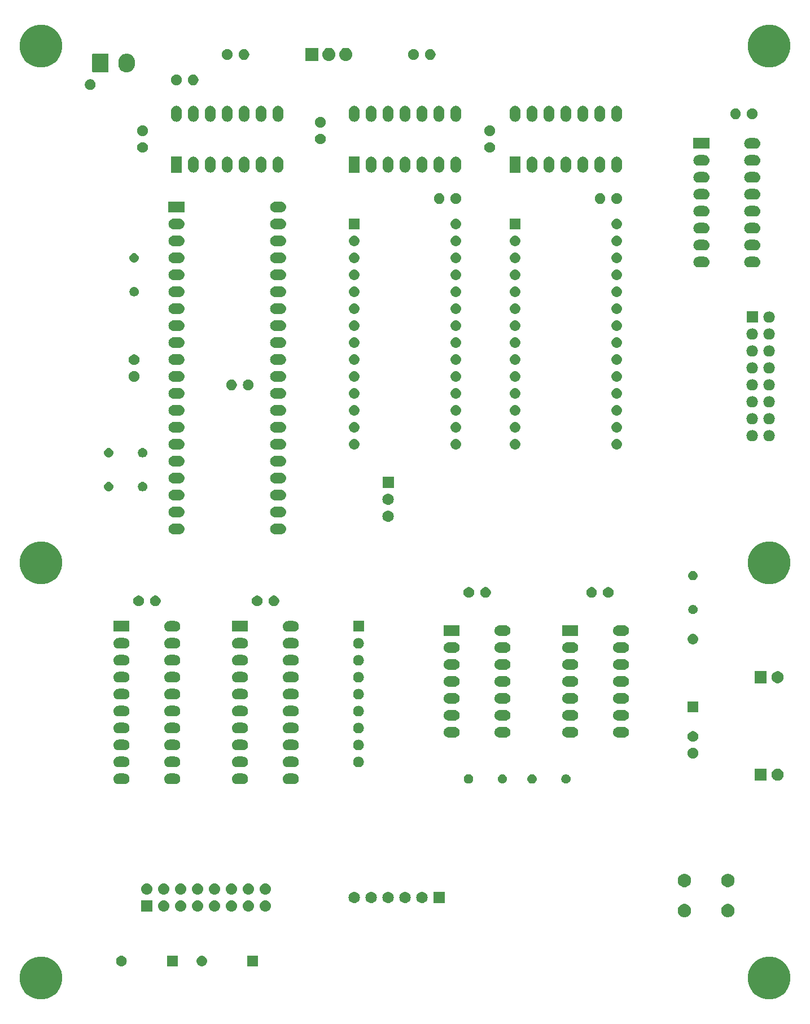
<source format=gbr>
G04 #@! TF.GenerationSoftware,KiCad,Pcbnew,5.0.2-bee76a0~70~ubuntu16.04.1*
G04 #@! TF.CreationDate,2020-02-27T20:32:17-05:00*
G04 #@! TF.ProjectId,cpu,6370752e-6b69-4636-9164-5f7063625858,rev?*
G04 #@! TF.SameCoordinates,Original*
G04 #@! TF.FileFunction,Soldermask,Bot*
G04 #@! TF.FilePolarity,Negative*
%FSLAX46Y46*%
G04 Gerber Fmt 4.6, Leading zero omitted, Abs format (unit mm)*
G04 Created by KiCad (PCBNEW 5.0.2-bee76a0~70~ubuntu16.04.1) date Thu 27 Feb 2020 08:32:17 PM EST*
%MOMM*%
%LPD*%
G01*
G04 APERTURE LIST*
%ADD10C,0.100000*%
G04 APERTURE END LIST*
D10*
G36*
X139363405Y-165832974D02*
X139945767Y-166074196D01*
X140469884Y-166424400D01*
X140915600Y-166870116D01*
X141265804Y-167394233D01*
X141507026Y-167976595D01*
X141630000Y-168594826D01*
X141630000Y-169225174D01*
X141507026Y-169843405D01*
X141265804Y-170425767D01*
X140915600Y-170949884D01*
X140469884Y-171395600D01*
X139945767Y-171745804D01*
X139363405Y-171987026D01*
X138745174Y-172110000D01*
X138114826Y-172110000D01*
X137496595Y-171987026D01*
X136914233Y-171745804D01*
X136390116Y-171395600D01*
X135944400Y-170949884D01*
X135594196Y-170425767D01*
X135352974Y-169843405D01*
X135230000Y-169225174D01*
X135230000Y-168594826D01*
X135352974Y-167976595D01*
X135594196Y-167394233D01*
X135944400Y-166870116D01*
X136390116Y-166424400D01*
X136914233Y-166074196D01*
X137496595Y-165832974D01*
X138114826Y-165710000D01*
X138745174Y-165710000D01*
X139363405Y-165832974D01*
X139363405Y-165832974D01*
G37*
G36*
X30143405Y-165832974D02*
X30725767Y-166074196D01*
X31249884Y-166424400D01*
X31695600Y-166870116D01*
X32045804Y-167394233D01*
X32287026Y-167976595D01*
X32410000Y-168594826D01*
X32410000Y-169225174D01*
X32287026Y-169843405D01*
X32045804Y-170425767D01*
X31695600Y-170949884D01*
X31249884Y-171395600D01*
X30725767Y-171745804D01*
X30143405Y-171987026D01*
X29525174Y-172110000D01*
X28894826Y-172110000D01*
X28276595Y-171987026D01*
X27694233Y-171745804D01*
X27170116Y-171395600D01*
X26724400Y-170949884D01*
X26374196Y-170425767D01*
X26132974Y-169843405D01*
X26010000Y-169225174D01*
X26010000Y-168594826D01*
X26132974Y-167976595D01*
X26374196Y-167394233D01*
X26724400Y-166870116D01*
X27170116Y-166424400D01*
X27694233Y-166074196D01*
X28276595Y-165832974D01*
X28894826Y-165710000D01*
X29525174Y-165710000D01*
X30143405Y-165832974D01*
X30143405Y-165832974D01*
G37*
G36*
X61760000Y-167170000D02*
X60160000Y-167170000D01*
X60160000Y-165570000D01*
X61760000Y-165570000D01*
X61760000Y-167170000D01*
X61760000Y-167170000D01*
G37*
G36*
X53457649Y-165577717D02*
X53496827Y-165581576D01*
X53572227Y-165604448D01*
X53647629Y-165627321D01*
X53786608Y-165701608D01*
X53908422Y-165801578D01*
X54008392Y-165923392D01*
X54082679Y-166062371D01*
X54128424Y-166213174D01*
X54143870Y-166370000D01*
X54128424Y-166526826D01*
X54082679Y-166677629D01*
X54008392Y-166816608D01*
X53908422Y-166938422D01*
X53786608Y-167038392D01*
X53647629Y-167112679D01*
X53572228Y-167135551D01*
X53496827Y-167158424D01*
X53457649Y-167162283D01*
X53379295Y-167170000D01*
X53300705Y-167170000D01*
X53222351Y-167162283D01*
X53183173Y-167158424D01*
X53107772Y-167135551D01*
X53032371Y-167112679D01*
X52893392Y-167038392D01*
X52771578Y-166938422D01*
X52671608Y-166816608D01*
X52597321Y-166677629D01*
X52551576Y-166526826D01*
X52536130Y-166370000D01*
X52551576Y-166213174D01*
X52597321Y-166062371D01*
X52671608Y-165923392D01*
X52771578Y-165801578D01*
X52893392Y-165701608D01*
X53032371Y-165627321D01*
X53107773Y-165604448D01*
X53183173Y-165581576D01*
X53222351Y-165577717D01*
X53300705Y-165570000D01*
X53379295Y-165570000D01*
X53457649Y-165577717D01*
X53457649Y-165577717D01*
G37*
G36*
X41392649Y-165577717D02*
X41431827Y-165581576D01*
X41507227Y-165604448D01*
X41582629Y-165627321D01*
X41721608Y-165701608D01*
X41843422Y-165801578D01*
X41943392Y-165923392D01*
X42017679Y-166062371D01*
X42063424Y-166213174D01*
X42078870Y-166370000D01*
X42063424Y-166526826D01*
X42017679Y-166677629D01*
X41943392Y-166816608D01*
X41843422Y-166938422D01*
X41721608Y-167038392D01*
X41582629Y-167112679D01*
X41507228Y-167135551D01*
X41431827Y-167158424D01*
X41392649Y-167162283D01*
X41314295Y-167170000D01*
X41235705Y-167170000D01*
X41157351Y-167162283D01*
X41118173Y-167158424D01*
X41042772Y-167135551D01*
X40967371Y-167112679D01*
X40828392Y-167038392D01*
X40706578Y-166938422D01*
X40606608Y-166816608D01*
X40532321Y-166677629D01*
X40486576Y-166526826D01*
X40471130Y-166370000D01*
X40486576Y-166213174D01*
X40532321Y-166062371D01*
X40606608Y-165923392D01*
X40706578Y-165801578D01*
X40828392Y-165701608D01*
X40967371Y-165627321D01*
X41042773Y-165604448D01*
X41118173Y-165581576D01*
X41157351Y-165577717D01*
X41235705Y-165570000D01*
X41314295Y-165570000D01*
X41392649Y-165577717D01*
X41392649Y-165577717D01*
G37*
G36*
X49695000Y-167170000D02*
X48095000Y-167170000D01*
X48095000Y-165570000D01*
X49695000Y-165570000D01*
X49695000Y-167170000D01*
X49695000Y-167170000D01*
G37*
G36*
X125905770Y-157820372D02*
X126021689Y-157843429D01*
X126203678Y-157918811D01*
X126367463Y-158028249D01*
X126506751Y-158167537D01*
X126616189Y-158331322D01*
X126691571Y-158513311D01*
X126706730Y-158589520D01*
X126730000Y-158706507D01*
X126730000Y-158903493D01*
X126720212Y-158952700D01*
X126691571Y-159096689D01*
X126616189Y-159278678D01*
X126506751Y-159442463D01*
X126367463Y-159581751D01*
X126203678Y-159691189D01*
X126021689Y-159766571D01*
X125905770Y-159789628D01*
X125828493Y-159805000D01*
X125631507Y-159805000D01*
X125554230Y-159789628D01*
X125438311Y-159766571D01*
X125256322Y-159691189D01*
X125092537Y-159581751D01*
X124953249Y-159442463D01*
X124843811Y-159278678D01*
X124768429Y-159096689D01*
X124739788Y-158952700D01*
X124730000Y-158903493D01*
X124730000Y-158706507D01*
X124753270Y-158589520D01*
X124768429Y-158513311D01*
X124843811Y-158331322D01*
X124953249Y-158167537D01*
X125092537Y-158028249D01*
X125256322Y-157918811D01*
X125438311Y-157843429D01*
X125554230Y-157820372D01*
X125631507Y-157805000D01*
X125828493Y-157805000D01*
X125905770Y-157820372D01*
X125905770Y-157820372D01*
G37*
G36*
X132405770Y-157820372D02*
X132521689Y-157843429D01*
X132703678Y-157918811D01*
X132867463Y-158028249D01*
X133006751Y-158167537D01*
X133116189Y-158331322D01*
X133191571Y-158513311D01*
X133206730Y-158589520D01*
X133230000Y-158706507D01*
X133230000Y-158903493D01*
X133220212Y-158952700D01*
X133191571Y-159096689D01*
X133116189Y-159278678D01*
X133006751Y-159442463D01*
X132867463Y-159581751D01*
X132703678Y-159691189D01*
X132521689Y-159766571D01*
X132405770Y-159789628D01*
X132328493Y-159805000D01*
X132131507Y-159805000D01*
X132054230Y-159789628D01*
X131938311Y-159766571D01*
X131756322Y-159691189D01*
X131592537Y-159581751D01*
X131453249Y-159442463D01*
X131343811Y-159278678D01*
X131268429Y-159096689D01*
X131239788Y-158952700D01*
X131230000Y-158903493D01*
X131230000Y-158706507D01*
X131253270Y-158589520D01*
X131268429Y-158513311D01*
X131343811Y-158331322D01*
X131453249Y-158167537D01*
X131592537Y-158028249D01*
X131756322Y-157918811D01*
X131938311Y-157843429D01*
X132054230Y-157820372D01*
X132131507Y-157805000D01*
X132328493Y-157805000D01*
X132405770Y-157820372D01*
X132405770Y-157820372D01*
G37*
G36*
X55411630Y-157277299D02*
X55571855Y-157325903D01*
X55719520Y-157404831D01*
X55848949Y-157511051D01*
X55955169Y-157640480D01*
X56034097Y-157788145D01*
X56082701Y-157948370D01*
X56099112Y-158115000D01*
X56082701Y-158281630D01*
X56034097Y-158441855D01*
X55955169Y-158589520D01*
X55848949Y-158718949D01*
X55719520Y-158825169D01*
X55571855Y-158904097D01*
X55411630Y-158952701D01*
X55286752Y-158965000D01*
X55203248Y-158965000D01*
X55078370Y-158952701D01*
X54918145Y-158904097D01*
X54770480Y-158825169D01*
X54641051Y-158718949D01*
X54534831Y-158589520D01*
X54455903Y-158441855D01*
X54407299Y-158281630D01*
X54390888Y-158115000D01*
X54407299Y-157948370D01*
X54455903Y-157788145D01*
X54534831Y-157640480D01*
X54641051Y-157511051D01*
X54770480Y-157404831D01*
X54918145Y-157325903D01*
X55078370Y-157277299D01*
X55203248Y-157265000D01*
X55286752Y-157265000D01*
X55411630Y-157277299D01*
X55411630Y-157277299D01*
G37*
G36*
X47791630Y-157277299D02*
X47951855Y-157325903D01*
X48099520Y-157404831D01*
X48228949Y-157511051D01*
X48335169Y-157640480D01*
X48414097Y-157788145D01*
X48462701Y-157948370D01*
X48479112Y-158115000D01*
X48462701Y-158281630D01*
X48414097Y-158441855D01*
X48335169Y-158589520D01*
X48228949Y-158718949D01*
X48099520Y-158825169D01*
X47951855Y-158904097D01*
X47791630Y-158952701D01*
X47666752Y-158965000D01*
X47583248Y-158965000D01*
X47458370Y-158952701D01*
X47298145Y-158904097D01*
X47150480Y-158825169D01*
X47021051Y-158718949D01*
X46914831Y-158589520D01*
X46835903Y-158441855D01*
X46787299Y-158281630D01*
X46770888Y-158115000D01*
X46787299Y-157948370D01*
X46835903Y-157788145D01*
X46914831Y-157640480D01*
X47021051Y-157511051D01*
X47150480Y-157404831D01*
X47298145Y-157325903D01*
X47458370Y-157277299D01*
X47583248Y-157265000D01*
X47666752Y-157265000D01*
X47791630Y-157277299D01*
X47791630Y-157277299D01*
G37*
G36*
X50331630Y-157277299D02*
X50491855Y-157325903D01*
X50639520Y-157404831D01*
X50768949Y-157511051D01*
X50875169Y-157640480D01*
X50954097Y-157788145D01*
X51002701Y-157948370D01*
X51019112Y-158115000D01*
X51002701Y-158281630D01*
X50954097Y-158441855D01*
X50875169Y-158589520D01*
X50768949Y-158718949D01*
X50639520Y-158825169D01*
X50491855Y-158904097D01*
X50331630Y-158952701D01*
X50206752Y-158965000D01*
X50123248Y-158965000D01*
X49998370Y-158952701D01*
X49838145Y-158904097D01*
X49690480Y-158825169D01*
X49561051Y-158718949D01*
X49454831Y-158589520D01*
X49375903Y-158441855D01*
X49327299Y-158281630D01*
X49310888Y-158115000D01*
X49327299Y-157948370D01*
X49375903Y-157788145D01*
X49454831Y-157640480D01*
X49561051Y-157511051D01*
X49690480Y-157404831D01*
X49838145Y-157325903D01*
X49998370Y-157277299D01*
X50123248Y-157265000D01*
X50206752Y-157265000D01*
X50331630Y-157277299D01*
X50331630Y-157277299D01*
G37*
G36*
X57951630Y-157277299D02*
X58111855Y-157325903D01*
X58259520Y-157404831D01*
X58388949Y-157511051D01*
X58495169Y-157640480D01*
X58574097Y-157788145D01*
X58622701Y-157948370D01*
X58639112Y-158115000D01*
X58622701Y-158281630D01*
X58574097Y-158441855D01*
X58495169Y-158589520D01*
X58388949Y-158718949D01*
X58259520Y-158825169D01*
X58111855Y-158904097D01*
X57951630Y-158952701D01*
X57826752Y-158965000D01*
X57743248Y-158965000D01*
X57618370Y-158952701D01*
X57458145Y-158904097D01*
X57310480Y-158825169D01*
X57181051Y-158718949D01*
X57074831Y-158589520D01*
X56995903Y-158441855D01*
X56947299Y-158281630D01*
X56930888Y-158115000D01*
X56947299Y-157948370D01*
X56995903Y-157788145D01*
X57074831Y-157640480D01*
X57181051Y-157511051D01*
X57310480Y-157404831D01*
X57458145Y-157325903D01*
X57618370Y-157277299D01*
X57743248Y-157265000D01*
X57826752Y-157265000D01*
X57951630Y-157277299D01*
X57951630Y-157277299D01*
G37*
G36*
X60491630Y-157277299D02*
X60651855Y-157325903D01*
X60799520Y-157404831D01*
X60928949Y-157511051D01*
X61035169Y-157640480D01*
X61114097Y-157788145D01*
X61162701Y-157948370D01*
X61179112Y-158115000D01*
X61162701Y-158281630D01*
X61114097Y-158441855D01*
X61035169Y-158589520D01*
X60928949Y-158718949D01*
X60799520Y-158825169D01*
X60651855Y-158904097D01*
X60491630Y-158952701D01*
X60366752Y-158965000D01*
X60283248Y-158965000D01*
X60158370Y-158952701D01*
X59998145Y-158904097D01*
X59850480Y-158825169D01*
X59721051Y-158718949D01*
X59614831Y-158589520D01*
X59535903Y-158441855D01*
X59487299Y-158281630D01*
X59470888Y-158115000D01*
X59487299Y-157948370D01*
X59535903Y-157788145D01*
X59614831Y-157640480D01*
X59721051Y-157511051D01*
X59850480Y-157404831D01*
X59998145Y-157325903D01*
X60158370Y-157277299D01*
X60283248Y-157265000D01*
X60366752Y-157265000D01*
X60491630Y-157277299D01*
X60491630Y-157277299D01*
G37*
G36*
X63031630Y-157277299D02*
X63191855Y-157325903D01*
X63339520Y-157404831D01*
X63468949Y-157511051D01*
X63575169Y-157640480D01*
X63654097Y-157788145D01*
X63702701Y-157948370D01*
X63719112Y-158115000D01*
X63702701Y-158281630D01*
X63654097Y-158441855D01*
X63575169Y-158589520D01*
X63468949Y-158718949D01*
X63339520Y-158825169D01*
X63191855Y-158904097D01*
X63031630Y-158952701D01*
X62906752Y-158965000D01*
X62823248Y-158965000D01*
X62698370Y-158952701D01*
X62538145Y-158904097D01*
X62390480Y-158825169D01*
X62261051Y-158718949D01*
X62154831Y-158589520D01*
X62075903Y-158441855D01*
X62027299Y-158281630D01*
X62010888Y-158115000D01*
X62027299Y-157948370D01*
X62075903Y-157788145D01*
X62154831Y-157640480D01*
X62261051Y-157511051D01*
X62390480Y-157404831D01*
X62538145Y-157325903D01*
X62698370Y-157277299D01*
X62823248Y-157265000D01*
X62906752Y-157265000D01*
X63031630Y-157277299D01*
X63031630Y-157277299D01*
G37*
G36*
X45935000Y-158965000D02*
X44235000Y-158965000D01*
X44235000Y-157265000D01*
X45935000Y-157265000D01*
X45935000Y-158965000D01*
X45935000Y-158965000D01*
G37*
G36*
X52871630Y-157277299D02*
X53031855Y-157325903D01*
X53179520Y-157404831D01*
X53308949Y-157511051D01*
X53415169Y-157640480D01*
X53494097Y-157788145D01*
X53542701Y-157948370D01*
X53559112Y-158115000D01*
X53542701Y-158281630D01*
X53494097Y-158441855D01*
X53415169Y-158589520D01*
X53308949Y-158718949D01*
X53179520Y-158825169D01*
X53031855Y-158904097D01*
X52871630Y-158952701D01*
X52746752Y-158965000D01*
X52663248Y-158965000D01*
X52538370Y-158952701D01*
X52378145Y-158904097D01*
X52230480Y-158825169D01*
X52101051Y-158718949D01*
X51994831Y-158589520D01*
X51915903Y-158441855D01*
X51867299Y-158281630D01*
X51850888Y-158115000D01*
X51867299Y-157948370D01*
X51915903Y-157788145D01*
X51994831Y-157640480D01*
X52101051Y-157511051D01*
X52230480Y-157404831D01*
X52378145Y-157325903D01*
X52538370Y-157277299D01*
X52663248Y-157265000D01*
X52746752Y-157265000D01*
X52871630Y-157277299D01*
X52871630Y-157277299D01*
G37*
G36*
X89750000Y-157695000D02*
X88050000Y-157695000D01*
X88050000Y-155995000D01*
X89750000Y-155995000D01*
X89750000Y-157695000D01*
X89750000Y-157695000D01*
G37*
G36*
X86526630Y-156007299D02*
X86686855Y-156055903D01*
X86834520Y-156134831D01*
X86963949Y-156241051D01*
X87070169Y-156370480D01*
X87149097Y-156518145D01*
X87197701Y-156678370D01*
X87214112Y-156845000D01*
X87197701Y-157011630D01*
X87149097Y-157171855D01*
X87070169Y-157319520D01*
X86963949Y-157448949D01*
X86834520Y-157555169D01*
X86686855Y-157634097D01*
X86526630Y-157682701D01*
X86401752Y-157695000D01*
X86318248Y-157695000D01*
X86193370Y-157682701D01*
X86033145Y-157634097D01*
X85885480Y-157555169D01*
X85756051Y-157448949D01*
X85649831Y-157319520D01*
X85570903Y-157171855D01*
X85522299Y-157011630D01*
X85505888Y-156845000D01*
X85522299Y-156678370D01*
X85570903Y-156518145D01*
X85649831Y-156370480D01*
X85756051Y-156241051D01*
X85885480Y-156134831D01*
X86033145Y-156055903D01*
X86193370Y-156007299D01*
X86318248Y-155995000D01*
X86401752Y-155995000D01*
X86526630Y-156007299D01*
X86526630Y-156007299D01*
G37*
G36*
X83986630Y-156007299D02*
X84146855Y-156055903D01*
X84294520Y-156134831D01*
X84423949Y-156241051D01*
X84530169Y-156370480D01*
X84609097Y-156518145D01*
X84657701Y-156678370D01*
X84674112Y-156845000D01*
X84657701Y-157011630D01*
X84609097Y-157171855D01*
X84530169Y-157319520D01*
X84423949Y-157448949D01*
X84294520Y-157555169D01*
X84146855Y-157634097D01*
X83986630Y-157682701D01*
X83861752Y-157695000D01*
X83778248Y-157695000D01*
X83653370Y-157682701D01*
X83493145Y-157634097D01*
X83345480Y-157555169D01*
X83216051Y-157448949D01*
X83109831Y-157319520D01*
X83030903Y-157171855D01*
X82982299Y-157011630D01*
X82965888Y-156845000D01*
X82982299Y-156678370D01*
X83030903Y-156518145D01*
X83109831Y-156370480D01*
X83216051Y-156241051D01*
X83345480Y-156134831D01*
X83493145Y-156055903D01*
X83653370Y-156007299D01*
X83778248Y-155995000D01*
X83861752Y-155995000D01*
X83986630Y-156007299D01*
X83986630Y-156007299D01*
G37*
G36*
X81446630Y-156007299D02*
X81606855Y-156055903D01*
X81754520Y-156134831D01*
X81883949Y-156241051D01*
X81990169Y-156370480D01*
X82069097Y-156518145D01*
X82117701Y-156678370D01*
X82134112Y-156845000D01*
X82117701Y-157011630D01*
X82069097Y-157171855D01*
X81990169Y-157319520D01*
X81883949Y-157448949D01*
X81754520Y-157555169D01*
X81606855Y-157634097D01*
X81446630Y-157682701D01*
X81321752Y-157695000D01*
X81238248Y-157695000D01*
X81113370Y-157682701D01*
X80953145Y-157634097D01*
X80805480Y-157555169D01*
X80676051Y-157448949D01*
X80569831Y-157319520D01*
X80490903Y-157171855D01*
X80442299Y-157011630D01*
X80425888Y-156845000D01*
X80442299Y-156678370D01*
X80490903Y-156518145D01*
X80569831Y-156370480D01*
X80676051Y-156241051D01*
X80805480Y-156134831D01*
X80953145Y-156055903D01*
X81113370Y-156007299D01*
X81238248Y-155995000D01*
X81321752Y-155995000D01*
X81446630Y-156007299D01*
X81446630Y-156007299D01*
G37*
G36*
X78906630Y-156007299D02*
X79066855Y-156055903D01*
X79214520Y-156134831D01*
X79343949Y-156241051D01*
X79450169Y-156370480D01*
X79529097Y-156518145D01*
X79577701Y-156678370D01*
X79594112Y-156845000D01*
X79577701Y-157011630D01*
X79529097Y-157171855D01*
X79450169Y-157319520D01*
X79343949Y-157448949D01*
X79214520Y-157555169D01*
X79066855Y-157634097D01*
X78906630Y-157682701D01*
X78781752Y-157695000D01*
X78698248Y-157695000D01*
X78573370Y-157682701D01*
X78413145Y-157634097D01*
X78265480Y-157555169D01*
X78136051Y-157448949D01*
X78029831Y-157319520D01*
X77950903Y-157171855D01*
X77902299Y-157011630D01*
X77885888Y-156845000D01*
X77902299Y-156678370D01*
X77950903Y-156518145D01*
X78029831Y-156370480D01*
X78136051Y-156241051D01*
X78265480Y-156134831D01*
X78413145Y-156055903D01*
X78573370Y-156007299D01*
X78698248Y-155995000D01*
X78781752Y-155995000D01*
X78906630Y-156007299D01*
X78906630Y-156007299D01*
G37*
G36*
X76366630Y-156007299D02*
X76526855Y-156055903D01*
X76674520Y-156134831D01*
X76803949Y-156241051D01*
X76910169Y-156370480D01*
X76989097Y-156518145D01*
X77037701Y-156678370D01*
X77054112Y-156845000D01*
X77037701Y-157011630D01*
X76989097Y-157171855D01*
X76910169Y-157319520D01*
X76803949Y-157448949D01*
X76674520Y-157555169D01*
X76526855Y-157634097D01*
X76366630Y-157682701D01*
X76241752Y-157695000D01*
X76158248Y-157695000D01*
X76033370Y-157682701D01*
X75873145Y-157634097D01*
X75725480Y-157555169D01*
X75596051Y-157448949D01*
X75489831Y-157319520D01*
X75410903Y-157171855D01*
X75362299Y-157011630D01*
X75345888Y-156845000D01*
X75362299Y-156678370D01*
X75410903Y-156518145D01*
X75489831Y-156370480D01*
X75596051Y-156241051D01*
X75725480Y-156134831D01*
X75873145Y-156055903D01*
X76033370Y-156007299D01*
X76158248Y-155995000D01*
X76241752Y-155995000D01*
X76366630Y-156007299D01*
X76366630Y-156007299D01*
G37*
G36*
X63031630Y-154737299D02*
X63191855Y-154785903D01*
X63339520Y-154864831D01*
X63468949Y-154971051D01*
X63575169Y-155100480D01*
X63654097Y-155248145D01*
X63702701Y-155408370D01*
X63719112Y-155575000D01*
X63702701Y-155741630D01*
X63654097Y-155901855D01*
X63575169Y-156049520D01*
X63468949Y-156178949D01*
X63339520Y-156285169D01*
X63191855Y-156364097D01*
X63031630Y-156412701D01*
X62906752Y-156425000D01*
X62823248Y-156425000D01*
X62698370Y-156412701D01*
X62538145Y-156364097D01*
X62390480Y-156285169D01*
X62261051Y-156178949D01*
X62154831Y-156049520D01*
X62075903Y-155901855D01*
X62027299Y-155741630D01*
X62010888Y-155575000D01*
X62027299Y-155408370D01*
X62075903Y-155248145D01*
X62154831Y-155100480D01*
X62261051Y-154971051D01*
X62390480Y-154864831D01*
X62538145Y-154785903D01*
X62698370Y-154737299D01*
X62823248Y-154725000D01*
X62906752Y-154725000D01*
X63031630Y-154737299D01*
X63031630Y-154737299D01*
G37*
G36*
X47791630Y-154737299D02*
X47951855Y-154785903D01*
X48099520Y-154864831D01*
X48228949Y-154971051D01*
X48335169Y-155100480D01*
X48414097Y-155248145D01*
X48462701Y-155408370D01*
X48479112Y-155575000D01*
X48462701Y-155741630D01*
X48414097Y-155901855D01*
X48335169Y-156049520D01*
X48228949Y-156178949D01*
X48099520Y-156285169D01*
X47951855Y-156364097D01*
X47791630Y-156412701D01*
X47666752Y-156425000D01*
X47583248Y-156425000D01*
X47458370Y-156412701D01*
X47298145Y-156364097D01*
X47150480Y-156285169D01*
X47021051Y-156178949D01*
X46914831Y-156049520D01*
X46835903Y-155901855D01*
X46787299Y-155741630D01*
X46770888Y-155575000D01*
X46787299Y-155408370D01*
X46835903Y-155248145D01*
X46914831Y-155100480D01*
X47021051Y-154971051D01*
X47150480Y-154864831D01*
X47298145Y-154785903D01*
X47458370Y-154737299D01*
X47583248Y-154725000D01*
X47666752Y-154725000D01*
X47791630Y-154737299D01*
X47791630Y-154737299D01*
G37*
G36*
X50331630Y-154737299D02*
X50491855Y-154785903D01*
X50639520Y-154864831D01*
X50768949Y-154971051D01*
X50875169Y-155100480D01*
X50954097Y-155248145D01*
X51002701Y-155408370D01*
X51019112Y-155575000D01*
X51002701Y-155741630D01*
X50954097Y-155901855D01*
X50875169Y-156049520D01*
X50768949Y-156178949D01*
X50639520Y-156285169D01*
X50491855Y-156364097D01*
X50331630Y-156412701D01*
X50206752Y-156425000D01*
X50123248Y-156425000D01*
X49998370Y-156412701D01*
X49838145Y-156364097D01*
X49690480Y-156285169D01*
X49561051Y-156178949D01*
X49454831Y-156049520D01*
X49375903Y-155901855D01*
X49327299Y-155741630D01*
X49310888Y-155575000D01*
X49327299Y-155408370D01*
X49375903Y-155248145D01*
X49454831Y-155100480D01*
X49561051Y-154971051D01*
X49690480Y-154864831D01*
X49838145Y-154785903D01*
X49998370Y-154737299D01*
X50123248Y-154725000D01*
X50206752Y-154725000D01*
X50331630Y-154737299D01*
X50331630Y-154737299D01*
G37*
G36*
X45251630Y-154737299D02*
X45411855Y-154785903D01*
X45559520Y-154864831D01*
X45688949Y-154971051D01*
X45795169Y-155100480D01*
X45874097Y-155248145D01*
X45922701Y-155408370D01*
X45939112Y-155575000D01*
X45922701Y-155741630D01*
X45874097Y-155901855D01*
X45795169Y-156049520D01*
X45688949Y-156178949D01*
X45559520Y-156285169D01*
X45411855Y-156364097D01*
X45251630Y-156412701D01*
X45126752Y-156425000D01*
X45043248Y-156425000D01*
X44918370Y-156412701D01*
X44758145Y-156364097D01*
X44610480Y-156285169D01*
X44481051Y-156178949D01*
X44374831Y-156049520D01*
X44295903Y-155901855D01*
X44247299Y-155741630D01*
X44230888Y-155575000D01*
X44247299Y-155408370D01*
X44295903Y-155248145D01*
X44374831Y-155100480D01*
X44481051Y-154971051D01*
X44610480Y-154864831D01*
X44758145Y-154785903D01*
X44918370Y-154737299D01*
X45043248Y-154725000D01*
X45126752Y-154725000D01*
X45251630Y-154737299D01*
X45251630Y-154737299D01*
G37*
G36*
X55411630Y-154737299D02*
X55571855Y-154785903D01*
X55719520Y-154864831D01*
X55848949Y-154971051D01*
X55955169Y-155100480D01*
X56034097Y-155248145D01*
X56082701Y-155408370D01*
X56099112Y-155575000D01*
X56082701Y-155741630D01*
X56034097Y-155901855D01*
X55955169Y-156049520D01*
X55848949Y-156178949D01*
X55719520Y-156285169D01*
X55571855Y-156364097D01*
X55411630Y-156412701D01*
X55286752Y-156425000D01*
X55203248Y-156425000D01*
X55078370Y-156412701D01*
X54918145Y-156364097D01*
X54770480Y-156285169D01*
X54641051Y-156178949D01*
X54534831Y-156049520D01*
X54455903Y-155901855D01*
X54407299Y-155741630D01*
X54390888Y-155575000D01*
X54407299Y-155408370D01*
X54455903Y-155248145D01*
X54534831Y-155100480D01*
X54641051Y-154971051D01*
X54770480Y-154864831D01*
X54918145Y-154785903D01*
X55078370Y-154737299D01*
X55203248Y-154725000D01*
X55286752Y-154725000D01*
X55411630Y-154737299D01*
X55411630Y-154737299D01*
G37*
G36*
X57951630Y-154737299D02*
X58111855Y-154785903D01*
X58259520Y-154864831D01*
X58388949Y-154971051D01*
X58495169Y-155100480D01*
X58574097Y-155248145D01*
X58622701Y-155408370D01*
X58639112Y-155575000D01*
X58622701Y-155741630D01*
X58574097Y-155901855D01*
X58495169Y-156049520D01*
X58388949Y-156178949D01*
X58259520Y-156285169D01*
X58111855Y-156364097D01*
X57951630Y-156412701D01*
X57826752Y-156425000D01*
X57743248Y-156425000D01*
X57618370Y-156412701D01*
X57458145Y-156364097D01*
X57310480Y-156285169D01*
X57181051Y-156178949D01*
X57074831Y-156049520D01*
X56995903Y-155901855D01*
X56947299Y-155741630D01*
X56930888Y-155575000D01*
X56947299Y-155408370D01*
X56995903Y-155248145D01*
X57074831Y-155100480D01*
X57181051Y-154971051D01*
X57310480Y-154864831D01*
X57458145Y-154785903D01*
X57618370Y-154737299D01*
X57743248Y-154725000D01*
X57826752Y-154725000D01*
X57951630Y-154737299D01*
X57951630Y-154737299D01*
G37*
G36*
X60491630Y-154737299D02*
X60651855Y-154785903D01*
X60799520Y-154864831D01*
X60928949Y-154971051D01*
X61035169Y-155100480D01*
X61114097Y-155248145D01*
X61162701Y-155408370D01*
X61179112Y-155575000D01*
X61162701Y-155741630D01*
X61114097Y-155901855D01*
X61035169Y-156049520D01*
X60928949Y-156178949D01*
X60799520Y-156285169D01*
X60651855Y-156364097D01*
X60491630Y-156412701D01*
X60366752Y-156425000D01*
X60283248Y-156425000D01*
X60158370Y-156412701D01*
X59998145Y-156364097D01*
X59850480Y-156285169D01*
X59721051Y-156178949D01*
X59614831Y-156049520D01*
X59535903Y-155901855D01*
X59487299Y-155741630D01*
X59470888Y-155575000D01*
X59487299Y-155408370D01*
X59535903Y-155248145D01*
X59614831Y-155100480D01*
X59721051Y-154971051D01*
X59850480Y-154864831D01*
X59998145Y-154785903D01*
X60158370Y-154737299D01*
X60283248Y-154725000D01*
X60366752Y-154725000D01*
X60491630Y-154737299D01*
X60491630Y-154737299D01*
G37*
G36*
X52871630Y-154737299D02*
X53031855Y-154785903D01*
X53179520Y-154864831D01*
X53308949Y-154971051D01*
X53415169Y-155100480D01*
X53494097Y-155248145D01*
X53542701Y-155408370D01*
X53559112Y-155575000D01*
X53542701Y-155741630D01*
X53494097Y-155901855D01*
X53415169Y-156049520D01*
X53308949Y-156178949D01*
X53179520Y-156285169D01*
X53031855Y-156364097D01*
X52871630Y-156412701D01*
X52746752Y-156425000D01*
X52663248Y-156425000D01*
X52538370Y-156412701D01*
X52378145Y-156364097D01*
X52230480Y-156285169D01*
X52101051Y-156178949D01*
X51994831Y-156049520D01*
X51915903Y-155901855D01*
X51867299Y-155741630D01*
X51850888Y-155575000D01*
X51867299Y-155408370D01*
X51915903Y-155248145D01*
X51994831Y-155100480D01*
X52101051Y-154971051D01*
X52230480Y-154864831D01*
X52378145Y-154785903D01*
X52538370Y-154737299D01*
X52663248Y-154725000D01*
X52746752Y-154725000D01*
X52871630Y-154737299D01*
X52871630Y-154737299D01*
G37*
G36*
X132405770Y-153320372D02*
X132521689Y-153343429D01*
X132703678Y-153418811D01*
X132867463Y-153528249D01*
X133006751Y-153667537D01*
X133116189Y-153831322D01*
X133191571Y-154013311D01*
X133230000Y-154206509D01*
X133230000Y-154403491D01*
X133191571Y-154596689D01*
X133116189Y-154778678D01*
X133006751Y-154942463D01*
X132867463Y-155081751D01*
X132703678Y-155191189D01*
X132521689Y-155266571D01*
X132405770Y-155289628D01*
X132328493Y-155305000D01*
X132131507Y-155305000D01*
X132054230Y-155289628D01*
X131938311Y-155266571D01*
X131756322Y-155191189D01*
X131592537Y-155081751D01*
X131453249Y-154942463D01*
X131343811Y-154778678D01*
X131268429Y-154596689D01*
X131230000Y-154403491D01*
X131230000Y-154206509D01*
X131268429Y-154013311D01*
X131343811Y-153831322D01*
X131453249Y-153667537D01*
X131592537Y-153528249D01*
X131756322Y-153418811D01*
X131938311Y-153343429D01*
X132054230Y-153320372D01*
X132131507Y-153305000D01*
X132328493Y-153305000D01*
X132405770Y-153320372D01*
X132405770Y-153320372D01*
G37*
G36*
X125905770Y-153320372D02*
X126021689Y-153343429D01*
X126203678Y-153418811D01*
X126367463Y-153528249D01*
X126506751Y-153667537D01*
X126616189Y-153831322D01*
X126691571Y-154013311D01*
X126730000Y-154206509D01*
X126730000Y-154403491D01*
X126691571Y-154596689D01*
X126616189Y-154778678D01*
X126506751Y-154942463D01*
X126367463Y-155081751D01*
X126203678Y-155191189D01*
X126021689Y-155266571D01*
X125905770Y-155289628D01*
X125828493Y-155305000D01*
X125631507Y-155305000D01*
X125554230Y-155289628D01*
X125438311Y-155266571D01*
X125256322Y-155191189D01*
X125092537Y-155081751D01*
X124953249Y-154942463D01*
X124843811Y-154778678D01*
X124768429Y-154596689D01*
X124730000Y-154403491D01*
X124730000Y-154206509D01*
X124768429Y-154013311D01*
X124843811Y-153831322D01*
X124953249Y-153667537D01*
X125092537Y-153528249D01*
X125256322Y-153418811D01*
X125438311Y-153343429D01*
X125554230Y-153320372D01*
X125631507Y-153305000D01*
X125828493Y-153305000D01*
X125905770Y-153320372D01*
X125905770Y-153320372D01*
G37*
G36*
X41792649Y-138272717D02*
X41831827Y-138276576D01*
X41907227Y-138299448D01*
X41982629Y-138322321D01*
X42121608Y-138396608D01*
X42243422Y-138496578D01*
X42343392Y-138618392D01*
X42417679Y-138757371D01*
X42417679Y-138757372D01*
X42463424Y-138908173D01*
X42478870Y-139065000D01*
X42463424Y-139221827D01*
X42449059Y-139269182D01*
X42417679Y-139372629D01*
X42343392Y-139511608D01*
X42243422Y-139633422D01*
X42121608Y-139733392D01*
X41982629Y-139807679D01*
X41907228Y-139830551D01*
X41831827Y-139853424D01*
X41792649Y-139857283D01*
X41714295Y-139865000D01*
X40835705Y-139865000D01*
X40757351Y-139857283D01*
X40718173Y-139853424D01*
X40642772Y-139830551D01*
X40567371Y-139807679D01*
X40428392Y-139733392D01*
X40306578Y-139633422D01*
X40206608Y-139511608D01*
X40132321Y-139372629D01*
X40100941Y-139269182D01*
X40086576Y-139221827D01*
X40071130Y-139065000D01*
X40086576Y-138908173D01*
X40132321Y-138757372D01*
X40132321Y-138757371D01*
X40206608Y-138618392D01*
X40306578Y-138496578D01*
X40428392Y-138396608D01*
X40567371Y-138322321D01*
X40642773Y-138299448D01*
X40718173Y-138276576D01*
X40757351Y-138272717D01*
X40835705Y-138265000D01*
X41714295Y-138265000D01*
X41792649Y-138272717D01*
X41792649Y-138272717D01*
G37*
G36*
X49412649Y-138272717D02*
X49451827Y-138276576D01*
X49527227Y-138299448D01*
X49602629Y-138322321D01*
X49741608Y-138396608D01*
X49863422Y-138496578D01*
X49963392Y-138618392D01*
X50037679Y-138757371D01*
X50037679Y-138757372D01*
X50083424Y-138908173D01*
X50098870Y-139065000D01*
X50083424Y-139221827D01*
X50069059Y-139269182D01*
X50037679Y-139372629D01*
X49963392Y-139511608D01*
X49863422Y-139633422D01*
X49741608Y-139733392D01*
X49602629Y-139807679D01*
X49527228Y-139830551D01*
X49451827Y-139853424D01*
X49412649Y-139857283D01*
X49334295Y-139865000D01*
X48455705Y-139865000D01*
X48377351Y-139857283D01*
X48338173Y-139853424D01*
X48262772Y-139830551D01*
X48187371Y-139807679D01*
X48048392Y-139733392D01*
X47926578Y-139633422D01*
X47826608Y-139511608D01*
X47752321Y-139372629D01*
X47720941Y-139269182D01*
X47706576Y-139221827D01*
X47691130Y-139065000D01*
X47706576Y-138908173D01*
X47752321Y-138757372D01*
X47752321Y-138757371D01*
X47826608Y-138618392D01*
X47926578Y-138496578D01*
X48048392Y-138396608D01*
X48187371Y-138322321D01*
X48262773Y-138299448D01*
X48338173Y-138276576D01*
X48377351Y-138272717D01*
X48455705Y-138265000D01*
X49334295Y-138265000D01*
X49412649Y-138272717D01*
X49412649Y-138272717D01*
G37*
G36*
X59572649Y-138272717D02*
X59611827Y-138276576D01*
X59687227Y-138299448D01*
X59762629Y-138322321D01*
X59901608Y-138396608D01*
X60023422Y-138496578D01*
X60123392Y-138618392D01*
X60197679Y-138757371D01*
X60197679Y-138757372D01*
X60243424Y-138908173D01*
X60258870Y-139065000D01*
X60243424Y-139221827D01*
X60229059Y-139269182D01*
X60197679Y-139372629D01*
X60123392Y-139511608D01*
X60023422Y-139633422D01*
X59901608Y-139733392D01*
X59762629Y-139807679D01*
X59687228Y-139830551D01*
X59611827Y-139853424D01*
X59572649Y-139857283D01*
X59494295Y-139865000D01*
X58615705Y-139865000D01*
X58537351Y-139857283D01*
X58498173Y-139853424D01*
X58422772Y-139830551D01*
X58347371Y-139807679D01*
X58208392Y-139733392D01*
X58086578Y-139633422D01*
X57986608Y-139511608D01*
X57912321Y-139372629D01*
X57880941Y-139269182D01*
X57866576Y-139221827D01*
X57851130Y-139065000D01*
X57866576Y-138908173D01*
X57912321Y-138757372D01*
X57912321Y-138757371D01*
X57986608Y-138618392D01*
X58086578Y-138496578D01*
X58208392Y-138396608D01*
X58347371Y-138322321D01*
X58422773Y-138299448D01*
X58498173Y-138276576D01*
X58537351Y-138272717D01*
X58615705Y-138265000D01*
X59494295Y-138265000D01*
X59572649Y-138272717D01*
X59572649Y-138272717D01*
G37*
G36*
X67192649Y-138272717D02*
X67231827Y-138276576D01*
X67307227Y-138299448D01*
X67382629Y-138322321D01*
X67521608Y-138396608D01*
X67643422Y-138496578D01*
X67743392Y-138618392D01*
X67817679Y-138757371D01*
X67817679Y-138757372D01*
X67863424Y-138908173D01*
X67878870Y-139065000D01*
X67863424Y-139221827D01*
X67849059Y-139269182D01*
X67817679Y-139372629D01*
X67743392Y-139511608D01*
X67643422Y-139633422D01*
X67521608Y-139733392D01*
X67382629Y-139807679D01*
X67307228Y-139830551D01*
X67231827Y-139853424D01*
X67192649Y-139857283D01*
X67114295Y-139865000D01*
X66235705Y-139865000D01*
X66157351Y-139857283D01*
X66118173Y-139853424D01*
X66042772Y-139830551D01*
X65967371Y-139807679D01*
X65828392Y-139733392D01*
X65706578Y-139633422D01*
X65606608Y-139511608D01*
X65532321Y-139372629D01*
X65500941Y-139269182D01*
X65486576Y-139221827D01*
X65471130Y-139065000D01*
X65486576Y-138908173D01*
X65532321Y-138757372D01*
X65532321Y-138757371D01*
X65606608Y-138618392D01*
X65706578Y-138496578D01*
X65828392Y-138396608D01*
X65967371Y-138322321D01*
X66042773Y-138299448D01*
X66118173Y-138276576D01*
X66157351Y-138272717D01*
X66235705Y-138265000D01*
X67114295Y-138265000D01*
X67192649Y-138272717D01*
X67192649Y-138272717D01*
G37*
G36*
X93482224Y-138375128D02*
X93614175Y-138415155D01*
X93735781Y-138480155D01*
X93842370Y-138567630D01*
X93929845Y-138674219D01*
X93994845Y-138795825D01*
X94034872Y-138927776D01*
X94048387Y-139065000D01*
X94034872Y-139202224D01*
X93994845Y-139334175D01*
X93929845Y-139455781D01*
X93842370Y-139562370D01*
X93735781Y-139649845D01*
X93614175Y-139714845D01*
X93482224Y-139754872D01*
X93379390Y-139765000D01*
X93310610Y-139765000D01*
X93207776Y-139754872D01*
X93075825Y-139714845D01*
X92954219Y-139649845D01*
X92847630Y-139562370D01*
X92760155Y-139455781D01*
X92695155Y-139334175D01*
X92655128Y-139202224D01*
X92641613Y-139065000D01*
X92655128Y-138927776D01*
X92695155Y-138795825D01*
X92760155Y-138674219D01*
X92847630Y-138567630D01*
X92954219Y-138480155D01*
X93075825Y-138415155D01*
X93207776Y-138375128D01*
X93310610Y-138365000D01*
X93379390Y-138365000D01*
X93482224Y-138375128D01*
X93482224Y-138375128D01*
G37*
G36*
X98629183Y-138391900D02*
X98756574Y-138444668D01*
X98867288Y-138518644D01*
X98871225Y-138521275D01*
X98968725Y-138618775D01*
X99045332Y-138733426D01*
X99098100Y-138860817D01*
X99125000Y-138996055D01*
X99125000Y-139133945D01*
X99098100Y-139269183D01*
X99045332Y-139396574D01*
X98968726Y-139511224D01*
X98871224Y-139608726D01*
X98756574Y-139685332D01*
X98629183Y-139738100D01*
X98493945Y-139765000D01*
X98356055Y-139765000D01*
X98220817Y-139738100D01*
X98093426Y-139685332D01*
X97978776Y-139608726D01*
X97881274Y-139511224D01*
X97804668Y-139396574D01*
X97751900Y-139269183D01*
X97725000Y-139133945D01*
X97725000Y-138996055D01*
X97751900Y-138860817D01*
X97804668Y-138733426D01*
X97881275Y-138618775D01*
X97978775Y-138521275D01*
X97982713Y-138518644D01*
X98093426Y-138444668D01*
X98220817Y-138391900D01*
X98356055Y-138365000D01*
X98493945Y-138365000D01*
X98629183Y-138391900D01*
X98629183Y-138391900D01*
G37*
G36*
X103007224Y-138375128D02*
X103139175Y-138415155D01*
X103260781Y-138480155D01*
X103367370Y-138567630D01*
X103454845Y-138674219D01*
X103519845Y-138795825D01*
X103559872Y-138927776D01*
X103573387Y-139065000D01*
X103559872Y-139202224D01*
X103519845Y-139334175D01*
X103454845Y-139455781D01*
X103367370Y-139562370D01*
X103260781Y-139649845D01*
X103139175Y-139714845D01*
X103007224Y-139754872D01*
X102904390Y-139765000D01*
X102835610Y-139765000D01*
X102732776Y-139754872D01*
X102600825Y-139714845D01*
X102479219Y-139649845D01*
X102372630Y-139562370D01*
X102285155Y-139455781D01*
X102220155Y-139334175D01*
X102180128Y-139202224D01*
X102166613Y-139065000D01*
X102180128Y-138927776D01*
X102220155Y-138795825D01*
X102285155Y-138674219D01*
X102372630Y-138567630D01*
X102479219Y-138480155D01*
X102600825Y-138415155D01*
X102732776Y-138375128D01*
X102835610Y-138365000D01*
X102904390Y-138365000D01*
X103007224Y-138375128D01*
X103007224Y-138375128D01*
G37*
G36*
X108154183Y-138391900D02*
X108281574Y-138444668D01*
X108392288Y-138518644D01*
X108396225Y-138521275D01*
X108493725Y-138618775D01*
X108570332Y-138733426D01*
X108623100Y-138860817D01*
X108650000Y-138996055D01*
X108650000Y-139133945D01*
X108623100Y-139269183D01*
X108570332Y-139396574D01*
X108493726Y-139511224D01*
X108396224Y-139608726D01*
X108281574Y-139685332D01*
X108154183Y-139738100D01*
X108018945Y-139765000D01*
X107881055Y-139765000D01*
X107745817Y-139738100D01*
X107618426Y-139685332D01*
X107503776Y-139608726D01*
X107406274Y-139511224D01*
X107329668Y-139396574D01*
X107276900Y-139269183D01*
X107250000Y-139133945D01*
X107250000Y-138996055D01*
X107276900Y-138860817D01*
X107329668Y-138733426D01*
X107406275Y-138618775D01*
X107503775Y-138521275D01*
X107507713Y-138518644D01*
X107618426Y-138444668D01*
X107745817Y-138391900D01*
X107881055Y-138365000D01*
X108018945Y-138365000D01*
X108154183Y-138391900D01*
X108154183Y-138391900D01*
G37*
G36*
X138060000Y-139330000D02*
X136260000Y-139330000D01*
X136260000Y-137530000D01*
X138060000Y-137530000D01*
X138060000Y-139330000D01*
X138060000Y-139330000D01*
G37*
G36*
X139962521Y-137564586D02*
X140126309Y-137632429D01*
X140273720Y-137730926D01*
X140399074Y-137856280D01*
X140497571Y-138003691D01*
X140565414Y-138167479D01*
X140600000Y-138341356D01*
X140600000Y-138518644D01*
X140565414Y-138692521D01*
X140497571Y-138856309D01*
X140399074Y-139003720D01*
X140273720Y-139129074D01*
X140126309Y-139227571D01*
X139962521Y-139295414D01*
X139788644Y-139330000D01*
X139611356Y-139330000D01*
X139437479Y-139295414D01*
X139273691Y-139227571D01*
X139126280Y-139129074D01*
X139000926Y-139003720D01*
X138902429Y-138856309D01*
X138834586Y-138692521D01*
X138800000Y-138518644D01*
X138800000Y-138341356D01*
X138834586Y-138167479D01*
X138902429Y-138003691D01*
X139000926Y-137856280D01*
X139126280Y-137730926D01*
X139273691Y-137632429D01*
X139437479Y-137564586D01*
X139611356Y-137530000D01*
X139788644Y-137530000D01*
X139962521Y-137564586D01*
X139962521Y-137564586D01*
G37*
G36*
X59572649Y-135732717D02*
X59611827Y-135736576D01*
X59687228Y-135759449D01*
X59762629Y-135782321D01*
X59901608Y-135856608D01*
X60023422Y-135956578D01*
X60123392Y-136078392D01*
X60197679Y-136217371D01*
X60243424Y-136368174D01*
X60258870Y-136525000D01*
X60243424Y-136681826D01*
X60197679Y-136832629D01*
X60123392Y-136971608D01*
X60023422Y-137093422D01*
X59901608Y-137193392D01*
X59762629Y-137267679D01*
X59687228Y-137290551D01*
X59611827Y-137313424D01*
X59572649Y-137317283D01*
X59494295Y-137325000D01*
X58615705Y-137325000D01*
X58537351Y-137317283D01*
X58498173Y-137313424D01*
X58422772Y-137290551D01*
X58347371Y-137267679D01*
X58208392Y-137193392D01*
X58086578Y-137093422D01*
X57986608Y-136971608D01*
X57912321Y-136832629D01*
X57866576Y-136681826D01*
X57851130Y-136525000D01*
X57866576Y-136368174D01*
X57912321Y-136217371D01*
X57986608Y-136078392D01*
X58086578Y-135956578D01*
X58208392Y-135856608D01*
X58347371Y-135782321D01*
X58422772Y-135759449D01*
X58498173Y-135736576D01*
X58537351Y-135732717D01*
X58615705Y-135725000D01*
X59494295Y-135725000D01*
X59572649Y-135732717D01*
X59572649Y-135732717D01*
G37*
G36*
X76952649Y-135732717D02*
X76991827Y-135736576D01*
X77067228Y-135759449D01*
X77142629Y-135782321D01*
X77281608Y-135856608D01*
X77403422Y-135956578D01*
X77503392Y-136078392D01*
X77577679Y-136217371D01*
X77623424Y-136368174D01*
X77638870Y-136525000D01*
X77623424Y-136681826D01*
X77577679Y-136832629D01*
X77503392Y-136971608D01*
X77403422Y-137093422D01*
X77281608Y-137193392D01*
X77142629Y-137267679D01*
X77067228Y-137290551D01*
X76991827Y-137313424D01*
X76952649Y-137317283D01*
X76874295Y-137325000D01*
X76795705Y-137325000D01*
X76717351Y-137317283D01*
X76678173Y-137313424D01*
X76602772Y-137290551D01*
X76527371Y-137267679D01*
X76388392Y-137193392D01*
X76266578Y-137093422D01*
X76166608Y-136971608D01*
X76092321Y-136832629D01*
X76046576Y-136681826D01*
X76031130Y-136525000D01*
X76046576Y-136368174D01*
X76092321Y-136217371D01*
X76166608Y-136078392D01*
X76266578Y-135956578D01*
X76388392Y-135856608D01*
X76527371Y-135782321D01*
X76602772Y-135759449D01*
X76678173Y-135736576D01*
X76717351Y-135732717D01*
X76795705Y-135725000D01*
X76874295Y-135725000D01*
X76952649Y-135732717D01*
X76952649Y-135732717D01*
G37*
G36*
X41792649Y-135732717D02*
X41831827Y-135736576D01*
X41907228Y-135759449D01*
X41982629Y-135782321D01*
X42121608Y-135856608D01*
X42243422Y-135956578D01*
X42343392Y-136078392D01*
X42417679Y-136217371D01*
X42463424Y-136368174D01*
X42478870Y-136525000D01*
X42463424Y-136681826D01*
X42417679Y-136832629D01*
X42343392Y-136971608D01*
X42243422Y-137093422D01*
X42121608Y-137193392D01*
X41982629Y-137267679D01*
X41907228Y-137290551D01*
X41831827Y-137313424D01*
X41792649Y-137317283D01*
X41714295Y-137325000D01*
X40835705Y-137325000D01*
X40757351Y-137317283D01*
X40718173Y-137313424D01*
X40642772Y-137290551D01*
X40567371Y-137267679D01*
X40428392Y-137193392D01*
X40306578Y-137093422D01*
X40206608Y-136971608D01*
X40132321Y-136832629D01*
X40086576Y-136681826D01*
X40071130Y-136525000D01*
X40086576Y-136368174D01*
X40132321Y-136217371D01*
X40206608Y-136078392D01*
X40306578Y-135956578D01*
X40428392Y-135856608D01*
X40567371Y-135782321D01*
X40642772Y-135759449D01*
X40718173Y-135736576D01*
X40757351Y-135732717D01*
X40835705Y-135725000D01*
X41714295Y-135725000D01*
X41792649Y-135732717D01*
X41792649Y-135732717D01*
G37*
G36*
X67192649Y-135732717D02*
X67231827Y-135736576D01*
X67307228Y-135759449D01*
X67382629Y-135782321D01*
X67521608Y-135856608D01*
X67643422Y-135956578D01*
X67743392Y-136078392D01*
X67817679Y-136217371D01*
X67863424Y-136368174D01*
X67878870Y-136525000D01*
X67863424Y-136681826D01*
X67817679Y-136832629D01*
X67743392Y-136971608D01*
X67643422Y-137093422D01*
X67521608Y-137193392D01*
X67382629Y-137267679D01*
X67307228Y-137290551D01*
X67231827Y-137313424D01*
X67192649Y-137317283D01*
X67114295Y-137325000D01*
X66235705Y-137325000D01*
X66157351Y-137317283D01*
X66118173Y-137313424D01*
X66042772Y-137290551D01*
X65967371Y-137267679D01*
X65828392Y-137193392D01*
X65706578Y-137093422D01*
X65606608Y-136971608D01*
X65532321Y-136832629D01*
X65486576Y-136681826D01*
X65471130Y-136525000D01*
X65486576Y-136368174D01*
X65532321Y-136217371D01*
X65606608Y-136078392D01*
X65706578Y-135956578D01*
X65828392Y-135856608D01*
X65967371Y-135782321D01*
X66042772Y-135759449D01*
X66118173Y-135736576D01*
X66157351Y-135732717D01*
X66235705Y-135725000D01*
X67114295Y-135725000D01*
X67192649Y-135732717D01*
X67192649Y-135732717D01*
G37*
G36*
X49412649Y-135732717D02*
X49451827Y-135736576D01*
X49527228Y-135759449D01*
X49602629Y-135782321D01*
X49741608Y-135856608D01*
X49863422Y-135956578D01*
X49963392Y-136078392D01*
X50037679Y-136217371D01*
X50083424Y-136368174D01*
X50098870Y-136525000D01*
X50083424Y-136681826D01*
X50037679Y-136832629D01*
X49963392Y-136971608D01*
X49863422Y-137093422D01*
X49741608Y-137193392D01*
X49602629Y-137267679D01*
X49527228Y-137290551D01*
X49451827Y-137313424D01*
X49412649Y-137317283D01*
X49334295Y-137325000D01*
X48455705Y-137325000D01*
X48377351Y-137317283D01*
X48338173Y-137313424D01*
X48262772Y-137290551D01*
X48187371Y-137267679D01*
X48048392Y-137193392D01*
X47926578Y-137093422D01*
X47826608Y-136971608D01*
X47752321Y-136832629D01*
X47706576Y-136681826D01*
X47691130Y-136525000D01*
X47706576Y-136368174D01*
X47752321Y-136217371D01*
X47826608Y-136078392D01*
X47926578Y-135956578D01*
X48048392Y-135856608D01*
X48187371Y-135782321D01*
X48262772Y-135759449D01*
X48338173Y-135736576D01*
X48377351Y-135732717D01*
X48455705Y-135725000D01*
X49334295Y-135725000D01*
X49412649Y-135732717D01*
X49412649Y-135732717D01*
G37*
G36*
X127233352Y-134445743D02*
X127378941Y-134506048D01*
X127509973Y-134593601D01*
X127621399Y-134705027D01*
X127708952Y-134836059D01*
X127769257Y-134981648D01*
X127800000Y-135136205D01*
X127800000Y-135293795D01*
X127769257Y-135448352D01*
X127708952Y-135593941D01*
X127621399Y-135724973D01*
X127509973Y-135836399D01*
X127378941Y-135923952D01*
X127233352Y-135984257D01*
X127078795Y-136015000D01*
X126921205Y-136015000D01*
X126766648Y-135984257D01*
X126621059Y-135923952D01*
X126490027Y-135836399D01*
X126378601Y-135724973D01*
X126291048Y-135593941D01*
X126230743Y-135448352D01*
X126200000Y-135293795D01*
X126200000Y-135136205D01*
X126230743Y-134981648D01*
X126291048Y-134836059D01*
X126378601Y-134705027D01*
X126490027Y-134593601D01*
X126621059Y-134506048D01*
X126766648Y-134445743D01*
X126921205Y-134415000D01*
X127078795Y-134415000D01*
X127233352Y-134445743D01*
X127233352Y-134445743D01*
G37*
G36*
X49412649Y-133192717D02*
X49451827Y-133196576D01*
X49527228Y-133219449D01*
X49602629Y-133242321D01*
X49741608Y-133316608D01*
X49863422Y-133416578D01*
X49963392Y-133538392D01*
X50037679Y-133677371D01*
X50083424Y-133828174D01*
X50098870Y-133985000D01*
X50083424Y-134141826D01*
X50037679Y-134292629D01*
X49963392Y-134431608D01*
X49863422Y-134553422D01*
X49741608Y-134653392D01*
X49602629Y-134727679D01*
X49527228Y-134750551D01*
X49451827Y-134773424D01*
X49412649Y-134777283D01*
X49334295Y-134785000D01*
X48455705Y-134785000D01*
X48377351Y-134777283D01*
X48338173Y-134773424D01*
X48262772Y-134750551D01*
X48187371Y-134727679D01*
X48048392Y-134653392D01*
X47926578Y-134553422D01*
X47826608Y-134431608D01*
X47752321Y-134292629D01*
X47706576Y-134141826D01*
X47691130Y-133985000D01*
X47706576Y-133828174D01*
X47752321Y-133677371D01*
X47826608Y-133538392D01*
X47926578Y-133416578D01*
X48048392Y-133316608D01*
X48187371Y-133242321D01*
X48262772Y-133219449D01*
X48338173Y-133196576D01*
X48377351Y-133192717D01*
X48455705Y-133185000D01*
X49334295Y-133185000D01*
X49412649Y-133192717D01*
X49412649Y-133192717D01*
G37*
G36*
X41792649Y-133192717D02*
X41831827Y-133196576D01*
X41907228Y-133219449D01*
X41982629Y-133242321D01*
X42121608Y-133316608D01*
X42243422Y-133416578D01*
X42343392Y-133538392D01*
X42417679Y-133677371D01*
X42463424Y-133828174D01*
X42478870Y-133985000D01*
X42463424Y-134141826D01*
X42417679Y-134292629D01*
X42343392Y-134431608D01*
X42243422Y-134553422D01*
X42121608Y-134653392D01*
X41982629Y-134727679D01*
X41907228Y-134750551D01*
X41831827Y-134773424D01*
X41792649Y-134777283D01*
X41714295Y-134785000D01*
X40835705Y-134785000D01*
X40757351Y-134777283D01*
X40718173Y-134773424D01*
X40642772Y-134750551D01*
X40567371Y-134727679D01*
X40428392Y-134653392D01*
X40306578Y-134553422D01*
X40206608Y-134431608D01*
X40132321Y-134292629D01*
X40086576Y-134141826D01*
X40071130Y-133985000D01*
X40086576Y-133828174D01*
X40132321Y-133677371D01*
X40206608Y-133538392D01*
X40306578Y-133416578D01*
X40428392Y-133316608D01*
X40567371Y-133242321D01*
X40642772Y-133219449D01*
X40718173Y-133196576D01*
X40757351Y-133192717D01*
X40835705Y-133185000D01*
X41714295Y-133185000D01*
X41792649Y-133192717D01*
X41792649Y-133192717D01*
G37*
G36*
X59572649Y-133192717D02*
X59611827Y-133196576D01*
X59687228Y-133219449D01*
X59762629Y-133242321D01*
X59901608Y-133316608D01*
X60023422Y-133416578D01*
X60123392Y-133538392D01*
X60197679Y-133677371D01*
X60243424Y-133828174D01*
X60258870Y-133985000D01*
X60243424Y-134141826D01*
X60197679Y-134292629D01*
X60123392Y-134431608D01*
X60023422Y-134553422D01*
X59901608Y-134653392D01*
X59762629Y-134727679D01*
X59687228Y-134750551D01*
X59611827Y-134773424D01*
X59572649Y-134777283D01*
X59494295Y-134785000D01*
X58615705Y-134785000D01*
X58537351Y-134777283D01*
X58498173Y-134773424D01*
X58422772Y-134750551D01*
X58347371Y-134727679D01*
X58208392Y-134653392D01*
X58086578Y-134553422D01*
X57986608Y-134431608D01*
X57912321Y-134292629D01*
X57866576Y-134141826D01*
X57851130Y-133985000D01*
X57866576Y-133828174D01*
X57912321Y-133677371D01*
X57986608Y-133538392D01*
X58086578Y-133416578D01*
X58208392Y-133316608D01*
X58347371Y-133242321D01*
X58422772Y-133219449D01*
X58498173Y-133196576D01*
X58537351Y-133192717D01*
X58615705Y-133185000D01*
X59494295Y-133185000D01*
X59572649Y-133192717D01*
X59572649Y-133192717D01*
G37*
G36*
X67192649Y-133192717D02*
X67231827Y-133196576D01*
X67307228Y-133219449D01*
X67382629Y-133242321D01*
X67521608Y-133316608D01*
X67643422Y-133416578D01*
X67743392Y-133538392D01*
X67817679Y-133677371D01*
X67863424Y-133828174D01*
X67878870Y-133985000D01*
X67863424Y-134141826D01*
X67817679Y-134292629D01*
X67743392Y-134431608D01*
X67643422Y-134553422D01*
X67521608Y-134653392D01*
X67382629Y-134727679D01*
X67307228Y-134750551D01*
X67231827Y-134773424D01*
X67192649Y-134777283D01*
X67114295Y-134785000D01*
X66235705Y-134785000D01*
X66157351Y-134777283D01*
X66118173Y-134773424D01*
X66042772Y-134750551D01*
X65967371Y-134727679D01*
X65828392Y-134653392D01*
X65706578Y-134553422D01*
X65606608Y-134431608D01*
X65532321Y-134292629D01*
X65486576Y-134141826D01*
X65471130Y-133985000D01*
X65486576Y-133828174D01*
X65532321Y-133677371D01*
X65606608Y-133538392D01*
X65706578Y-133416578D01*
X65828392Y-133316608D01*
X65967371Y-133242321D01*
X66042772Y-133219449D01*
X66118173Y-133196576D01*
X66157351Y-133192717D01*
X66235705Y-133185000D01*
X67114295Y-133185000D01*
X67192649Y-133192717D01*
X67192649Y-133192717D01*
G37*
G36*
X76952649Y-133192717D02*
X76991827Y-133196576D01*
X77067228Y-133219449D01*
X77142629Y-133242321D01*
X77281608Y-133316608D01*
X77403422Y-133416578D01*
X77503392Y-133538392D01*
X77577679Y-133677371D01*
X77623424Y-133828174D01*
X77638870Y-133985000D01*
X77623424Y-134141826D01*
X77577679Y-134292629D01*
X77503392Y-134431608D01*
X77403422Y-134553422D01*
X77281608Y-134653392D01*
X77142629Y-134727679D01*
X77067228Y-134750551D01*
X76991827Y-134773424D01*
X76952649Y-134777283D01*
X76874295Y-134785000D01*
X76795705Y-134785000D01*
X76717351Y-134777283D01*
X76678173Y-134773424D01*
X76602772Y-134750551D01*
X76527371Y-134727679D01*
X76388392Y-134653392D01*
X76266578Y-134553422D01*
X76166608Y-134431608D01*
X76092321Y-134292629D01*
X76046576Y-134141826D01*
X76031130Y-133985000D01*
X76046576Y-133828174D01*
X76092321Y-133677371D01*
X76166608Y-133538392D01*
X76266578Y-133416578D01*
X76388392Y-133316608D01*
X76527371Y-133242321D01*
X76602772Y-133219449D01*
X76678173Y-133196576D01*
X76717351Y-133192717D01*
X76795705Y-133185000D01*
X76874295Y-133185000D01*
X76952649Y-133192717D01*
X76952649Y-133192717D01*
G37*
G36*
X127233352Y-131945743D02*
X127378941Y-132006048D01*
X127509973Y-132093601D01*
X127621399Y-132205027D01*
X127708952Y-132336059D01*
X127769257Y-132481648D01*
X127800000Y-132636205D01*
X127800000Y-132793795D01*
X127769257Y-132948352D01*
X127708952Y-133093941D01*
X127621399Y-133224973D01*
X127509973Y-133336399D01*
X127378941Y-133423952D01*
X127233352Y-133484257D01*
X127078795Y-133515000D01*
X126921205Y-133515000D01*
X126766648Y-133484257D01*
X126621059Y-133423952D01*
X126490027Y-133336399D01*
X126378601Y-133224973D01*
X126291048Y-133093941D01*
X126230743Y-132948352D01*
X126200000Y-132793795D01*
X126200000Y-132636205D01*
X126230743Y-132481648D01*
X126291048Y-132336059D01*
X126378601Y-132205027D01*
X126490027Y-132093601D01*
X126621059Y-132006048D01*
X126766648Y-131945743D01*
X126921205Y-131915000D01*
X127078795Y-131915000D01*
X127233352Y-131945743D01*
X127233352Y-131945743D01*
G37*
G36*
X109102649Y-131287717D02*
X109141827Y-131291576D01*
X109217228Y-131314449D01*
X109292629Y-131337321D01*
X109431608Y-131411608D01*
X109553422Y-131511578D01*
X109653392Y-131633392D01*
X109727679Y-131772371D01*
X109727679Y-131772372D01*
X109773424Y-131923173D01*
X109788870Y-132080000D01*
X109773424Y-132236827D01*
X109750552Y-132312227D01*
X109727679Y-132387629D01*
X109653392Y-132526608D01*
X109553422Y-132648422D01*
X109431608Y-132748392D01*
X109292629Y-132822679D01*
X109217228Y-132845551D01*
X109141827Y-132868424D01*
X109102649Y-132872283D01*
X109024295Y-132880000D01*
X108145705Y-132880000D01*
X108067351Y-132872283D01*
X108028173Y-132868424D01*
X107952772Y-132845551D01*
X107877371Y-132822679D01*
X107738392Y-132748392D01*
X107616578Y-132648422D01*
X107516608Y-132526608D01*
X107442321Y-132387629D01*
X107419448Y-132312227D01*
X107396576Y-132236827D01*
X107381130Y-132080000D01*
X107396576Y-131923173D01*
X107442321Y-131772372D01*
X107442321Y-131772371D01*
X107516608Y-131633392D01*
X107616578Y-131511578D01*
X107738392Y-131411608D01*
X107877371Y-131337321D01*
X107952772Y-131314449D01*
X108028173Y-131291576D01*
X108067351Y-131287717D01*
X108145705Y-131280000D01*
X109024295Y-131280000D01*
X109102649Y-131287717D01*
X109102649Y-131287717D01*
G37*
G36*
X91322649Y-131287717D02*
X91361827Y-131291576D01*
X91437228Y-131314449D01*
X91512629Y-131337321D01*
X91651608Y-131411608D01*
X91773422Y-131511578D01*
X91873392Y-131633392D01*
X91947679Y-131772371D01*
X91947679Y-131772372D01*
X91993424Y-131923173D01*
X92008870Y-132080000D01*
X91993424Y-132236827D01*
X91970552Y-132312227D01*
X91947679Y-132387629D01*
X91873392Y-132526608D01*
X91773422Y-132648422D01*
X91651608Y-132748392D01*
X91512629Y-132822679D01*
X91437228Y-132845551D01*
X91361827Y-132868424D01*
X91322649Y-132872283D01*
X91244295Y-132880000D01*
X90365705Y-132880000D01*
X90287351Y-132872283D01*
X90248173Y-132868424D01*
X90172772Y-132845551D01*
X90097371Y-132822679D01*
X89958392Y-132748392D01*
X89836578Y-132648422D01*
X89736608Y-132526608D01*
X89662321Y-132387629D01*
X89639448Y-132312227D01*
X89616576Y-132236827D01*
X89601130Y-132080000D01*
X89616576Y-131923173D01*
X89662321Y-131772372D01*
X89662321Y-131772371D01*
X89736608Y-131633392D01*
X89836578Y-131511578D01*
X89958392Y-131411608D01*
X90097371Y-131337321D01*
X90172772Y-131314449D01*
X90248173Y-131291576D01*
X90287351Y-131287717D01*
X90365705Y-131280000D01*
X91244295Y-131280000D01*
X91322649Y-131287717D01*
X91322649Y-131287717D01*
G37*
G36*
X98942649Y-131287717D02*
X98981827Y-131291576D01*
X99057228Y-131314449D01*
X99132629Y-131337321D01*
X99271608Y-131411608D01*
X99393422Y-131511578D01*
X99493392Y-131633392D01*
X99567679Y-131772371D01*
X99567679Y-131772372D01*
X99613424Y-131923173D01*
X99628870Y-132080000D01*
X99613424Y-132236827D01*
X99590552Y-132312227D01*
X99567679Y-132387629D01*
X99493392Y-132526608D01*
X99393422Y-132648422D01*
X99271608Y-132748392D01*
X99132629Y-132822679D01*
X99057228Y-132845551D01*
X98981827Y-132868424D01*
X98942649Y-132872283D01*
X98864295Y-132880000D01*
X97985705Y-132880000D01*
X97907351Y-132872283D01*
X97868173Y-132868424D01*
X97792772Y-132845551D01*
X97717371Y-132822679D01*
X97578392Y-132748392D01*
X97456578Y-132648422D01*
X97356608Y-132526608D01*
X97282321Y-132387629D01*
X97259448Y-132312227D01*
X97236576Y-132236827D01*
X97221130Y-132080000D01*
X97236576Y-131923173D01*
X97282321Y-131772372D01*
X97282321Y-131772371D01*
X97356608Y-131633392D01*
X97456578Y-131511578D01*
X97578392Y-131411608D01*
X97717371Y-131337321D01*
X97792772Y-131314449D01*
X97868173Y-131291576D01*
X97907351Y-131287717D01*
X97985705Y-131280000D01*
X98864295Y-131280000D01*
X98942649Y-131287717D01*
X98942649Y-131287717D01*
G37*
G36*
X116722649Y-131287717D02*
X116761827Y-131291576D01*
X116837228Y-131314449D01*
X116912629Y-131337321D01*
X117051608Y-131411608D01*
X117173422Y-131511578D01*
X117273392Y-131633392D01*
X117347679Y-131772371D01*
X117347679Y-131772372D01*
X117393424Y-131923173D01*
X117408870Y-132080000D01*
X117393424Y-132236827D01*
X117370552Y-132312227D01*
X117347679Y-132387629D01*
X117273392Y-132526608D01*
X117173422Y-132648422D01*
X117051608Y-132748392D01*
X116912629Y-132822679D01*
X116837228Y-132845551D01*
X116761827Y-132868424D01*
X116722649Y-132872283D01*
X116644295Y-132880000D01*
X115765705Y-132880000D01*
X115687351Y-132872283D01*
X115648173Y-132868424D01*
X115572772Y-132845551D01*
X115497371Y-132822679D01*
X115358392Y-132748392D01*
X115236578Y-132648422D01*
X115136608Y-132526608D01*
X115062321Y-132387629D01*
X115039448Y-132312227D01*
X115016576Y-132236827D01*
X115001130Y-132080000D01*
X115016576Y-131923173D01*
X115062321Y-131772372D01*
X115062321Y-131772371D01*
X115136608Y-131633392D01*
X115236578Y-131511578D01*
X115358392Y-131411608D01*
X115497371Y-131337321D01*
X115572772Y-131314449D01*
X115648173Y-131291576D01*
X115687351Y-131287717D01*
X115765705Y-131280000D01*
X116644295Y-131280000D01*
X116722649Y-131287717D01*
X116722649Y-131287717D01*
G37*
G36*
X49412649Y-130652717D02*
X49451827Y-130656576D01*
X49527227Y-130679448D01*
X49602629Y-130702321D01*
X49741608Y-130776608D01*
X49863422Y-130876578D01*
X49963392Y-130998392D01*
X50037679Y-131137371D01*
X50037679Y-131137372D01*
X50080945Y-131280000D01*
X50083424Y-131288174D01*
X50098870Y-131445000D01*
X50083424Y-131601826D01*
X50037679Y-131752629D01*
X49963392Y-131891608D01*
X49863422Y-132013422D01*
X49741608Y-132113392D01*
X49602629Y-132187679D01*
X49527228Y-132210551D01*
X49451827Y-132233424D01*
X49417286Y-132236826D01*
X49334295Y-132245000D01*
X48455705Y-132245000D01*
X48372714Y-132236826D01*
X48338173Y-132233424D01*
X48262772Y-132210551D01*
X48187371Y-132187679D01*
X48048392Y-132113392D01*
X47926578Y-132013422D01*
X47826608Y-131891608D01*
X47752321Y-131752629D01*
X47706576Y-131601826D01*
X47691130Y-131445000D01*
X47706576Y-131288174D01*
X47709056Y-131280000D01*
X47752321Y-131137372D01*
X47752321Y-131137371D01*
X47826608Y-130998392D01*
X47926578Y-130876578D01*
X48048392Y-130776608D01*
X48187371Y-130702321D01*
X48262773Y-130679448D01*
X48338173Y-130656576D01*
X48377351Y-130652717D01*
X48455705Y-130645000D01*
X49334295Y-130645000D01*
X49412649Y-130652717D01*
X49412649Y-130652717D01*
G37*
G36*
X59572649Y-130652717D02*
X59611827Y-130656576D01*
X59687227Y-130679448D01*
X59762629Y-130702321D01*
X59901608Y-130776608D01*
X60023422Y-130876578D01*
X60123392Y-130998392D01*
X60197679Y-131137371D01*
X60197679Y-131137372D01*
X60240945Y-131280000D01*
X60243424Y-131288174D01*
X60258870Y-131445000D01*
X60243424Y-131601826D01*
X60197679Y-131752629D01*
X60123392Y-131891608D01*
X60023422Y-132013422D01*
X59901608Y-132113392D01*
X59762629Y-132187679D01*
X59687228Y-132210551D01*
X59611827Y-132233424D01*
X59577286Y-132236826D01*
X59494295Y-132245000D01*
X58615705Y-132245000D01*
X58532714Y-132236826D01*
X58498173Y-132233424D01*
X58422772Y-132210551D01*
X58347371Y-132187679D01*
X58208392Y-132113392D01*
X58086578Y-132013422D01*
X57986608Y-131891608D01*
X57912321Y-131752629D01*
X57866576Y-131601826D01*
X57851130Y-131445000D01*
X57866576Y-131288174D01*
X57869056Y-131280000D01*
X57912321Y-131137372D01*
X57912321Y-131137371D01*
X57986608Y-130998392D01*
X58086578Y-130876578D01*
X58208392Y-130776608D01*
X58347371Y-130702321D01*
X58422773Y-130679448D01*
X58498173Y-130656576D01*
X58537351Y-130652717D01*
X58615705Y-130645000D01*
X59494295Y-130645000D01*
X59572649Y-130652717D01*
X59572649Y-130652717D01*
G37*
G36*
X76952649Y-130652717D02*
X76991827Y-130656576D01*
X77067227Y-130679448D01*
X77142629Y-130702321D01*
X77281608Y-130776608D01*
X77403422Y-130876578D01*
X77503392Y-130998392D01*
X77577679Y-131137371D01*
X77577679Y-131137372D01*
X77620945Y-131280000D01*
X77623424Y-131288174D01*
X77638870Y-131445000D01*
X77623424Y-131601826D01*
X77577679Y-131752629D01*
X77503392Y-131891608D01*
X77403422Y-132013422D01*
X77281608Y-132113392D01*
X77142629Y-132187679D01*
X77067228Y-132210551D01*
X76991827Y-132233424D01*
X76957286Y-132236826D01*
X76874295Y-132245000D01*
X76795705Y-132245000D01*
X76712714Y-132236826D01*
X76678173Y-132233424D01*
X76602772Y-132210551D01*
X76527371Y-132187679D01*
X76388392Y-132113392D01*
X76266578Y-132013422D01*
X76166608Y-131891608D01*
X76092321Y-131752629D01*
X76046576Y-131601826D01*
X76031130Y-131445000D01*
X76046576Y-131288174D01*
X76049056Y-131280000D01*
X76092321Y-131137372D01*
X76092321Y-131137371D01*
X76166608Y-130998392D01*
X76266578Y-130876578D01*
X76388392Y-130776608D01*
X76527371Y-130702321D01*
X76602773Y-130679448D01*
X76678173Y-130656576D01*
X76717351Y-130652717D01*
X76795705Y-130645000D01*
X76874295Y-130645000D01*
X76952649Y-130652717D01*
X76952649Y-130652717D01*
G37*
G36*
X67192649Y-130652717D02*
X67231827Y-130656576D01*
X67307227Y-130679448D01*
X67382629Y-130702321D01*
X67521608Y-130776608D01*
X67643422Y-130876578D01*
X67743392Y-130998392D01*
X67817679Y-131137371D01*
X67817679Y-131137372D01*
X67860945Y-131280000D01*
X67863424Y-131288174D01*
X67878870Y-131445000D01*
X67863424Y-131601826D01*
X67817679Y-131752629D01*
X67743392Y-131891608D01*
X67643422Y-132013422D01*
X67521608Y-132113392D01*
X67382629Y-132187679D01*
X67307228Y-132210551D01*
X67231827Y-132233424D01*
X67197286Y-132236826D01*
X67114295Y-132245000D01*
X66235705Y-132245000D01*
X66152714Y-132236826D01*
X66118173Y-132233424D01*
X66042772Y-132210551D01*
X65967371Y-132187679D01*
X65828392Y-132113392D01*
X65706578Y-132013422D01*
X65606608Y-131891608D01*
X65532321Y-131752629D01*
X65486576Y-131601826D01*
X65471130Y-131445000D01*
X65486576Y-131288174D01*
X65489056Y-131280000D01*
X65532321Y-131137372D01*
X65532321Y-131137371D01*
X65606608Y-130998392D01*
X65706578Y-130876578D01*
X65828392Y-130776608D01*
X65967371Y-130702321D01*
X66042773Y-130679448D01*
X66118173Y-130656576D01*
X66157351Y-130652717D01*
X66235705Y-130645000D01*
X67114295Y-130645000D01*
X67192649Y-130652717D01*
X67192649Y-130652717D01*
G37*
G36*
X41792649Y-130652717D02*
X41831827Y-130656576D01*
X41907227Y-130679448D01*
X41982629Y-130702321D01*
X42121608Y-130776608D01*
X42243422Y-130876578D01*
X42343392Y-130998392D01*
X42417679Y-131137371D01*
X42417679Y-131137372D01*
X42460945Y-131280000D01*
X42463424Y-131288174D01*
X42478870Y-131445000D01*
X42463424Y-131601826D01*
X42417679Y-131752629D01*
X42343392Y-131891608D01*
X42243422Y-132013422D01*
X42121608Y-132113392D01*
X41982629Y-132187679D01*
X41907228Y-132210551D01*
X41831827Y-132233424D01*
X41797286Y-132236826D01*
X41714295Y-132245000D01*
X40835705Y-132245000D01*
X40752714Y-132236826D01*
X40718173Y-132233424D01*
X40642772Y-132210551D01*
X40567371Y-132187679D01*
X40428392Y-132113392D01*
X40306578Y-132013422D01*
X40206608Y-131891608D01*
X40132321Y-131752629D01*
X40086576Y-131601826D01*
X40071130Y-131445000D01*
X40086576Y-131288174D01*
X40089056Y-131280000D01*
X40132321Y-131137372D01*
X40132321Y-131137371D01*
X40206608Y-130998392D01*
X40306578Y-130876578D01*
X40428392Y-130776608D01*
X40567371Y-130702321D01*
X40642773Y-130679448D01*
X40718173Y-130656576D01*
X40757351Y-130652717D01*
X40835705Y-130645000D01*
X41714295Y-130645000D01*
X41792649Y-130652717D01*
X41792649Y-130652717D01*
G37*
G36*
X98942649Y-128747717D02*
X98981827Y-128751576D01*
X99057227Y-128774448D01*
X99132629Y-128797321D01*
X99271608Y-128871608D01*
X99393422Y-128971578D01*
X99493392Y-129093392D01*
X99567679Y-129232371D01*
X99567679Y-129232372D01*
X99613424Y-129383173D01*
X99628870Y-129540000D01*
X99613424Y-129696827D01*
X99590551Y-129772228D01*
X99567679Y-129847629D01*
X99493392Y-129986608D01*
X99393422Y-130108422D01*
X99271608Y-130208392D01*
X99132629Y-130282679D01*
X99057228Y-130305551D01*
X98981827Y-130328424D01*
X98942649Y-130332283D01*
X98864295Y-130340000D01*
X97985705Y-130340000D01*
X97907351Y-130332283D01*
X97868173Y-130328424D01*
X97792772Y-130305551D01*
X97717371Y-130282679D01*
X97578392Y-130208392D01*
X97456578Y-130108422D01*
X97356608Y-129986608D01*
X97282321Y-129847629D01*
X97259448Y-129772227D01*
X97236576Y-129696827D01*
X97221130Y-129540000D01*
X97236576Y-129383173D01*
X97282321Y-129232372D01*
X97282321Y-129232371D01*
X97356608Y-129093392D01*
X97456578Y-128971578D01*
X97578392Y-128871608D01*
X97717371Y-128797321D01*
X97792773Y-128774448D01*
X97868173Y-128751576D01*
X97907351Y-128747717D01*
X97985705Y-128740000D01*
X98864295Y-128740000D01*
X98942649Y-128747717D01*
X98942649Y-128747717D01*
G37*
G36*
X116722649Y-128747717D02*
X116761827Y-128751576D01*
X116837227Y-128774448D01*
X116912629Y-128797321D01*
X117051608Y-128871608D01*
X117173422Y-128971578D01*
X117273392Y-129093392D01*
X117347679Y-129232371D01*
X117347679Y-129232372D01*
X117393424Y-129383173D01*
X117408870Y-129540000D01*
X117393424Y-129696827D01*
X117370551Y-129772228D01*
X117347679Y-129847629D01*
X117273392Y-129986608D01*
X117173422Y-130108422D01*
X117051608Y-130208392D01*
X116912629Y-130282679D01*
X116837227Y-130305552D01*
X116761827Y-130328424D01*
X116722649Y-130332283D01*
X116644295Y-130340000D01*
X115765705Y-130340000D01*
X115687351Y-130332283D01*
X115648173Y-130328424D01*
X115572772Y-130305551D01*
X115497371Y-130282679D01*
X115358392Y-130208392D01*
X115236578Y-130108422D01*
X115136608Y-129986608D01*
X115062321Y-129847629D01*
X115039449Y-129772228D01*
X115016576Y-129696827D01*
X115001130Y-129540000D01*
X115016576Y-129383173D01*
X115062321Y-129232372D01*
X115062321Y-129232371D01*
X115136608Y-129093392D01*
X115236578Y-128971578D01*
X115358392Y-128871608D01*
X115497371Y-128797321D01*
X115572773Y-128774448D01*
X115648173Y-128751576D01*
X115687351Y-128747717D01*
X115765705Y-128740000D01*
X116644295Y-128740000D01*
X116722649Y-128747717D01*
X116722649Y-128747717D01*
G37*
G36*
X109102649Y-128747717D02*
X109141827Y-128751576D01*
X109217227Y-128774448D01*
X109292629Y-128797321D01*
X109431608Y-128871608D01*
X109553422Y-128971578D01*
X109653392Y-129093392D01*
X109727679Y-129232371D01*
X109727679Y-129232372D01*
X109773424Y-129383173D01*
X109788870Y-129540000D01*
X109773424Y-129696827D01*
X109750551Y-129772228D01*
X109727679Y-129847629D01*
X109653392Y-129986608D01*
X109553422Y-130108422D01*
X109431608Y-130208392D01*
X109292629Y-130282679D01*
X109217227Y-130305552D01*
X109141827Y-130328424D01*
X109102649Y-130332283D01*
X109024295Y-130340000D01*
X108145705Y-130340000D01*
X108067351Y-130332283D01*
X108028173Y-130328424D01*
X107952772Y-130305551D01*
X107877371Y-130282679D01*
X107738392Y-130208392D01*
X107616578Y-130108422D01*
X107516608Y-129986608D01*
X107442321Y-129847629D01*
X107419449Y-129772228D01*
X107396576Y-129696827D01*
X107381130Y-129540000D01*
X107396576Y-129383173D01*
X107442321Y-129232372D01*
X107442321Y-129232371D01*
X107516608Y-129093392D01*
X107616578Y-128971578D01*
X107738392Y-128871608D01*
X107877371Y-128797321D01*
X107952773Y-128774448D01*
X108028173Y-128751576D01*
X108067351Y-128747717D01*
X108145705Y-128740000D01*
X109024295Y-128740000D01*
X109102649Y-128747717D01*
X109102649Y-128747717D01*
G37*
G36*
X91322649Y-128747717D02*
X91361827Y-128751576D01*
X91437227Y-128774448D01*
X91512629Y-128797321D01*
X91651608Y-128871608D01*
X91773422Y-128971578D01*
X91873392Y-129093392D01*
X91947679Y-129232371D01*
X91947679Y-129232372D01*
X91993424Y-129383173D01*
X92008870Y-129540000D01*
X91993424Y-129696827D01*
X91970551Y-129772228D01*
X91947679Y-129847629D01*
X91873392Y-129986608D01*
X91773422Y-130108422D01*
X91651608Y-130208392D01*
X91512629Y-130282679D01*
X91437228Y-130305551D01*
X91361827Y-130328424D01*
X91322649Y-130332283D01*
X91244295Y-130340000D01*
X90365705Y-130340000D01*
X90287351Y-130332283D01*
X90248173Y-130328424D01*
X90172772Y-130305551D01*
X90097371Y-130282679D01*
X89958392Y-130208392D01*
X89836578Y-130108422D01*
X89736608Y-129986608D01*
X89662321Y-129847629D01*
X89639448Y-129772227D01*
X89616576Y-129696827D01*
X89601130Y-129540000D01*
X89616576Y-129383173D01*
X89662321Y-129232372D01*
X89662321Y-129232371D01*
X89736608Y-129093392D01*
X89836578Y-128971578D01*
X89958392Y-128871608D01*
X90097371Y-128797321D01*
X90172773Y-128774448D01*
X90248173Y-128751576D01*
X90287351Y-128747717D01*
X90365705Y-128740000D01*
X91244295Y-128740000D01*
X91322649Y-128747717D01*
X91322649Y-128747717D01*
G37*
G36*
X76952649Y-128112717D02*
X76991827Y-128116576D01*
X77067227Y-128139448D01*
X77142629Y-128162321D01*
X77281608Y-128236608D01*
X77403422Y-128336578D01*
X77503392Y-128458392D01*
X77577679Y-128597371D01*
X77577679Y-128597372D01*
X77623424Y-128748173D01*
X77638870Y-128905000D01*
X77623424Y-129061827D01*
X77613849Y-129093392D01*
X77577679Y-129212629D01*
X77503392Y-129351608D01*
X77403422Y-129473422D01*
X77281608Y-129573392D01*
X77142629Y-129647679D01*
X77067228Y-129670551D01*
X76991827Y-129693424D01*
X76957286Y-129696826D01*
X76874295Y-129705000D01*
X76795705Y-129705000D01*
X76712714Y-129696826D01*
X76678173Y-129693424D01*
X76602772Y-129670551D01*
X76527371Y-129647679D01*
X76388392Y-129573392D01*
X76266578Y-129473422D01*
X76166608Y-129351608D01*
X76092321Y-129212629D01*
X76056151Y-129093392D01*
X76046576Y-129061827D01*
X76031130Y-128905000D01*
X76046576Y-128748173D01*
X76092321Y-128597372D01*
X76092321Y-128597371D01*
X76166608Y-128458392D01*
X76266578Y-128336578D01*
X76388392Y-128236608D01*
X76527371Y-128162321D01*
X76602773Y-128139448D01*
X76678173Y-128116576D01*
X76717351Y-128112717D01*
X76795705Y-128105000D01*
X76874295Y-128105000D01*
X76952649Y-128112717D01*
X76952649Y-128112717D01*
G37*
G36*
X67192649Y-128112717D02*
X67231827Y-128116576D01*
X67307227Y-128139448D01*
X67382629Y-128162321D01*
X67521608Y-128236608D01*
X67643422Y-128336578D01*
X67743392Y-128458392D01*
X67817679Y-128597371D01*
X67817679Y-128597372D01*
X67863424Y-128748173D01*
X67878870Y-128905000D01*
X67863424Y-129061827D01*
X67853849Y-129093392D01*
X67817679Y-129212629D01*
X67743392Y-129351608D01*
X67643422Y-129473422D01*
X67521608Y-129573392D01*
X67382629Y-129647679D01*
X67307228Y-129670551D01*
X67231827Y-129693424D01*
X67197286Y-129696826D01*
X67114295Y-129705000D01*
X66235705Y-129705000D01*
X66152714Y-129696826D01*
X66118173Y-129693424D01*
X66042772Y-129670551D01*
X65967371Y-129647679D01*
X65828392Y-129573392D01*
X65706578Y-129473422D01*
X65606608Y-129351608D01*
X65532321Y-129212629D01*
X65496151Y-129093392D01*
X65486576Y-129061827D01*
X65471130Y-128905000D01*
X65486576Y-128748173D01*
X65532321Y-128597372D01*
X65532321Y-128597371D01*
X65606608Y-128458392D01*
X65706578Y-128336578D01*
X65828392Y-128236608D01*
X65967371Y-128162321D01*
X66042773Y-128139448D01*
X66118173Y-128116576D01*
X66157351Y-128112717D01*
X66235705Y-128105000D01*
X67114295Y-128105000D01*
X67192649Y-128112717D01*
X67192649Y-128112717D01*
G37*
G36*
X59572649Y-128112717D02*
X59611827Y-128116576D01*
X59687227Y-128139448D01*
X59762629Y-128162321D01*
X59901608Y-128236608D01*
X60023422Y-128336578D01*
X60123392Y-128458392D01*
X60197679Y-128597371D01*
X60197679Y-128597372D01*
X60243424Y-128748173D01*
X60258870Y-128905000D01*
X60243424Y-129061827D01*
X60233849Y-129093392D01*
X60197679Y-129212629D01*
X60123392Y-129351608D01*
X60023422Y-129473422D01*
X59901608Y-129573392D01*
X59762629Y-129647679D01*
X59687228Y-129670551D01*
X59611827Y-129693424D01*
X59577286Y-129696826D01*
X59494295Y-129705000D01*
X58615705Y-129705000D01*
X58532714Y-129696826D01*
X58498173Y-129693424D01*
X58422772Y-129670551D01*
X58347371Y-129647679D01*
X58208392Y-129573392D01*
X58086578Y-129473422D01*
X57986608Y-129351608D01*
X57912321Y-129212629D01*
X57876151Y-129093392D01*
X57866576Y-129061827D01*
X57851130Y-128905000D01*
X57866576Y-128748173D01*
X57912321Y-128597372D01*
X57912321Y-128597371D01*
X57986608Y-128458392D01*
X58086578Y-128336578D01*
X58208392Y-128236608D01*
X58347371Y-128162321D01*
X58422773Y-128139448D01*
X58498173Y-128116576D01*
X58537351Y-128112717D01*
X58615705Y-128105000D01*
X59494295Y-128105000D01*
X59572649Y-128112717D01*
X59572649Y-128112717D01*
G37*
G36*
X41792649Y-128112717D02*
X41831827Y-128116576D01*
X41907227Y-128139448D01*
X41982629Y-128162321D01*
X42121608Y-128236608D01*
X42243422Y-128336578D01*
X42343392Y-128458392D01*
X42417679Y-128597371D01*
X42417679Y-128597372D01*
X42463424Y-128748173D01*
X42478870Y-128905000D01*
X42463424Y-129061827D01*
X42453849Y-129093392D01*
X42417679Y-129212629D01*
X42343392Y-129351608D01*
X42243422Y-129473422D01*
X42121608Y-129573392D01*
X41982629Y-129647679D01*
X41907228Y-129670551D01*
X41831827Y-129693424D01*
X41797286Y-129696826D01*
X41714295Y-129705000D01*
X40835705Y-129705000D01*
X40752714Y-129696826D01*
X40718173Y-129693424D01*
X40642772Y-129670551D01*
X40567371Y-129647679D01*
X40428392Y-129573392D01*
X40306578Y-129473422D01*
X40206608Y-129351608D01*
X40132321Y-129212629D01*
X40096151Y-129093392D01*
X40086576Y-129061827D01*
X40071130Y-128905000D01*
X40086576Y-128748173D01*
X40132321Y-128597372D01*
X40132321Y-128597371D01*
X40206608Y-128458392D01*
X40306578Y-128336578D01*
X40428392Y-128236608D01*
X40567371Y-128162321D01*
X40642773Y-128139448D01*
X40718173Y-128116576D01*
X40757351Y-128112717D01*
X40835705Y-128105000D01*
X41714295Y-128105000D01*
X41792649Y-128112717D01*
X41792649Y-128112717D01*
G37*
G36*
X49412649Y-128112717D02*
X49451827Y-128116576D01*
X49527227Y-128139448D01*
X49602629Y-128162321D01*
X49741608Y-128236608D01*
X49863422Y-128336578D01*
X49963392Y-128458392D01*
X50037679Y-128597371D01*
X50037679Y-128597372D01*
X50083424Y-128748173D01*
X50098870Y-128905000D01*
X50083424Y-129061827D01*
X50073849Y-129093392D01*
X50037679Y-129212629D01*
X49963392Y-129351608D01*
X49863422Y-129473422D01*
X49741608Y-129573392D01*
X49602629Y-129647679D01*
X49527228Y-129670551D01*
X49451827Y-129693424D01*
X49417286Y-129696826D01*
X49334295Y-129705000D01*
X48455705Y-129705000D01*
X48372714Y-129696826D01*
X48338173Y-129693424D01*
X48262772Y-129670551D01*
X48187371Y-129647679D01*
X48048392Y-129573392D01*
X47926578Y-129473422D01*
X47826608Y-129351608D01*
X47752321Y-129212629D01*
X47716151Y-129093392D01*
X47706576Y-129061827D01*
X47691130Y-128905000D01*
X47706576Y-128748173D01*
X47752321Y-128597372D01*
X47752321Y-128597371D01*
X47826608Y-128458392D01*
X47926578Y-128336578D01*
X48048392Y-128236608D01*
X48187371Y-128162321D01*
X48262773Y-128139448D01*
X48338173Y-128116576D01*
X48377351Y-128112717D01*
X48455705Y-128105000D01*
X49334295Y-128105000D01*
X49412649Y-128112717D01*
X49412649Y-128112717D01*
G37*
G36*
X127800000Y-129070000D02*
X126200000Y-129070000D01*
X126200000Y-127470000D01*
X127800000Y-127470000D01*
X127800000Y-129070000D01*
X127800000Y-129070000D01*
G37*
G36*
X116722649Y-126207717D02*
X116761827Y-126211576D01*
X116837228Y-126234449D01*
X116912629Y-126257321D01*
X117051608Y-126331608D01*
X117173422Y-126431578D01*
X117273392Y-126553392D01*
X117347679Y-126692371D01*
X117347679Y-126692372D01*
X117393424Y-126843173D01*
X117408870Y-127000000D01*
X117393424Y-127156827D01*
X117370552Y-127232227D01*
X117347679Y-127307629D01*
X117273392Y-127446608D01*
X117173422Y-127568422D01*
X117051608Y-127668392D01*
X116912629Y-127742679D01*
X116837228Y-127765551D01*
X116761827Y-127788424D01*
X116722649Y-127792283D01*
X116644295Y-127800000D01*
X115765705Y-127800000D01*
X115687351Y-127792283D01*
X115648173Y-127788424D01*
X115572773Y-127765552D01*
X115497371Y-127742679D01*
X115358392Y-127668392D01*
X115236578Y-127568422D01*
X115136608Y-127446608D01*
X115062321Y-127307629D01*
X115039448Y-127232227D01*
X115016576Y-127156827D01*
X115001130Y-127000000D01*
X115016576Y-126843173D01*
X115062321Y-126692372D01*
X115062321Y-126692371D01*
X115136608Y-126553392D01*
X115236578Y-126431578D01*
X115358392Y-126331608D01*
X115497371Y-126257321D01*
X115572772Y-126234449D01*
X115648173Y-126211576D01*
X115687351Y-126207717D01*
X115765705Y-126200000D01*
X116644295Y-126200000D01*
X116722649Y-126207717D01*
X116722649Y-126207717D01*
G37*
G36*
X98942649Y-126207717D02*
X98981827Y-126211576D01*
X99057228Y-126234449D01*
X99132629Y-126257321D01*
X99271608Y-126331608D01*
X99393422Y-126431578D01*
X99493392Y-126553392D01*
X99567679Y-126692371D01*
X99567679Y-126692372D01*
X99613424Y-126843173D01*
X99628870Y-127000000D01*
X99613424Y-127156827D01*
X99590552Y-127232227D01*
X99567679Y-127307629D01*
X99493392Y-127446608D01*
X99393422Y-127568422D01*
X99271608Y-127668392D01*
X99132629Y-127742679D01*
X99057227Y-127765552D01*
X98981827Y-127788424D01*
X98942649Y-127792283D01*
X98864295Y-127800000D01*
X97985705Y-127800000D01*
X97907351Y-127792283D01*
X97868173Y-127788424D01*
X97792773Y-127765552D01*
X97717371Y-127742679D01*
X97578392Y-127668392D01*
X97456578Y-127568422D01*
X97356608Y-127446608D01*
X97282321Y-127307629D01*
X97259448Y-127232227D01*
X97236576Y-127156827D01*
X97221130Y-127000000D01*
X97236576Y-126843173D01*
X97282321Y-126692372D01*
X97282321Y-126692371D01*
X97356608Y-126553392D01*
X97456578Y-126431578D01*
X97578392Y-126331608D01*
X97717371Y-126257321D01*
X97792772Y-126234449D01*
X97868173Y-126211576D01*
X97907351Y-126207717D01*
X97985705Y-126200000D01*
X98864295Y-126200000D01*
X98942649Y-126207717D01*
X98942649Y-126207717D01*
G37*
G36*
X109102649Y-126207717D02*
X109141827Y-126211576D01*
X109217228Y-126234449D01*
X109292629Y-126257321D01*
X109431608Y-126331608D01*
X109553422Y-126431578D01*
X109653392Y-126553392D01*
X109727679Y-126692371D01*
X109727679Y-126692372D01*
X109773424Y-126843173D01*
X109788870Y-127000000D01*
X109773424Y-127156827D01*
X109750552Y-127232227D01*
X109727679Y-127307629D01*
X109653392Y-127446608D01*
X109553422Y-127568422D01*
X109431608Y-127668392D01*
X109292629Y-127742679D01*
X109217227Y-127765552D01*
X109141827Y-127788424D01*
X109102649Y-127792283D01*
X109024295Y-127800000D01*
X108145705Y-127800000D01*
X108067351Y-127792283D01*
X108028173Y-127788424D01*
X107952773Y-127765552D01*
X107877371Y-127742679D01*
X107738392Y-127668392D01*
X107616578Y-127568422D01*
X107516608Y-127446608D01*
X107442321Y-127307629D01*
X107419448Y-127232227D01*
X107396576Y-127156827D01*
X107381130Y-127000000D01*
X107396576Y-126843173D01*
X107442321Y-126692372D01*
X107442321Y-126692371D01*
X107516608Y-126553392D01*
X107616578Y-126431578D01*
X107738392Y-126331608D01*
X107877371Y-126257321D01*
X107952772Y-126234449D01*
X108028173Y-126211576D01*
X108067351Y-126207717D01*
X108145705Y-126200000D01*
X109024295Y-126200000D01*
X109102649Y-126207717D01*
X109102649Y-126207717D01*
G37*
G36*
X91322649Y-126207717D02*
X91361827Y-126211576D01*
X91437228Y-126234449D01*
X91512629Y-126257321D01*
X91651608Y-126331608D01*
X91773422Y-126431578D01*
X91873392Y-126553392D01*
X91947679Y-126692371D01*
X91947679Y-126692372D01*
X91993424Y-126843173D01*
X92008870Y-127000000D01*
X91993424Y-127156827D01*
X91970552Y-127232227D01*
X91947679Y-127307629D01*
X91873392Y-127446608D01*
X91773422Y-127568422D01*
X91651608Y-127668392D01*
X91512629Y-127742679D01*
X91437227Y-127765552D01*
X91361827Y-127788424D01*
X91322649Y-127792283D01*
X91244295Y-127800000D01*
X90365705Y-127800000D01*
X90287351Y-127792283D01*
X90248173Y-127788424D01*
X90172773Y-127765552D01*
X90097371Y-127742679D01*
X89958392Y-127668392D01*
X89836578Y-127568422D01*
X89736608Y-127446608D01*
X89662321Y-127307629D01*
X89639448Y-127232227D01*
X89616576Y-127156827D01*
X89601130Y-127000000D01*
X89616576Y-126843173D01*
X89662321Y-126692372D01*
X89662321Y-126692371D01*
X89736608Y-126553392D01*
X89836578Y-126431578D01*
X89958392Y-126331608D01*
X90097371Y-126257321D01*
X90172772Y-126234449D01*
X90248173Y-126211576D01*
X90287351Y-126207717D01*
X90365705Y-126200000D01*
X91244295Y-126200000D01*
X91322649Y-126207717D01*
X91322649Y-126207717D01*
G37*
G36*
X67192649Y-125572717D02*
X67231827Y-125576576D01*
X67307228Y-125599449D01*
X67382629Y-125622321D01*
X67521608Y-125696608D01*
X67643422Y-125796578D01*
X67743392Y-125918392D01*
X67817679Y-126057371D01*
X67817679Y-126057372D01*
X67860945Y-126200000D01*
X67863424Y-126208174D01*
X67878870Y-126365000D01*
X67863424Y-126521826D01*
X67817679Y-126672629D01*
X67743392Y-126811608D01*
X67643422Y-126933422D01*
X67521608Y-127033392D01*
X67382629Y-127107679D01*
X67307228Y-127130551D01*
X67231827Y-127153424D01*
X67197286Y-127156826D01*
X67114295Y-127165000D01*
X66235705Y-127165000D01*
X66152714Y-127156826D01*
X66118173Y-127153424D01*
X66042772Y-127130551D01*
X65967371Y-127107679D01*
X65828392Y-127033392D01*
X65706578Y-126933422D01*
X65606608Y-126811608D01*
X65532321Y-126672629D01*
X65486576Y-126521826D01*
X65471130Y-126365000D01*
X65486576Y-126208174D01*
X65489056Y-126200000D01*
X65532321Y-126057372D01*
X65532321Y-126057371D01*
X65606608Y-125918392D01*
X65706578Y-125796578D01*
X65828392Y-125696608D01*
X65967371Y-125622321D01*
X66042772Y-125599449D01*
X66118173Y-125576576D01*
X66157351Y-125572717D01*
X66235705Y-125565000D01*
X67114295Y-125565000D01*
X67192649Y-125572717D01*
X67192649Y-125572717D01*
G37*
G36*
X41792649Y-125572717D02*
X41831827Y-125576576D01*
X41907228Y-125599449D01*
X41982629Y-125622321D01*
X42121608Y-125696608D01*
X42243422Y-125796578D01*
X42343392Y-125918392D01*
X42417679Y-126057371D01*
X42417679Y-126057372D01*
X42460945Y-126200000D01*
X42463424Y-126208174D01*
X42478870Y-126365000D01*
X42463424Y-126521826D01*
X42417679Y-126672629D01*
X42343392Y-126811608D01*
X42243422Y-126933422D01*
X42121608Y-127033392D01*
X41982629Y-127107679D01*
X41907228Y-127130551D01*
X41831827Y-127153424D01*
X41797286Y-127156826D01*
X41714295Y-127165000D01*
X40835705Y-127165000D01*
X40752714Y-127156826D01*
X40718173Y-127153424D01*
X40642772Y-127130551D01*
X40567371Y-127107679D01*
X40428392Y-127033392D01*
X40306578Y-126933422D01*
X40206608Y-126811608D01*
X40132321Y-126672629D01*
X40086576Y-126521826D01*
X40071130Y-126365000D01*
X40086576Y-126208174D01*
X40089056Y-126200000D01*
X40132321Y-126057372D01*
X40132321Y-126057371D01*
X40206608Y-125918392D01*
X40306578Y-125796578D01*
X40428392Y-125696608D01*
X40567371Y-125622321D01*
X40642772Y-125599449D01*
X40718173Y-125576576D01*
X40757351Y-125572717D01*
X40835705Y-125565000D01*
X41714295Y-125565000D01*
X41792649Y-125572717D01*
X41792649Y-125572717D01*
G37*
G36*
X76952649Y-125572717D02*
X76991827Y-125576576D01*
X77067228Y-125599449D01*
X77142629Y-125622321D01*
X77281608Y-125696608D01*
X77403422Y-125796578D01*
X77503392Y-125918392D01*
X77577679Y-126057371D01*
X77577679Y-126057372D01*
X77620945Y-126200000D01*
X77623424Y-126208174D01*
X77638870Y-126365000D01*
X77623424Y-126521826D01*
X77577679Y-126672629D01*
X77503392Y-126811608D01*
X77403422Y-126933422D01*
X77281608Y-127033392D01*
X77142629Y-127107679D01*
X77067228Y-127130551D01*
X76991827Y-127153424D01*
X76957286Y-127156826D01*
X76874295Y-127165000D01*
X76795705Y-127165000D01*
X76712714Y-127156826D01*
X76678173Y-127153424D01*
X76602772Y-127130551D01*
X76527371Y-127107679D01*
X76388392Y-127033392D01*
X76266578Y-126933422D01*
X76166608Y-126811608D01*
X76092321Y-126672629D01*
X76046576Y-126521826D01*
X76031130Y-126365000D01*
X76046576Y-126208174D01*
X76049056Y-126200000D01*
X76092321Y-126057372D01*
X76092321Y-126057371D01*
X76166608Y-125918392D01*
X76266578Y-125796578D01*
X76388392Y-125696608D01*
X76527371Y-125622321D01*
X76602772Y-125599449D01*
X76678173Y-125576576D01*
X76717351Y-125572717D01*
X76795705Y-125565000D01*
X76874295Y-125565000D01*
X76952649Y-125572717D01*
X76952649Y-125572717D01*
G37*
G36*
X49412649Y-125572717D02*
X49451827Y-125576576D01*
X49527228Y-125599449D01*
X49602629Y-125622321D01*
X49741608Y-125696608D01*
X49863422Y-125796578D01*
X49963392Y-125918392D01*
X50037679Y-126057371D01*
X50037679Y-126057372D01*
X50080945Y-126200000D01*
X50083424Y-126208174D01*
X50098870Y-126365000D01*
X50083424Y-126521826D01*
X50037679Y-126672629D01*
X49963392Y-126811608D01*
X49863422Y-126933422D01*
X49741608Y-127033392D01*
X49602629Y-127107679D01*
X49527228Y-127130551D01*
X49451827Y-127153424D01*
X49417286Y-127156826D01*
X49334295Y-127165000D01*
X48455705Y-127165000D01*
X48372714Y-127156826D01*
X48338173Y-127153424D01*
X48262772Y-127130551D01*
X48187371Y-127107679D01*
X48048392Y-127033392D01*
X47926578Y-126933422D01*
X47826608Y-126811608D01*
X47752321Y-126672629D01*
X47706576Y-126521826D01*
X47691130Y-126365000D01*
X47706576Y-126208174D01*
X47709056Y-126200000D01*
X47752321Y-126057372D01*
X47752321Y-126057371D01*
X47826608Y-125918392D01*
X47926578Y-125796578D01*
X48048392Y-125696608D01*
X48187371Y-125622321D01*
X48262772Y-125599449D01*
X48338173Y-125576576D01*
X48377351Y-125572717D01*
X48455705Y-125565000D01*
X49334295Y-125565000D01*
X49412649Y-125572717D01*
X49412649Y-125572717D01*
G37*
G36*
X59572649Y-125572717D02*
X59611827Y-125576576D01*
X59687228Y-125599449D01*
X59762629Y-125622321D01*
X59901608Y-125696608D01*
X60023422Y-125796578D01*
X60123392Y-125918392D01*
X60197679Y-126057371D01*
X60197679Y-126057372D01*
X60240945Y-126200000D01*
X60243424Y-126208174D01*
X60258870Y-126365000D01*
X60243424Y-126521826D01*
X60197679Y-126672629D01*
X60123392Y-126811608D01*
X60023422Y-126933422D01*
X59901608Y-127033392D01*
X59762629Y-127107679D01*
X59687228Y-127130551D01*
X59611827Y-127153424D01*
X59577286Y-127156826D01*
X59494295Y-127165000D01*
X58615705Y-127165000D01*
X58532714Y-127156826D01*
X58498173Y-127153424D01*
X58422772Y-127130551D01*
X58347371Y-127107679D01*
X58208392Y-127033392D01*
X58086578Y-126933422D01*
X57986608Y-126811608D01*
X57912321Y-126672629D01*
X57866576Y-126521826D01*
X57851130Y-126365000D01*
X57866576Y-126208174D01*
X57869056Y-126200000D01*
X57912321Y-126057372D01*
X57912321Y-126057371D01*
X57986608Y-125918392D01*
X58086578Y-125796578D01*
X58208392Y-125696608D01*
X58347371Y-125622321D01*
X58422772Y-125599449D01*
X58498173Y-125576576D01*
X58537351Y-125572717D01*
X58615705Y-125565000D01*
X59494295Y-125565000D01*
X59572649Y-125572717D01*
X59572649Y-125572717D01*
G37*
G36*
X109102649Y-123667717D02*
X109141827Y-123671576D01*
X109217228Y-123694449D01*
X109292629Y-123717321D01*
X109431608Y-123791608D01*
X109553422Y-123891578D01*
X109653392Y-124013392D01*
X109727679Y-124152371D01*
X109727679Y-124152372D01*
X109773424Y-124303173D01*
X109788870Y-124460000D01*
X109773424Y-124616827D01*
X109751102Y-124690414D01*
X109727679Y-124767629D01*
X109653392Y-124906608D01*
X109553422Y-125028422D01*
X109431608Y-125128392D01*
X109292629Y-125202679D01*
X109217227Y-125225552D01*
X109141827Y-125248424D01*
X109102649Y-125252283D01*
X109024295Y-125260000D01*
X108145705Y-125260000D01*
X108067351Y-125252283D01*
X108028173Y-125248424D01*
X107952773Y-125225552D01*
X107877371Y-125202679D01*
X107738392Y-125128392D01*
X107616578Y-125028422D01*
X107516608Y-124906608D01*
X107442321Y-124767629D01*
X107418898Y-124690414D01*
X107396576Y-124616827D01*
X107381130Y-124460000D01*
X107396576Y-124303173D01*
X107442321Y-124152372D01*
X107442321Y-124152371D01*
X107516608Y-124013392D01*
X107616578Y-123891578D01*
X107738392Y-123791608D01*
X107877371Y-123717321D01*
X107952772Y-123694449D01*
X108028173Y-123671576D01*
X108067351Y-123667717D01*
X108145705Y-123660000D01*
X109024295Y-123660000D01*
X109102649Y-123667717D01*
X109102649Y-123667717D01*
G37*
G36*
X116722649Y-123667717D02*
X116761827Y-123671576D01*
X116837228Y-123694449D01*
X116912629Y-123717321D01*
X117051608Y-123791608D01*
X117173422Y-123891578D01*
X117273392Y-124013392D01*
X117347679Y-124152371D01*
X117347679Y-124152372D01*
X117393424Y-124303173D01*
X117408870Y-124460000D01*
X117393424Y-124616827D01*
X117371102Y-124690414D01*
X117347679Y-124767629D01*
X117273392Y-124906608D01*
X117173422Y-125028422D01*
X117051608Y-125128392D01*
X116912629Y-125202679D01*
X116837227Y-125225552D01*
X116761827Y-125248424D01*
X116722649Y-125252283D01*
X116644295Y-125260000D01*
X115765705Y-125260000D01*
X115687351Y-125252283D01*
X115648173Y-125248424D01*
X115572773Y-125225552D01*
X115497371Y-125202679D01*
X115358392Y-125128392D01*
X115236578Y-125028422D01*
X115136608Y-124906608D01*
X115062321Y-124767629D01*
X115038898Y-124690414D01*
X115016576Y-124616827D01*
X115001130Y-124460000D01*
X115016576Y-124303173D01*
X115062321Y-124152372D01*
X115062321Y-124152371D01*
X115136608Y-124013392D01*
X115236578Y-123891578D01*
X115358392Y-123791608D01*
X115497371Y-123717321D01*
X115572772Y-123694449D01*
X115648173Y-123671576D01*
X115687351Y-123667717D01*
X115765705Y-123660000D01*
X116644295Y-123660000D01*
X116722649Y-123667717D01*
X116722649Y-123667717D01*
G37*
G36*
X98942649Y-123667717D02*
X98981827Y-123671576D01*
X99057228Y-123694449D01*
X99132629Y-123717321D01*
X99271608Y-123791608D01*
X99393422Y-123891578D01*
X99493392Y-124013392D01*
X99567679Y-124152371D01*
X99567679Y-124152372D01*
X99613424Y-124303173D01*
X99628870Y-124460000D01*
X99613424Y-124616827D01*
X99591102Y-124690414D01*
X99567679Y-124767629D01*
X99493392Y-124906608D01*
X99393422Y-125028422D01*
X99271608Y-125128392D01*
X99132629Y-125202679D01*
X99057227Y-125225552D01*
X98981827Y-125248424D01*
X98942649Y-125252283D01*
X98864295Y-125260000D01*
X97985705Y-125260000D01*
X97907351Y-125252283D01*
X97868173Y-125248424D01*
X97792773Y-125225552D01*
X97717371Y-125202679D01*
X97578392Y-125128392D01*
X97456578Y-125028422D01*
X97356608Y-124906608D01*
X97282321Y-124767629D01*
X97258898Y-124690414D01*
X97236576Y-124616827D01*
X97221130Y-124460000D01*
X97236576Y-124303173D01*
X97282321Y-124152372D01*
X97282321Y-124152371D01*
X97356608Y-124013392D01*
X97456578Y-123891578D01*
X97578392Y-123791608D01*
X97717371Y-123717321D01*
X97792772Y-123694449D01*
X97868173Y-123671576D01*
X97907351Y-123667717D01*
X97985705Y-123660000D01*
X98864295Y-123660000D01*
X98942649Y-123667717D01*
X98942649Y-123667717D01*
G37*
G36*
X91322649Y-123667717D02*
X91361827Y-123671576D01*
X91437228Y-123694449D01*
X91512629Y-123717321D01*
X91651608Y-123791608D01*
X91773422Y-123891578D01*
X91873392Y-124013392D01*
X91947679Y-124152371D01*
X91947679Y-124152372D01*
X91993424Y-124303173D01*
X92008870Y-124460000D01*
X91993424Y-124616827D01*
X91971102Y-124690414D01*
X91947679Y-124767629D01*
X91873392Y-124906608D01*
X91773422Y-125028422D01*
X91651608Y-125128392D01*
X91512629Y-125202679D01*
X91437227Y-125225552D01*
X91361827Y-125248424D01*
X91322649Y-125252283D01*
X91244295Y-125260000D01*
X90365705Y-125260000D01*
X90287351Y-125252283D01*
X90248173Y-125248424D01*
X90172773Y-125225552D01*
X90097371Y-125202679D01*
X89958392Y-125128392D01*
X89836578Y-125028422D01*
X89736608Y-124906608D01*
X89662321Y-124767629D01*
X89638898Y-124690414D01*
X89616576Y-124616827D01*
X89601130Y-124460000D01*
X89616576Y-124303173D01*
X89662321Y-124152372D01*
X89662321Y-124152371D01*
X89736608Y-124013392D01*
X89836578Y-123891578D01*
X89958392Y-123791608D01*
X90097371Y-123717321D01*
X90172772Y-123694449D01*
X90248173Y-123671576D01*
X90287351Y-123667717D01*
X90365705Y-123660000D01*
X91244295Y-123660000D01*
X91322649Y-123667717D01*
X91322649Y-123667717D01*
G37*
G36*
X138060000Y-124725000D02*
X136260000Y-124725000D01*
X136260000Y-122925000D01*
X138060000Y-122925000D01*
X138060000Y-124725000D01*
X138060000Y-124725000D01*
G37*
G36*
X139962521Y-122959586D02*
X140126309Y-123027429D01*
X140273720Y-123125926D01*
X140399074Y-123251280D01*
X140497571Y-123398691D01*
X140565414Y-123562479D01*
X140600000Y-123736356D01*
X140600000Y-123913644D01*
X140565414Y-124087521D01*
X140497571Y-124251309D01*
X140399074Y-124398720D01*
X140273720Y-124524074D01*
X140126309Y-124622571D01*
X139962521Y-124690414D01*
X139788644Y-124725000D01*
X139611356Y-124725000D01*
X139437479Y-124690414D01*
X139273691Y-124622571D01*
X139126280Y-124524074D01*
X139000926Y-124398720D01*
X138902429Y-124251309D01*
X138834586Y-124087521D01*
X138800000Y-123913644D01*
X138800000Y-123736356D01*
X138834586Y-123562479D01*
X138902429Y-123398691D01*
X139000926Y-123251280D01*
X139126280Y-123125926D01*
X139273691Y-123027429D01*
X139437479Y-122959586D01*
X139611356Y-122925000D01*
X139788644Y-122925000D01*
X139962521Y-122959586D01*
X139962521Y-122959586D01*
G37*
G36*
X76952649Y-123032717D02*
X76991827Y-123036576D01*
X77067227Y-123059448D01*
X77142629Y-123082321D01*
X77281608Y-123156608D01*
X77403422Y-123256578D01*
X77503392Y-123378392D01*
X77577679Y-123517371D01*
X77577679Y-123517372D01*
X77620945Y-123660000D01*
X77623424Y-123668174D01*
X77638870Y-123825000D01*
X77623424Y-123981826D01*
X77577679Y-124132629D01*
X77503392Y-124271608D01*
X77403422Y-124393422D01*
X77281608Y-124493392D01*
X77142629Y-124567679D01*
X77067228Y-124590551D01*
X76991827Y-124613424D01*
X76957286Y-124616826D01*
X76874295Y-124625000D01*
X76795705Y-124625000D01*
X76712714Y-124616826D01*
X76678173Y-124613424D01*
X76602772Y-124590551D01*
X76527371Y-124567679D01*
X76388392Y-124493392D01*
X76266578Y-124393422D01*
X76166608Y-124271608D01*
X76092321Y-124132629D01*
X76046576Y-123981826D01*
X76031130Y-123825000D01*
X76046576Y-123668174D01*
X76049056Y-123660000D01*
X76092321Y-123517372D01*
X76092321Y-123517371D01*
X76166608Y-123378392D01*
X76266578Y-123256578D01*
X76388392Y-123156608D01*
X76527371Y-123082321D01*
X76602773Y-123059448D01*
X76678173Y-123036576D01*
X76717351Y-123032717D01*
X76795705Y-123025000D01*
X76874295Y-123025000D01*
X76952649Y-123032717D01*
X76952649Y-123032717D01*
G37*
G36*
X41792649Y-123032717D02*
X41831827Y-123036576D01*
X41907227Y-123059448D01*
X41982629Y-123082321D01*
X42121608Y-123156608D01*
X42243422Y-123256578D01*
X42343392Y-123378392D01*
X42417679Y-123517371D01*
X42417679Y-123517372D01*
X42460945Y-123660000D01*
X42463424Y-123668174D01*
X42478870Y-123825000D01*
X42463424Y-123981826D01*
X42417679Y-124132629D01*
X42343392Y-124271608D01*
X42243422Y-124393422D01*
X42121608Y-124493392D01*
X41982629Y-124567679D01*
X41907228Y-124590551D01*
X41831827Y-124613424D01*
X41797286Y-124616826D01*
X41714295Y-124625000D01*
X40835705Y-124625000D01*
X40752714Y-124616826D01*
X40718173Y-124613424D01*
X40642772Y-124590551D01*
X40567371Y-124567679D01*
X40428392Y-124493392D01*
X40306578Y-124393422D01*
X40206608Y-124271608D01*
X40132321Y-124132629D01*
X40086576Y-123981826D01*
X40071130Y-123825000D01*
X40086576Y-123668174D01*
X40089056Y-123660000D01*
X40132321Y-123517372D01*
X40132321Y-123517371D01*
X40206608Y-123378392D01*
X40306578Y-123256578D01*
X40428392Y-123156608D01*
X40567371Y-123082321D01*
X40642773Y-123059448D01*
X40718173Y-123036576D01*
X40757351Y-123032717D01*
X40835705Y-123025000D01*
X41714295Y-123025000D01*
X41792649Y-123032717D01*
X41792649Y-123032717D01*
G37*
G36*
X49412649Y-123032717D02*
X49451827Y-123036576D01*
X49527227Y-123059448D01*
X49602629Y-123082321D01*
X49741608Y-123156608D01*
X49863422Y-123256578D01*
X49963392Y-123378392D01*
X50037679Y-123517371D01*
X50037679Y-123517372D01*
X50080945Y-123660000D01*
X50083424Y-123668174D01*
X50098870Y-123825000D01*
X50083424Y-123981826D01*
X50037679Y-124132629D01*
X49963392Y-124271608D01*
X49863422Y-124393422D01*
X49741608Y-124493392D01*
X49602629Y-124567679D01*
X49527228Y-124590551D01*
X49451827Y-124613424D01*
X49417286Y-124616826D01*
X49334295Y-124625000D01*
X48455705Y-124625000D01*
X48372714Y-124616826D01*
X48338173Y-124613424D01*
X48262772Y-124590551D01*
X48187371Y-124567679D01*
X48048392Y-124493392D01*
X47926578Y-124393422D01*
X47826608Y-124271608D01*
X47752321Y-124132629D01*
X47706576Y-123981826D01*
X47691130Y-123825000D01*
X47706576Y-123668174D01*
X47709056Y-123660000D01*
X47752321Y-123517372D01*
X47752321Y-123517371D01*
X47826608Y-123378392D01*
X47926578Y-123256578D01*
X48048392Y-123156608D01*
X48187371Y-123082321D01*
X48262773Y-123059448D01*
X48338173Y-123036576D01*
X48377351Y-123032717D01*
X48455705Y-123025000D01*
X49334295Y-123025000D01*
X49412649Y-123032717D01*
X49412649Y-123032717D01*
G37*
G36*
X59572649Y-123032717D02*
X59611827Y-123036576D01*
X59687227Y-123059448D01*
X59762629Y-123082321D01*
X59901608Y-123156608D01*
X60023422Y-123256578D01*
X60123392Y-123378392D01*
X60197679Y-123517371D01*
X60197679Y-123517372D01*
X60240945Y-123660000D01*
X60243424Y-123668174D01*
X60258870Y-123825000D01*
X60243424Y-123981826D01*
X60197679Y-124132629D01*
X60123392Y-124271608D01*
X60023422Y-124393422D01*
X59901608Y-124493392D01*
X59762629Y-124567679D01*
X59687228Y-124590551D01*
X59611827Y-124613424D01*
X59577286Y-124616826D01*
X59494295Y-124625000D01*
X58615705Y-124625000D01*
X58532714Y-124616826D01*
X58498173Y-124613424D01*
X58422772Y-124590551D01*
X58347371Y-124567679D01*
X58208392Y-124493392D01*
X58086578Y-124393422D01*
X57986608Y-124271608D01*
X57912321Y-124132629D01*
X57866576Y-123981826D01*
X57851130Y-123825000D01*
X57866576Y-123668174D01*
X57869056Y-123660000D01*
X57912321Y-123517372D01*
X57912321Y-123517371D01*
X57986608Y-123378392D01*
X58086578Y-123256578D01*
X58208392Y-123156608D01*
X58347371Y-123082321D01*
X58422773Y-123059448D01*
X58498173Y-123036576D01*
X58537351Y-123032717D01*
X58615705Y-123025000D01*
X59494295Y-123025000D01*
X59572649Y-123032717D01*
X59572649Y-123032717D01*
G37*
G36*
X67192649Y-123032717D02*
X67231827Y-123036576D01*
X67307227Y-123059448D01*
X67382629Y-123082321D01*
X67521608Y-123156608D01*
X67643422Y-123256578D01*
X67743392Y-123378392D01*
X67817679Y-123517371D01*
X67817679Y-123517372D01*
X67860945Y-123660000D01*
X67863424Y-123668174D01*
X67878870Y-123825000D01*
X67863424Y-123981826D01*
X67817679Y-124132629D01*
X67743392Y-124271608D01*
X67643422Y-124393422D01*
X67521608Y-124493392D01*
X67382629Y-124567679D01*
X67307228Y-124590551D01*
X67231827Y-124613424D01*
X67197286Y-124616826D01*
X67114295Y-124625000D01*
X66235705Y-124625000D01*
X66152714Y-124616826D01*
X66118173Y-124613424D01*
X66042772Y-124590551D01*
X65967371Y-124567679D01*
X65828392Y-124493392D01*
X65706578Y-124393422D01*
X65606608Y-124271608D01*
X65532321Y-124132629D01*
X65486576Y-123981826D01*
X65471130Y-123825000D01*
X65486576Y-123668174D01*
X65489056Y-123660000D01*
X65532321Y-123517372D01*
X65532321Y-123517371D01*
X65606608Y-123378392D01*
X65706578Y-123256578D01*
X65828392Y-123156608D01*
X65967371Y-123082321D01*
X66042773Y-123059448D01*
X66118173Y-123036576D01*
X66157351Y-123032717D01*
X66235705Y-123025000D01*
X67114295Y-123025000D01*
X67192649Y-123032717D01*
X67192649Y-123032717D01*
G37*
G36*
X98942649Y-121127717D02*
X98981827Y-121131576D01*
X99057227Y-121154448D01*
X99132629Y-121177321D01*
X99271608Y-121251608D01*
X99393422Y-121351578D01*
X99493392Y-121473392D01*
X99567679Y-121612371D01*
X99567679Y-121612372D01*
X99613424Y-121763173D01*
X99628870Y-121920000D01*
X99613424Y-122076827D01*
X99590551Y-122152228D01*
X99567679Y-122227629D01*
X99493392Y-122366608D01*
X99393422Y-122488422D01*
X99271608Y-122588392D01*
X99132629Y-122662679D01*
X99057228Y-122685551D01*
X98981827Y-122708424D01*
X98942649Y-122712283D01*
X98864295Y-122720000D01*
X97985705Y-122720000D01*
X97907351Y-122712283D01*
X97868173Y-122708424D01*
X97792772Y-122685551D01*
X97717371Y-122662679D01*
X97578392Y-122588392D01*
X97456578Y-122488422D01*
X97356608Y-122366608D01*
X97282321Y-122227629D01*
X97259449Y-122152228D01*
X97236576Y-122076827D01*
X97221130Y-121920000D01*
X97236576Y-121763173D01*
X97282321Y-121612372D01*
X97282321Y-121612371D01*
X97356608Y-121473392D01*
X97456578Y-121351578D01*
X97578392Y-121251608D01*
X97717371Y-121177321D01*
X97792773Y-121154448D01*
X97868173Y-121131576D01*
X97907351Y-121127717D01*
X97985705Y-121120000D01*
X98864295Y-121120000D01*
X98942649Y-121127717D01*
X98942649Y-121127717D01*
G37*
G36*
X109102649Y-121127717D02*
X109141827Y-121131576D01*
X109217227Y-121154448D01*
X109292629Y-121177321D01*
X109431608Y-121251608D01*
X109553422Y-121351578D01*
X109653392Y-121473392D01*
X109727679Y-121612371D01*
X109727679Y-121612372D01*
X109773424Y-121763173D01*
X109788870Y-121920000D01*
X109773424Y-122076827D01*
X109750551Y-122152228D01*
X109727679Y-122227629D01*
X109653392Y-122366608D01*
X109553422Y-122488422D01*
X109431608Y-122588392D01*
X109292629Y-122662679D01*
X109217228Y-122685551D01*
X109141827Y-122708424D01*
X109102649Y-122712283D01*
X109024295Y-122720000D01*
X108145705Y-122720000D01*
X108067351Y-122712283D01*
X108028173Y-122708424D01*
X107952772Y-122685551D01*
X107877371Y-122662679D01*
X107738392Y-122588392D01*
X107616578Y-122488422D01*
X107516608Y-122366608D01*
X107442321Y-122227629D01*
X107419449Y-122152228D01*
X107396576Y-122076827D01*
X107381130Y-121920000D01*
X107396576Y-121763173D01*
X107442321Y-121612372D01*
X107442321Y-121612371D01*
X107516608Y-121473392D01*
X107616578Y-121351578D01*
X107738392Y-121251608D01*
X107877371Y-121177321D01*
X107952773Y-121154448D01*
X108028173Y-121131576D01*
X108067351Y-121127717D01*
X108145705Y-121120000D01*
X109024295Y-121120000D01*
X109102649Y-121127717D01*
X109102649Y-121127717D01*
G37*
G36*
X116722649Y-121127717D02*
X116761827Y-121131576D01*
X116837227Y-121154448D01*
X116912629Y-121177321D01*
X117051608Y-121251608D01*
X117173422Y-121351578D01*
X117273392Y-121473392D01*
X117347679Y-121612371D01*
X117347679Y-121612372D01*
X117393424Y-121763173D01*
X117408870Y-121920000D01*
X117393424Y-122076827D01*
X117370551Y-122152228D01*
X117347679Y-122227629D01*
X117273392Y-122366608D01*
X117173422Y-122488422D01*
X117051608Y-122588392D01*
X116912629Y-122662679D01*
X116837228Y-122685551D01*
X116761827Y-122708424D01*
X116722649Y-122712283D01*
X116644295Y-122720000D01*
X115765705Y-122720000D01*
X115687351Y-122712283D01*
X115648173Y-122708424D01*
X115572772Y-122685551D01*
X115497371Y-122662679D01*
X115358392Y-122588392D01*
X115236578Y-122488422D01*
X115136608Y-122366608D01*
X115062321Y-122227629D01*
X115039449Y-122152228D01*
X115016576Y-122076827D01*
X115001130Y-121920000D01*
X115016576Y-121763173D01*
X115062321Y-121612372D01*
X115062321Y-121612371D01*
X115136608Y-121473392D01*
X115236578Y-121351578D01*
X115358392Y-121251608D01*
X115497371Y-121177321D01*
X115572773Y-121154448D01*
X115648173Y-121131576D01*
X115687351Y-121127717D01*
X115765705Y-121120000D01*
X116644295Y-121120000D01*
X116722649Y-121127717D01*
X116722649Y-121127717D01*
G37*
G36*
X91322649Y-121127717D02*
X91361827Y-121131576D01*
X91437227Y-121154448D01*
X91512629Y-121177321D01*
X91651608Y-121251608D01*
X91773422Y-121351578D01*
X91873392Y-121473392D01*
X91947679Y-121612371D01*
X91947679Y-121612372D01*
X91993424Y-121763173D01*
X92008870Y-121920000D01*
X91993424Y-122076827D01*
X91970551Y-122152228D01*
X91947679Y-122227629D01*
X91873392Y-122366608D01*
X91773422Y-122488422D01*
X91651608Y-122588392D01*
X91512629Y-122662679D01*
X91437228Y-122685551D01*
X91361827Y-122708424D01*
X91322649Y-122712283D01*
X91244295Y-122720000D01*
X90365705Y-122720000D01*
X90287351Y-122712283D01*
X90248173Y-122708424D01*
X90172772Y-122685551D01*
X90097371Y-122662679D01*
X89958392Y-122588392D01*
X89836578Y-122488422D01*
X89736608Y-122366608D01*
X89662321Y-122227629D01*
X89639449Y-122152228D01*
X89616576Y-122076827D01*
X89601130Y-121920000D01*
X89616576Y-121763173D01*
X89662321Y-121612372D01*
X89662321Y-121612371D01*
X89736608Y-121473392D01*
X89836578Y-121351578D01*
X89958392Y-121251608D01*
X90097371Y-121177321D01*
X90172773Y-121154448D01*
X90248173Y-121131576D01*
X90287351Y-121127717D01*
X90365705Y-121120000D01*
X91244295Y-121120000D01*
X91322649Y-121127717D01*
X91322649Y-121127717D01*
G37*
G36*
X49412649Y-120492717D02*
X49451827Y-120496576D01*
X49527227Y-120519448D01*
X49602629Y-120542321D01*
X49741608Y-120616608D01*
X49863422Y-120716578D01*
X49963392Y-120838392D01*
X50037679Y-120977371D01*
X50037679Y-120977372D01*
X50080945Y-121120000D01*
X50083424Y-121128174D01*
X50098870Y-121285000D01*
X50083424Y-121441826D01*
X50037679Y-121592629D01*
X49963392Y-121731608D01*
X49863422Y-121853422D01*
X49741608Y-121953392D01*
X49602629Y-122027679D01*
X49527228Y-122050551D01*
X49451827Y-122073424D01*
X49417286Y-122076826D01*
X49334295Y-122085000D01*
X48455705Y-122085000D01*
X48372714Y-122076826D01*
X48338173Y-122073424D01*
X48262772Y-122050551D01*
X48187371Y-122027679D01*
X48048392Y-121953392D01*
X47926578Y-121853422D01*
X47826608Y-121731608D01*
X47752321Y-121592629D01*
X47706576Y-121441826D01*
X47691130Y-121285000D01*
X47706576Y-121128174D01*
X47709056Y-121120000D01*
X47752321Y-120977372D01*
X47752321Y-120977371D01*
X47826608Y-120838392D01*
X47926578Y-120716578D01*
X48048392Y-120616608D01*
X48187371Y-120542321D01*
X48262773Y-120519448D01*
X48338173Y-120496576D01*
X48377351Y-120492717D01*
X48455705Y-120485000D01*
X49334295Y-120485000D01*
X49412649Y-120492717D01*
X49412649Y-120492717D01*
G37*
G36*
X67192649Y-120492717D02*
X67231827Y-120496576D01*
X67307227Y-120519448D01*
X67382629Y-120542321D01*
X67521608Y-120616608D01*
X67643422Y-120716578D01*
X67743392Y-120838392D01*
X67817679Y-120977371D01*
X67817679Y-120977372D01*
X67860945Y-121120000D01*
X67863424Y-121128174D01*
X67878870Y-121285000D01*
X67863424Y-121441826D01*
X67817679Y-121592629D01*
X67743392Y-121731608D01*
X67643422Y-121853422D01*
X67521608Y-121953392D01*
X67382629Y-122027679D01*
X67307228Y-122050551D01*
X67231827Y-122073424D01*
X67197286Y-122076826D01*
X67114295Y-122085000D01*
X66235705Y-122085000D01*
X66152714Y-122076826D01*
X66118173Y-122073424D01*
X66042772Y-122050551D01*
X65967371Y-122027679D01*
X65828392Y-121953392D01*
X65706578Y-121853422D01*
X65606608Y-121731608D01*
X65532321Y-121592629D01*
X65486576Y-121441826D01*
X65471130Y-121285000D01*
X65486576Y-121128174D01*
X65489056Y-121120000D01*
X65532321Y-120977372D01*
X65532321Y-120977371D01*
X65606608Y-120838392D01*
X65706578Y-120716578D01*
X65828392Y-120616608D01*
X65967371Y-120542321D01*
X66042773Y-120519448D01*
X66118173Y-120496576D01*
X66157351Y-120492717D01*
X66235705Y-120485000D01*
X67114295Y-120485000D01*
X67192649Y-120492717D01*
X67192649Y-120492717D01*
G37*
G36*
X59572649Y-120492717D02*
X59611827Y-120496576D01*
X59687227Y-120519448D01*
X59762629Y-120542321D01*
X59901608Y-120616608D01*
X60023422Y-120716578D01*
X60123392Y-120838392D01*
X60197679Y-120977371D01*
X60197679Y-120977372D01*
X60240945Y-121120000D01*
X60243424Y-121128174D01*
X60258870Y-121285000D01*
X60243424Y-121441826D01*
X60197679Y-121592629D01*
X60123392Y-121731608D01*
X60023422Y-121853422D01*
X59901608Y-121953392D01*
X59762629Y-122027679D01*
X59687228Y-122050551D01*
X59611827Y-122073424D01*
X59577286Y-122076826D01*
X59494295Y-122085000D01*
X58615705Y-122085000D01*
X58532714Y-122076826D01*
X58498173Y-122073424D01*
X58422772Y-122050551D01*
X58347371Y-122027679D01*
X58208392Y-121953392D01*
X58086578Y-121853422D01*
X57986608Y-121731608D01*
X57912321Y-121592629D01*
X57866576Y-121441826D01*
X57851130Y-121285000D01*
X57866576Y-121128174D01*
X57869056Y-121120000D01*
X57912321Y-120977372D01*
X57912321Y-120977371D01*
X57986608Y-120838392D01*
X58086578Y-120716578D01*
X58208392Y-120616608D01*
X58347371Y-120542321D01*
X58422773Y-120519448D01*
X58498173Y-120496576D01*
X58537351Y-120492717D01*
X58615705Y-120485000D01*
X59494295Y-120485000D01*
X59572649Y-120492717D01*
X59572649Y-120492717D01*
G37*
G36*
X41792649Y-120492717D02*
X41831827Y-120496576D01*
X41907227Y-120519448D01*
X41982629Y-120542321D01*
X42121608Y-120616608D01*
X42243422Y-120716578D01*
X42343392Y-120838392D01*
X42417679Y-120977371D01*
X42417679Y-120977372D01*
X42460945Y-121120000D01*
X42463424Y-121128174D01*
X42478870Y-121285000D01*
X42463424Y-121441826D01*
X42417679Y-121592629D01*
X42343392Y-121731608D01*
X42243422Y-121853422D01*
X42121608Y-121953392D01*
X41982629Y-122027679D01*
X41907228Y-122050551D01*
X41831827Y-122073424D01*
X41797286Y-122076826D01*
X41714295Y-122085000D01*
X40835705Y-122085000D01*
X40752714Y-122076826D01*
X40718173Y-122073424D01*
X40642772Y-122050551D01*
X40567371Y-122027679D01*
X40428392Y-121953392D01*
X40306578Y-121853422D01*
X40206608Y-121731608D01*
X40132321Y-121592629D01*
X40086576Y-121441826D01*
X40071130Y-121285000D01*
X40086576Y-121128174D01*
X40089056Y-121120000D01*
X40132321Y-120977372D01*
X40132321Y-120977371D01*
X40206608Y-120838392D01*
X40306578Y-120716578D01*
X40428392Y-120616608D01*
X40567371Y-120542321D01*
X40642773Y-120519448D01*
X40718173Y-120496576D01*
X40757351Y-120492717D01*
X40835705Y-120485000D01*
X41714295Y-120485000D01*
X41792649Y-120492717D01*
X41792649Y-120492717D01*
G37*
G36*
X76952649Y-120492717D02*
X76991827Y-120496576D01*
X77067227Y-120519448D01*
X77142629Y-120542321D01*
X77281608Y-120616608D01*
X77403422Y-120716578D01*
X77503392Y-120838392D01*
X77577679Y-120977371D01*
X77577679Y-120977372D01*
X77620945Y-121120000D01*
X77623424Y-121128174D01*
X77638870Y-121285000D01*
X77623424Y-121441826D01*
X77577679Y-121592629D01*
X77503392Y-121731608D01*
X77403422Y-121853422D01*
X77281608Y-121953392D01*
X77142629Y-122027679D01*
X77067228Y-122050551D01*
X76991827Y-122073424D01*
X76957286Y-122076826D01*
X76874295Y-122085000D01*
X76795705Y-122085000D01*
X76712714Y-122076826D01*
X76678173Y-122073424D01*
X76602772Y-122050551D01*
X76527371Y-122027679D01*
X76388392Y-121953392D01*
X76266578Y-121853422D01*
X76166608Y-121731608D01*
X76092321Y-121592629D01*
X76046576Y-121441826D01*
X76031130Y-121285000D01*
X76046576Y-121128174D01*
X76049056Y-121120000D01*
X76092321Y-120977372D01*
X76092321Y-120977371D01*
X76166608Y-120838392D01*
X76266578Y-120716578D01*
X76388392Y-120616608D01*
X76527371Y-120542321D01*
X76602773Y-120519448D01*
X76678173Y-120496576D01*
X76717351Y-120492717D01*
X76795705Y-120485000D01*
X76874295Y-120485000D01*
X76952649Y-120492717D01*
X76952649Y-120492717D01*
G37*
G36*
X116722649Y-118587717D02*
X116761827Y-118591576D01*
X116837228Y-118614449D01*
X116912629Y-118637321D01*
X117051608Y-118711608D01*
X117173422Y-118811578D01*
X117273392Y-118933392D01*
X117347679Y-119072371D01*
X117347679Y-119072372D01*
X117393424Y-119223173D01*
X117408870Y-119380000D01*
X117393424Y-119536827D01*
X117370552Y-119612227D01*
X117347679Y-119687629D01*
X117273392Y-119826608D01*
X117173422Y-119948422D01*
X117051608Y-120048392D01*
X116912629Y-120122679D01*
X116837228Y-120145551D01*
X116761827Y-120168424D01*
X116722649Y-120172283D01*
X116644295Y-120180000D01*
X115765705Y-120180000D01*
X115687351Y-120172283D01*
X115648173Y-120168424D01*
X115572772Y-120145551D01*
X115497371Y-120122679D01*
X115358392Y-120048392D01*
X115236578Y-119948422D01*
X115136608Y-119826608D01*
X115062321Y-119687629D01*
X115039448Y-119612227D01*
X115016576Y-119536827D01*
X115001130Y-119380000D01*
X115016576Y-119223173D01*
X115062321Y-119072372D01*
X115062321Y-119072371D01*
X115136608Y-118933392D01*
X115236578Y-118811578D01*
X115358392Y-118711608D01*
X115497371Y-118637321D01*
X115572772Y-118614449D01*
X115648173Y-118591576D01*
X115687351Y-118587717D01*
X115765705Y-118580000D01*
X116644295Y-118580000D01*
X116722649Y-118587717D01*
X116722649Y-118587717D01*
G37*
G36*
X91322649Y-118587717D02*
X91361827Y-118591576D01*
X91437228Y-118614449D01*
X91512629Y-118637321D01*
X91651608Y-118711608D01*
X91773422Y-118811578D01*
X91873392Y-118933392D01*
X91947679Y-119072371D01*
X91947679Y-119072372D01*
X91993424Y-119223173D01*
X92008870Y-119380000D01*
X91993424Y-119536827D01*
X91970552Y-119612227D01*
X91947679Y-119687629D01*
X91873392Y-119826608D01*
X91773422Y-119948422D01*
X91651608Y-120048392D01*
X91512629Y-120122679D01*
X91437228Y-120145551D01*
X91361827Y-120168424D01*
X91322649Y-120172283D01*
X91244295Y-120180000D01*
X90365705Y-120180000D01*
X90287351Y-120172283D01*
X90248173Y-120168424D01*
X90172772Y-120145551D01*
X90097371Y-120122679D01*
X89958392Y-120048392D01*
X89836578Y-119948422D01*
X89736608Y-119826608D01*
X89662321Y-119687629D01*
X89639448Y-119612227D01*
X89616576Y-119536827D01*
X89601130Y-119380000D01*
X89616576Y-119223173D01*
X89662321Y-119072372D01*
X89662321Y-119072371D01*
X89736608Y-118933392D01*
X89836578Y-118811578D01*
X89958392Y-118711608D01*
X90097371Y-118637321D01*
X90172772Y-118614449D01*
X90248173Y-118591576D01*
X90287351Y-118587717D01*
X90365705Y-118580000D01*
X91244295Y-118580000D01*
X91322649Y-118587717D01*
X91322649Y-118587717D01*
G37*
G36*
X98942649Y-118587717D02*
X98981827Y-118591576D01*
X99057228Y-118614449D01*
X99132629Y-118637321D01*
X99271608Y-118711608D01*
X99393422Y-118811578D01*
X99493392Y-118933392D01*
X99567679Y-119072371D01*
X99567679Y-119072372D01*
X99613424Y-119223173D01*
X99628870Y-119380000D01*
X99613424Y-119536827D01*
X99590552Y-119612227D01*
X99567679Y-119687629D01*
X99493392Y-119826608D01*
X99393422Y-119948422D01*
X99271608Y-120048392D01*
X99132629Y-120122679D01*
X99057228Y-120145551D01*
X98981827Y-120168424D01*
X98942649Y-120172283D01*
X98864295Y-120180000D01*
X97985705Y-120180000D01*
X97907351Y-120172283D01*
X97868173Y-120168424D01*
X97792772Y-120145551D01*
X97717371Y-120122679D01*
X97578392Y-120048392D01*
X97456578Y-119948422D01*
X97356608Y-119826608D01*
X97282321Y-119687629D01*
X97259448Y-119612227D01*
X97236576Y-119536827D01*
X97221130Y-119380000D01*
X97236576Y-119223173D01*
X97282321Y-119072372D01*
X97282321Y-119072371D01*
X97356608Y-118933392D01*
X97456578Y-118811578D01*
X97578392Y-118711608D01*
X97717371Y-118637321D01*
X97792772Y-118614449D01*
X97868173Y-118591576D01*
X97907351Y-118587717D01*
X97985705Y-118580000D01*
X98864295Y-118580000D01*
X98942649Y-118587717D01*
X98942649Y-118587717D01*
G37*
G36*
X109102649Y-118587717D02*
X109141827Y-118591576D01*
X109217228Y-118614449D01*
X109292629Y-118637321D01*
X109431608Y-118711608D01*
X109553422Y-118811578D01*
X109653392Y-118933392D01*
X109727679Y-119072371D01*
X109727679Y-119072372D01*
X109773424Y-119223173D01*
X109788870Y-119380000D01*
X109773424Y-119536827D01*
X109750552Y-119612227D01*
X109727679Y-119687629D01*
X109653392Y-119826608D01*
X109553422Y-119948422D01*
X109431608Y-120048392D01*
X109292629Y-120122679D01*
X109217228Y-120145551D01*
X109141827Y-120168424D01*
X109102649Y-120172283D01*
X109024295Y-120180000D01*
X108145705Y-120180000D01*
X108067351Y-120172283D01*
X108028173Y-120168424D01*
X107952772Y-120145551D01*
X107877371Y-120122679D01*
X107738392Y-120048392D01*
X107616578Y-119948422D01*
X107516608Y-119826608D01*
X107442321Y-119687629D01*
X107419448Y-119612227D01*
X107396576Y-119536827D01*
X107381130Y-119380000D01*
X107396576Y-119223173D01*
X107442321Y-119072372D01*
X107442321Y-119072371D01*
X107516608Y-118933392D01*
X107616578Y-118811578D01*
X107738392Y-118711608D01*
X107877371Y-118637321D01*
X107952772Y-118614449D01*
X108028173Y-118591576D01*
X108067351Y-118587717D01*
X108145705Y-118580000D01*
X109024295Y-118580000D01*
X109102649Y-118587717D01*
X109102649Y-118587717D01*
G37*
G36*
X76952649Y-117952717D02*
X76991827Y-117956576D01*
X77067228Y-117979449D01*
X77142629Y-118002321D01*
X77281608Y-118076608D01*
X77403422Y-118176578D01*
X77503392Y-118298392D01*
X77577679Y-118437371D01*
X77577679Y-118437372D01*
X77623424Y-118588173D01*
X77638870Y-118745000D01*
X77623424Y-118901827D01*
X77613849Y-118933392D01*
X77577679Y-119052629D01*
X77503392Y-119191608D01*
X77403422Y-119313422D01*
X77281608Y-119413392D01*
X77142629Y-119487679D01*
X77067228Y-119510551D01*
X76991827Y-119533424D01*
X76957286Y-119536826D01*
X76874295Y-119545000D01*
X76795705Y-119545000D01*
X76712714Y-119536826D01*
X76678173Y-119533424D01*
X76602772Y-119510551D01*
X76527371Y-119487679D01*
X76388392Y-119413392D01*
X76266578Y-119313422D01*
X76166608Y-119191608D01*
X76092321Y-119052629D01*
X76056151Y-118933392D01*
X76046576Y-118901827D01*
X76031130Y-118745000D01*
X76046576Y-118588173D01*
X76092321Y-118437372D01*
X76092321Y-118437371D01*
X76166608Y-118298392D01*
X76266578Y-118176578D01*
X76388392Y-118076608D01*
X76527371Y-118002321D01*
X76602772Y-117979449D01*
X76678173Y-117956576D01*
X76717351Y-117952717D01*
X76795705Y-117945000D01*
X76874295Y-117945000D01*
X76952649Y-117952717D01*
X76952649Y-117952717D01*
G37*
G36*
X49412649Y-117952717D02*
X49451827Y-117956576D01*
X49527228Y-117979449D01*
X49602629Y-118002321D01*
X49741608Y-118076608D01*
X49863422Y-118176578D01*
X49963392Y-118298392D01*
X50037679Y-118437371D01*
X50037679Y-118437372D01*
X50083424Y-118588173D01*
X50098870Y-118745000D01*
X50083424Y-118901827D01*
X50073849Y-118933392D01*
X50037679Y-119052629D01*
X49963392Y-119191608D01*
X49863422Y-119313422D01*
X49741608Y-119413392D01*
X49602629Y-119487679D01*
X49527228Y-119510551D01*
X49451827Y-119533424D01*
X49417286Y-119536826D01*
X49334295Y-119545000D01*
X48455705Y-119545000D01*
X48372714Y-119536826D01*
X48338173Y-119533424D01*
X48262772Y-119510551D01*
X48187371Y-119487679D01*
X48048392Y-119413392D01*
X47926578Y-119313422D01*
X47826608Y-119191608D01*
X47752321Y-119052629D01*
X47716151Y-118933392D01*
X47706576Y-118901827D01*
X47691130Y-118745000D01*
X47706576Y-118588173D01*
X47752321Y-118437372D01*
X47752321Y-118437371D01*
X47826608Y-118298392D01*
X47926578Y-118176578D01*
X48048392Y-118076608D01*
X48187371Y-118002321D01*
X48262772Y-117979449D01*
X48338173Y-117956576D01*
X48377351Y-117952717D01*
X48455705Y-117945000D01*
X49334295Y-117945000D01*
X49412649Y-117952717D01*
X49412649Y-117952717D01*
G37*
G36*
X59572649Y-117952717D02*
X59611827Y-117956576D01*
X59687228Y-117979449D01*
X59762629Y-118002321D01*
X59901608Y-118076608D01*
X60023422Y-118176578D01*
X60123392Y-118298392D01*
X60197679Y-118437371D01*
X60197679Y-118437372D01*
X60243424Y-118588173D01*
X60258870Y-118745000D01*
X60243424Y-118901827D01*
X60233849Y-118933392D01*
X60197679Y-119052629D01*
X60123392Y-119191608D01*
X60023422Y-119313422D01*
X59901608Y-119413392D01*
X59762629Y-119487679D01*
X59687228Y-119510551D01*
X59611827Y-119533424D01*
X59577286Y-119536826D01*
X59494295Y-119545000D01*
X58615705Y-119545000D01*
X58532714Y-119536826D01*
X58498173Y-119533424D01*
X58422772Y-119510551D01*
X58347371Y-119487679D01*
X58208392Y-119413392D01*
X58086578Y-119313422D01*
X57986608Y-119191608D01*
X57912321Y-119052629D01*
X57876151Y-118933392D01*
X57866576Y-118901827D01*
X57851130Y-118745000D01*
X57866576Y-118588173D01*
X57912321Y-118437372D01*
X57912321Y-118437371D01*
X57986608Y-118298392D01*
X58086578Y-118176578D01*
X58208392Y-118076608D01*
X58347371Y-118002321D01*
X58422772Y-117979449D01*
X58498173Y-117956576D01*
X58537351Y-117952717D01*
X58615705Y-117945000D01*
X59494295Y-117945000D01*
X59572649Y-117952717D01*
X59572649Y-117952717D01*
G37*
G36*
X41792649Y-117952717D02*
X41831827Y-117956576D01*
X41907228Y-117979449D01*
X41982629Y-118002321D01*
X42121608Y-118076608D01*
X42243422Y-118176578D01*
X42343392Y-118298392D01*
X42417679Y-118437371D01*
X42417679Y-118437372D01*
X42463424Y-118588173D01*
X42478870Y-118745000D01*
X42463424Y-118901827D01*
X42453849Y-118933392D01*
X42417679Y-119052629D01*
X42343392Y-119191608D01*
X42243422Y-119313422D01*
X42121608Y-119413392D01*
X41982629Y-119487679D01*
X41907228Y-119510551D01*
X41831827Y-119533424D01*
X41797286Y-119536826D01*
X41714295Y-119545000D01*
X40835705Y-119545000D01*
X40752714Y-119536826D01*
X40718173Y-119533424D01*
X40642772Y-119510551D01*
X40567371Y-119487679D01*
X40428392Y-119413392D01*
X40306578Y-119313422D01*
X40206608Y-119191608D01*
X40132321Y-119052629D01*
X40096151Y-118933392D01*
X40086576Y-118901827D01*
X40071130Y-118745000D01*
X40086576Y-118588173D01*
X40132321Y-118437372D01*
X40132321Y-118437371D01*
X40206608Y-118298392D01*
X40306578Y-118176578D01*
X40428392Y-118076608D01*
X40567371Y-118002321D01*
X40642772Y-117979449D01*
X40718173Y-117956576D01*
X40757351Y-117952717D01*
X40835705Y-117945000D01*
X41714295Y-117945000D01*
X41792649Y-117952717D01*
X41792649Y-117952717D01*
G37*
G36*
X67192649Y-117952717D02*
X67231827Y-117956576D01*
X67307228Y-117979449D01*
X67382629Y-118002321D01*
X67521608Y-118076608D01*
X67643422Y-118176578D01*
X67743392Y-118298392D01*
X67817679Y-118437371D01*
X67817679Y-118437372D01*
X67863424Y-118588173D01*
X67878870Y-118745000D01*
X67863424Y-118901827D01*
X67853849Y-118933392D01*
X67817679Y-119052629D01*
X67743392Y-119191608D01*
X67643422Y-119313422D01*
X67521608Y-119413392D01*
X67382629Y-119487679D01*
X67307228Y-119510551D01*
X67231827Y-119533424D01*
X67197286Y-119536826D01*
X67114295Y-119545000D01*
X66235705Y-119545000D01*
X66152714Y-119536826D01*
X66118173Y-119533424D01*
X66042772Y-119510551D01*
X65967371Y-119487679D01*
X65828392Y-119413392D01*
X65706578Y-119313422D01*
X65606608Y-119191608D01*
X65532321Y-119052629D01*
X65496151Y-118933392D01*
X65486576Y-118901827D01*
X65471130Y-118745000D01*
X65486576Y-118588173D01*
X65532321Y-118437372D01*
X65532321Y-118437371D01*
X65606608Y-118298392D01*
X65706578Y-118176578D01*
X65828392Y-118076608D01*
X65967371Y-118002321D01*
X66042772Y-117979449D01*
X66118173Y-117956576D01*
X66157351Y-117952717D01*
X66235705Y-117945000D01*
X67114295Y-117945000D01*
X67192649Y-117952717D01*
X67192649Y-117952717D01*
G37*
G36*
X127117649Y-117317717D02*
X127156827Y-117321576D01*
X127232227Y-117344448D01*
X127307629Y-117367321D01*
X127446608Y-117441608D01*
X127568422Y-117541578D01*
X127668392Y-117663392D01*
X127742679Y-117802371D01*
X127742679Y-117802372D01*
X127785945Y-117945000D01*
X127788424Y-117953174D01*
X127803870Y-118110000D01*
X127788424Y-118266826D01*
X127742679Y-118417629D01*
X127668392Y-118556608D01*
X127568422Y-118678422D01*
X127446608Y-118778392D01*
X127307629Y-118852679D01*
X127232227Y-118875552D01*
X127156827Y-118898424D01*
X127122286Y-118901826D01*
X127039295Y-118910000D01*
X126960705Y-118910000D01*
X126877714Y-118901826D01*
X126843173Y-118898424D01*
X126767773Y-118875552D01*
X126692371Y-118852679D01*
X126553392Y-118778392D01*
X126431578Y-118678422D01*
X126331608Y-118556608D01*
X126257321Y-118417629D01*
X126211576Y-118266826D01*
X126196130Y-118110000D01*
X126211576Y-117953174D01*
X126214056Y-117945000D01*
X126257321Y-117802372D01*
X126257321Y-117802371D01*
X126331608Y-117663392D01*
X126431578Y-117541578D01*
X126553392Y-117441608D01*
X126692371Y-117367321D01*
X126767773Y-117344448D01*
X126843173Y-117321576D01*
X126882351Y-117317717D01*
X126960705Y-117310000D01*
X127039295Y-117310000D01*
X127117649Y-117317717D01*
X127117649Y-117317717D01*
G37*
G36*
X98942649Y-116047717D02*
X98981827Y-116051576D01*
X99057228Y-116074449D01*
X99132629Y-116097321D01*
X99271608Y-116171608D01*
X99393422Y-116271578D01*
X99493392Y-116393392D01*
X99567679Y-116532371D01*
X99567679Y-116532372D01*
X99613424Y-116683173D01*
X99628870Y-116840000D01*
X99613424Y-116996827D01*
X99590551Y-117072228D01*
X99567679Y-117147629D01*
X99493392Y-117286608D01*
X99393422Y-117408422D01*
X99271608Y-117508392D01*
X99132629Y-117582679D01*
X99057227Y-117605552D01*
X98981827Y-117628424D01*
X98942649Y-117632283D01*
X98864295Y-117640000D01*
X97985705Y-117640000D01*
X97907351Y-117632283D01*
X97868173Y-117628424D01*
X97792773Y-117605552D01*
X97717371Y-117582679D01*
X97578392Y-117508392D01*
X97456578Y-117408422D01*
X97356608Y-117286608D01*
X97282321Y-117147629D01*
X97259449Y-117072228D01*
X97236576Y-116996827D01*
X97221130Y-116840000D01*
X97236576Y-116683173D01*
X97282321Y-116532372D01*
X97282321Y-116532371D01*
X97356608Y-116393392D01*
X97456578Y-116271578D01*
X97578392Y-116171608D01*
X97717371Y-116097321D01*
X97792772Y-116074449D01*
X97868173Y-116051576D01*
X97907351Y-116047717D01*
X97985705Y-116040000D01*
X98864295Y-116040000D01*
X98942649Y-116047717D01*
X98942649Y-116047717D01*
G37*
G36*
X109785000Y-117640000D02*
X107385000Y-117640000D01*
X107385000Y-116040000D01*
X109785000Y-116040000D01*
X109785000Y-117640000D01*
X109785000Y-117640000D01*
G37*
G36*
X92005000Y-117640000D02*
X89605000Y-117640000D01*
X89605000Y-116040000D01*
X92005000Y-116040000D01*
X92005000Y-117640000D01*
X92005000Y-117640000D01*
G37*
G36*
X116722649Y-116047717D02*
X116761827Y-116051576D01*
X116837228Y-116074449D01*
X116912629Y-116097321D01*
X117051608Y-116171608D01*
X117173422Y-116271578D01*
X117273392Y-116393392D01*
X117347679Y-116532371D01*
X117347679Y-116532372D01*
X117393424Y-116683173D01*
X117408870Y-116840000D01*
X117393424Y-116996827D01*
X117370551Y-117072228D01*
X117347679Y-117147629D01*
X117273392Y-117286608D01*
X117173422Y-117408422D01*
X117051608Y-117508392D01*
X116912629Y-117582679D01*
X116837227Y-117605552D01*
X116761827Y-117628424D01*
X116722649Y-117632283D01*
X116644295Y-117640000D01*
X115765705Y-117640000D01*
X115687351Y-117632283D01*
X115648173Y-117628424D01*
X115572773Y-117605552D01*
X115497371Y-117582679D01*
X115358392Y-117508392D01*
X115236578Y-117408422D01*
X115136608Y-117286608D01*
X115062321Y-117147629D01*
X115039449Y-117072228D01*
X115016576Y-116996827D01*
X115001130Y-116840000D01*
X115016576Y-116683173D01*
X115062321Y-116532372D01*
X115062321Y-116532371D01*
X115136608Y-116393392D01*
X115236578Y-116271578D01*
X115358392Y-116171608D01*
X115497371Y-116097321D01*
X115572772Y-116074449D01*
X115648173Y-116051576D01*
X115687351Y-116047717D01*
X115765705Y-116040000D01*
X116644295Y-116040000D01*
X116722649Y-116047717D01*
X116722649Y-116047717D01*
G37*
G36*
X42475000Y-117005000D02*
X40075000Y-117005000D01*
X40075000Y-115405000D01*
X42475000Y-115405000D01*
X42475000Y-117005000D01*
X42475000Y-117005000D01*
G37*
G36*
X77635000Y-117005000D02*
X76035000Y-117005000D01*
X76035000Y-115405000D01*
X77635000Y-115405000D01*
X77635000Y-117005000D01*
X77635000Y-117005000D01*
G37*
G36*
X67192649Y-115412717D02*
X67231827Y-115416576D01*
X67307227Y-115439448D01*
X67382629Y-115462321D01*
X67521608Y-115536608D01*
X67643422Y-115636578D01*
X67743392Y-115758392D01*
X67817679Y-115897371D01*
X67817679Y-115897372D01*
X67860945Y-116040000D01*
X67863424Y-116048174D01*
X67878870Y-116205000D01*
X67863424Y-116361826D01*
X67817679Y-116512629D01*
X67743392Y-116651608D01*
X67643422Y-116773422D01*
X67521608Y-116873392D01*
X67382629Y-116947679D01*
X67307228Y-116970551D01*
X67231827Y-116993424D01*
X67197286Y-116996826D01*
X67114295Y-117005000D01*
X66235705Y-117005000D01*
X66152714Y-116996826D01*
X66118173Y-116993424D01*
X66042772Y-116970551D01*
X65967371Y-116947679D01*
X65828392Y-116873392D01*
X65706578Y-116773422D01*
X65606608Y-116651608D01*
X65532321Y-116512629D01*
X65486576Y-116361826D01*
X65471130Y-116205000D01*
X65486576Y-116048174D01*
X65489056Y-116040000D01*
X65532321Y-115897372D01*
X65532321Y-115897371D01*
X65606608Y-115758392D01*
X65706578Y-115636578D01*
X65828392Y-115536608D01*
X65967371Y-115462321D01*
X66042773Y-115439448D01*
X66118173Y-115416576D01*
X66157351Y-115412717D01*
X66235705Y-115405000D01*
X67114295Y-115405000D01*
X67192649Y-115412717D01*
X67192649Y-115412717D01*
G37*
G36*
X49412649Y-115412717D02*
X49451827Y-115416576D01*
X49527227Y-115439448D01*
X49602629Y-115462321D01*
X49741608Y-115536608D01*
X49863422Y-115636578D01*
X49963392Y-115758392D01*
X50037679Y-115897371D01*
X50037679Y-115897372D01*
X50080945Y-116040000D01*
X50083424Y-116048174D01*
X50098870Y-116205000D01*
X50083424Y-116361826D01*
X50037679Y-116512629D01*
X49963392Y-116651608D01*
X49863422Y-116773422D01*
X49741608Y-116873392D01*
X49602629Y-116947679D01*
X49527228Y-116970551D01*
X49451827Y-116993424D01*
X49417286Y-116996826D01*
X49334295Y-117005000D01*
X48455705Y-117005000D01*
X48372714Y-116996826D01*
X48338173Y-116993424D01*
X48262772Y-116970551D01*
X48187371Y-116947679D01*
X48048392Y-116873392D01*
X47926578Y-116773422D01*
X47826608Y-116651608D01*
X47752321Y-116512629D01*
X47706576Y-116361826D01*
X47691130Y-116205000D01*
X47706576Y-116048174D01*
X47709056Y-116040000D01*
X47752321Y-115897372D01*
X47752321Y-115897371D01*
X47826608Y-115758392D01*
X47926578Y-115636578D01*
X48048392Y-115536608D01*
X48187371Y-115462321D01*
X48262773Y-115439448D01*
X48338173Y-115416576D01*
X48377351Y-115412717D01*
X48455705Y-115405000D01*
X49334295Y-115405000D01*
X49412649Y-115412717D01*
X49412649Y-115412717D01*
G37*
G36*
X60255000Y-117005000D02*
X57855000Y-117005000D01*
X57855000Y-115405000D01*
X60255000Y-115405000D01*
X60255000Y-117005000D01*
X60255000Y-117005000D01*
G37*
G36*
X127204183Y-112991900D02*
X127331574Y-113044668D01*
X127420300Y-113103952D01*
X127446225Y-113121275D01*
X127543725Y-113218775D01*
X127620332Y-113333426D01*
X127673100Y-113460817D01*
X127700000Y-113596055D01*
X127700000Y-113733945D01*
X127673100Y-113869183D01*
X127620332Y-113996574D01*
X127543725Y-114111225D01*
X127446225Y-114208725D01*
X127331574Y-114285332D01*
X127204183Y-114338100D01*
X127068945Y-114365000D01*
X126931055Y-114365000D01*
X126795817Y-114338100D01*
X126668426Y-114285332D01*
X126553775Y-114208725D01*
X126456275Y-114111225D01*
X126379668Y-113996574D01*
X126326900Y-113869183D01*
X126300000Y-113733945D01*
X126300000Y-113596055D01*
X126326900Y-113460817D01*
X126379668Y-113333426D01*
X126456275Y-113218775D01*
X126553775Y-113121275D01*
X126579701Y-113103952D01*
X126668426Y-113044668D01*
X126795817Y-112991900D01*
X126931055Y-112965000D01*
X127068945Y-112965000D01*
X127204183Y-112991900D01*
X127204183Y-112991900D01*
G37*
G36*
X61868352Y-111625743D02*
X62013941Y-111686048D01*
X62144973Y-111773601D01*
X62256399Y-111885027D01*
X62343952Y-112016059D01*
X62404257Y-112161648D01*
X62435000Y-112316205D01*
X62435000Y-112473795D01*
X62404257Y-112628352D01*
X62343952Y-112773941D01*
X62256399Y-112904973D01*
X62144973Y-113016399D01*
X62013941Y-113103952D01*
X61868352Y-113164257D01*
X61713795Y-113195000D01*
X61556205Y-113195000D01*
X61401648Y-113164257D01*
X61256059Y-113103952D01*
X61125027Y-113016399D01*
X61013601Y-112904973D01*
X60926048Y-112773941D01*
X60865743Y-112628352D01*
X60835000Y-112473795D01*
X60835000Y-112316205D01*
X60865743Y-112161648D01*
X60926048Y-112016059D01*
X61013601Y-111885027D01*
X61125027Y-111773601D01*
X61256059Y-111686048D01*
X61401648Y-111625743D01*
X61556205Y-111595000D01*
X61713795Y-111595000D01*
X61868352Y-111625743D01*
X61868352Y-111625743D01*
G37*
G36*
X46588352Y-111625743D02*
X46733941Y-111686048D01*
X46864973Y-111773601D01*
X46976399Y-111885027D01*
X47063952Y-112016059D01*
X47124257Y-112161648D01*
X47155000Y-112316205D01*
X47155000Y-112473795D01*
X47124257Y-112628352D01*
X47063952Y-112773941D01*
X46976399Y-112904973D01*
X46864973Y-113016399D01*
X46733941Y-113103952D01*
X46588352Y-113164257D01*
X46433795Y-113195000D01*
X46276205Y-113195000D01*
X46121648Y-113164257D01*
X45976059Y-113103952D01*
X45845027Y-113016399D01*
X45733601Y-112904973D01*
X45646048Y-112773941D01*
X45585743Y-112628352D01*
X45555000Y-112473795D01*
X45555000Y-112316205D01*
X45585743Y-112161648D01*
X45646048Y-112016059D01*
X45733601Y-111885027D01*
X45845027Y-111773601D01*
X45976059Y-111686048D01*
X46121648Y-111625743D01*
X46276205Y-111595000D01*
X46433795Y-111595000D01*
X46588352Y-111625743D01*
X46588352Y-111625743D01*
G37*
G36*
X44088352Y-111625743D02*
X44233941Y-111686048D01*
X44364973Y-111773601D01*
X44476399Y-111885027D01*
X44563952Y-112016059D01*
X44624257Y-112161648D01*
X44655000Y-112316205D01*
X44655000Y-112473795D01*
X44624257Y-112628352D01*
X44563952Y-112773941D01*
X44476399Y-112904973D01*
X44364973Y-113016399D01*
X44233941Y-113103952D01*
X44088352Y-113164257D01*
X43933795Y-113195000D01*
X43776205Y-113195000D01*
X43621648Y-113164257D01*
X43476059Y-113103952D01*
X43345027Y-113016399D01*
X43233601Y-112904973D01*
X43146048Y-112773941D01*
X43085743Y-112628352D01*
X43055000Y-112473795D01*
X43055000Y-112316205D01*
X43085743Y-112161648D01*
X43146048Y-112016059D01*
X43233601Y-111885027D01*
X43345027Y-111773601D01*
X43476059Y-111686048D01*
X43621648Y-111625743D01*
X43776205Y-111595000D01*
X43933795Y-111595000D01*
X44088352Y-111625743D01*
X44088352Y-111625743D01*
G37*
G36*
X64368352Y-111625743D02*
X64513941Y-111686048D01*
X64644973Y-111773601D01*
X64756399Y-111885027D01*
X64843952Y-112016059D01*
X64904257Y-112161648D01*
X64935000Y-112316205D01*
X64935000Y-112473795D01*
X64904257Y-112628352D01*
X64843952Y-112773941D01*
X64756399Y-112904973D01*
X64644973Y-113016399D01*
X64513941Y-113103952D01*
X64368352Y-113164257D01*
X64213795Y-113195000D01*
X64056205Y-113195000D01*
X63901648Y-113164257D01*
X63756059Y-113103952D01*
X63625027Y-113016399D01*
X63513601Y-112904973D01*
X63426048Y-112773941D01*
X63365743Y-112628352D01*
X63335000Y-112473795D01*
X63335000Y-112316205D01*
X63365743Y-112161648D01*
X63426048Y-112016059D01*
X63513601Y-111885027D01*
X63625027Y-111773601D01*
X63756059Y-111686048D01*
X63901648Y-111625743D01*
X64056205Y-111595000D01*
X64213795Y-111595000D01*
X64368352Y-111625743D01*
X64368352Y-111625743D01*
G37*
G36*
X114533352Y-110355743D02*
X114678941Y-110416048D01*
X114809973Y-110503601D01*
X114921399Y-110615027D01*
X115008952Y-110746059D01*
X115069257Y-110891648D01*
X115100000Y-111046205D01*
X115100000Y-111203795D01*
X115069257Y-111358352D01*
X115008952Y-111503941D01*
X114921399Y-111634973D01*
X114809973Y-111746399D01*
X114678941Y-111833952D01*
X114533352Y-111894257D01*
X114378795Y-111925000D01*
X114221205Y-111925000D01*
X114066648Y-111894257D01*
X113921059Y-111833952D01*
X113790027Y-111746399D01*
X113678601Y-111634973D01*
X113591048Y-111503941D01*
X113530743Y-111358352D01*
X113500000Y-111203795D01*
X113500000Y-111046205D01*
X113530743Y-110891648D01*
X113591048Y-110746059D01*
X113678601Y-110615027D01*
X113790027Y-110503601D01*
X113921059Y-110416048D01*
X114066648Y-110355743D01*
X114221205Y-110325000D01*
X114378795Y-110325000D01*
X114533352Y-110355743D01*
X114533352Y-110355743D01*
G37*
G36*
X96118352Y-110355743D02*
X96263941Y-110416048D01*
X96394973Y-110503601D01*
X96506399Y-110615027D01*
X96593952Y-110746059D01*
X96654257Y-110891648D01*
X96685000Y-111046205D01*
X96685000Y-111203795D01*
X96654257Y-111358352D01*
X96593952Y-111503941D01*
X96506399Y-111634973D01*
X96394973Y-111746399D01*
X96263941Y-111833952D01*
X96118352Y-111894257D01*
X95963795Y-111925000D01*
X95806205Y-111925000D01*
X95651648Y-111894257D01*
X95506059Y-111833952D01*
X95375027Y-111746399D01*
X95263601Y-111634973D01*
X95176048Y-111503941D01*
X95115743Y-111358352D01*
X95085000Y-111203795D01*
X95085000Y-111046205D01*
X95115743Y-110891648D01*
X95176048Y-110746059D01*
X95263601Y-110615027D01*
X95375027Y-110503601D01*
X95506059Y-110416048D01*
X95651648Y-110355743D01*
X95806205Y-110325000D01*
X95963795Y-110325000D01*
X96118352Y-110355743D01*
X96118352Y-110355743D01*
G37*
G36*
X93618352Y-110355743D02*
X93763941Y-110416048D01*
X93894973Y-110503601D01*
X94006399Y-110615027D01*
X94093952Y-110746059D01*
X94154257Y-110891648D01*
X94185000Y-111046205D01*
X94185000Y-111203795D01*
X94154257Y-111358352D01*
X94093952Y-111503941D01*
X94006399Y-111634973D01*
X93894973Y-111746399D01*
X93763941Y-111833952D01*
X93618352Y-111894257D01*
X93463795Y-111925000D01*
X93306205Y-111925000D01*
X93151648Y-111894257D01*
X93006059Y-111833952D01*
X92875027Y-111746399D01*
X92763601Y-111634973D01*
X92676048Y-111503941D01*
X92615743Y-111358352D01*
X92585000Y-111203795D01*
X92585000Y-111046205D01*
X92615743Y-110891648D01*
X92676048Y-110746059D01*
X92763601Y-110615027D01*
X92875027Y-110503601D01*
X93006059Y-110416048D01*
X93151648Y-110355743D01*
X93306205Y-110325000D01*
X93463795Y-110325000D01*
X93618352Y-110355743D01*
X93618352Y-110355743D01*
G37*
G36*
X112033352Y-110355743D02*
X112178941Y-110416048D01*
X112309973Y-110503601D01*
X112421399Y-110615027D01*
X112508952Y-110746059D01*
X112569257Y-110891648D01*
X112600000Y-111046205D01*
X112600000Y-111203795D01*
X112569257Y-111358352D01*
X112508952Y-111503941D01*
X112421399Y-111634973D01*
X112309973Y-111746399D01*
X112178941Y-111833952D01*
X112033352Y-111894257D01*
X111878795Y-111925000D01*
X111721205Y-111925000D01*
X111566648Y-111894257D01*
X111421059Y-111833952D01*
X111290027Y-111746399D01*
X111178601Y-111634973D01*
X111091048Y-111503941D01*
X111030743Y-111358352D01*
X111000000Y-111203795D01*
X111000000Y-111046205D01*
X111030743Y-110891648D01*
X111091048Y-110746059D01*
X111178601Y-110615027D01*
X111290027Y-110503601D01*
X111421059Y-110416048D01*
X111566648Y-110355743D01*
X111721205Y-110325000D01*
X111878795Y-110325000D01*
X112033352Y-110355743D01*
X112033352Y-110355743D01*
G37*
G36*
X139363405Y-103602974D02*
X139945767Y-103844196D01*
X140469884Y-104194400D01*
X140915600Y-104640116D01*
X141265804Y-105164233D01*
X141507026Y-105746595D01*
X141630000Y-106364826D01*
X141630000Y-106995174D01*
X141507026Y-107613405D01*
X141265804Y-108195767D01*
X140915600Y-108719884D01*
X140469884Y-109165600D01*
X139945767Y-109515804D01*
X139363405Y-109757026D01*
X138745174Y-109880000D01*
X138114826Y-109880000D01*
X137496595Y-109757026D01*
X136914233Y-109515804D01*
X136390116Y-109165600D01*
X135944400Y-108719884D01*
X135594196Y-108195767D01*
X135352974Y-107613405D01*
X135230000Y-106995174D01*
X135230000Y-106364826D01*
X135352974Y-105746595D01*
X135594196Y-105164233D01*
X135944400Y-104640116D01*
X136390116Y-104194400D01*
X136914233Y-103844196D01*
X137496595Y-103602974D01*
X138114826Y-103480000D01*
X138745174Y-103480000D01*
X139363405Y-103602974D01*
X139363405Y-103602974D01*
G37*
G36*
X30143405Y-103602974D02*
X30725767Y-103844196D01*
X31249884Y-104194400D01*
X31695600Y-104640116D01*
X32045804Y-105164233D01*
X32287026Y-105746595D01*
X32410000Y-106364826D01*
X32410000Y-106995174D01*
X32287026Y-107613405D01*
X32045804Y-108195767D01*
X31695600Y-108719884D01*
X31249884Y-109165600D01*
X30725767Y-109515804D01*
X30143405Y-109757026D01*
X29525174Y-109880000D01*
X28894826Y-109880000D01*
X28276595Y-109757026D01*
X27694233Y-109515804D01*
X27170116Y-109165600D01*
X26724400Y-108719884D01*
X26374196Y-108195767D01*
X26132974Y-107613405D01*
X26010000Y-106995174D01*
X26010000Y-106364826D01*
X26132974Y-105746595D01*
X26374196Y-105164233D01*
X26724400Y-104640116D01*
X27170116Y-104194400D01*
X27694233Y-103844196D01*
X28276595Y-103602974D01*
X28894826Y-103480000D01*
X29525174Y-103480000D01*
X30143405Y-103602974D01*
X30143405Y-103602974D01*
G37*
G36*
X127137224Y-107895128D02*
X127269175Y-107935155D01*
X127390781Y-108000155D01*
X127497370Y-108087630D01*
X127584845Y-108194219D01*
X127649845Y-108315825D01*
X127689872Y-108447776D01*
X127703387Y-108585000D01*
X127689872Y-108722224D01*
X127649845Y-108854175D01*
X127584845Y-108975781D01*
X127497370Y-109082370D01*
X127390781Y-109169845D01*
X127269175Y-109234845D01*
X127137224Y-109274872D01*
X127034390Y-109285000D01*
X126965610Y-109285000D01*
X126862776Y-109274872D01*
X126730825Y-109234845D01*
X126609219Y-109169845D01*
X126502630Y-109082370D01*
X126415155Y-108975781D01*
X126350155Y-108854175D01*
X126310128Y-108722224D01*
X126296613Y-108585000D01*
X126310128Y-108447776D01*
X126350155Y-108315825D01*
X126415155Y-108194219D01*
X126502630Y-108087630D01*
X126609219Y-108000155D01*
X126730825Y-107935155D01*
X126862776Y-107895128D01*
X126965610Y-107885000D01*
X127034390Y-107885000D01*
X127137224Y-107895128D01*
X127137224Y-107895128D01*
G37*
G36*
X50047649Y-100807717D02*
X50086827Y-100811576D01*
X50162228Y-100834449D01*
X50237629Y-100857321D01*
X50376608Y-100931608D01*
X50498422Y-101031578D01*
X50598392Y-101153392D01*
X50672679Y-101292371D01*
X50718424Y-101443174D01*
X50733870Y-101600000D01*
X50718424Y-101756826D01*
X50672679Y-101907629D01*
X50598392Y-102046608D01*
X50498422Y-102168422D01*
X50376608Y-102268392D01*
X50237629Y-102342679D01*
X50162228Y-102365551D01*
X50086827Y-102388424D01*
X50047649Y-102392283D01*
X49969295Y-102400000D01*
X49090705Y-102400000D01*
X49012351Y-102392283D01*
X48973173Y-102388424D01*
X48897772Y-102365551D01*
X48822371Y-102342679D01*
X48683392Y-102268392D01*
X48561578Y-102168422D01*
X48461608Y-102046608D01*
X48387321Y-101907629D01*
X48341576Y-101756826D01*
X48326130Y-101600000D01*
X48341576Y-101443174D01*
X48387321Y-101292371D01*
X48461608Y-101153392D01*
X48561578Y-101031578D01*
X48683392Y-100931608D01*
X48822371Y-100857321D01*
X48897772Y-100834449D01*
X48973173Y-100811576D01*
X49012351Y-100807717D01*
X49090705Y-100800000D01*
X49969295Y-100800000D01*
X50047649Y-100807717D01*
X50047649Y-100807717D01*
G37*
G36*
X65287649Y-100807717D02*
X65326827Y-100811576D01*
X65402228Y-100834449D01*
X65477629Y-100857321D01*
X65616608Y-100931608D01*
X65738422Y-101031578D01*
X65838392Y-101153392D01*
X65912679Y-101292371D01*
X65958424Y-101443174D01*
X65973870Y-101600000D01*
X65958424Y-101756826D01*
X65912679Y-101907629D01*
X65838392Y-102046608D01*
X65738422Y-102168422D01*
X65616608Y-102268392D01*
X65477629Y-102342679D01*
X65402228Y-102365551D01*
X65326827Y-102388424D01*
X65287649Y-102392283D01*
X65209295Y-102400000D01*
X64330705Y-102400000D01*
X64252351Y-102392283D01*
X64213173Y-102388424D01*
X64137772Y-102365551D01*
X64062371Y-102342679D01*
X63923392Y-102268392D01*
X63801578Y-102168422D01*
X63701608Y-102046608D01*
X63627321Y-101907629D01*
X63581576Y-101756826D01*
X63566130Y-101600000D01*
X63581576Y-101443174D01*
X63627321Y-101292371D01*
X63701608Y-101153392D01*
X63801578Y-101031578D01*
X63923392Y-100931608D01*
X64062371Y-100857321D01*
X64137772Y-100834449D01*
X64213173Y-100811576D01*
X64252351Y-100807717D01*
X64330705Y-100800000D01*
X65209295Y-100800000D01*
X65287649Y-100807717D01*
X65287649Y-100807717D01*
G37*
G36*
X81446630Y-98857299D02*
X81606855Y-98905903D01*
X81754520Y-98984831D01*
X81883949Y-99091051D01*
X81990169Y-99220480D01*
X82069097Y-99368145D01*
X82117701Y-99528370D01*
X82134112Y-99695000D01*
X82117701Y-99861630D01*
X82069097Y-100021855D01*
X81990169Y-100169520D01*
X81883949Y-100298949D01*
X81754520Y-100405169D01*
X81606855Y-100484097D01*
X81446630Y-100532701D01*
X81321752Y-100545000D01*
X81238248Y-100545000D01*
X81113370Y-100532701D01*
X80953145Y-100484097D01*
X80805480Y-100405169D01*
X80676051Y-100298949D01*
X80569831Y-100169520D01*
X80490903Y-100021855D01*
X80442299Y-99861630D01*
X80425888Y-99695000D01*
X80442299Y-99528370D01*
X80490903Y-99368145D01*
X80569831Y-99220480D01*
X80676051Y-99091051D01*
X80805480Y-98984831D01*
X80953145Y-98905903D01*
X81113370Y-98857299D01*
X81238248Y-98845000D01*
X81321752Y-98845000D01*
X81446630Y-98857299D01*
X81446630Y-98857299D01*
G37*
G36*
X65287649Y-98267717D02*
X65326827Y-98271576D01*
X65402228Y-98294449D01*
X65477629Y-98317321D01*
X65616608Y-98391608D01*
X65738422Y-98491578D01*
X65838392Y-98613392D01*
X65912679Y-98752371D01*
X65912679Y-98752372D01*
X65958424Y-98903173D01*
X65973870Y-99060000D01*
X65958424Y-99216827D01*
X65935552Y-99292227D01*
X65912679Y-99367629D01*
X65838392Y-99506608D01*
X65738422Y-99628422D01*
X65616608Y-99728392D01*
X65477629Y-99802679D01*
X65402228Y-99825551D01*
X65326827Y-99848424D01*
X65287649Y-99852283D01*
X65209295Y-99860000D01*
X64330705Y-99860000D01*
X64252351Y-99852283D01*
X64213173Y-99848424D01*
X64137772Y-99825551D01*
X64062371Y-99802679D01*
X63923392Y-99728392D01*
X63801578Y-99628422D01*
X63701608Y-99506608D01*
X63627321Y-99367629D01*
X63604449Y-99292228D01*
X63581576Y-99216827D01*
X63566130Y-99060000D01*
X63581576Y-98903173D01*
X63627321Y-98752372D01*
X63627321Y-98752371D01*
X63701608Y-98613392D01*
X63801578Y-98491578D01*
X63923392Y-98391608D01*
X64062371Y-98317321D01*
X64137772Y-98294449D01*
X64213173Y-98271576D01*
X64252351Y-98267717D01*
X64330705Y-98260000D01*
X65209295Y-98260000D01*
X65287649Y-98267717D01*
X65287649Y-98267717D01*
G37*
G36*
X50047649Y-98267717D02*
X50086827Y-98271576D01*
X50162228Y-98294449D01*
X50237629Y-98317321D01*
X50376608Y-98391608D01*
X50498422Y-98491578D01*
X50598392Y-98613392D01*
X50672679Y-98752371D01*
X50672679Y-98752372D01*
X50718424Y-98903173D01*
X50733870Y-99060000D01*
X50718424Y-99216827D01*
X50695552Y-99292227D01*
X50672679Y-99367629D01*
X50598392Y-99506608D01*
X50498422Y-99628422D01*
X50376608Y-99728392D01*
X50237629Y-99802679D01*
X50162228Y-99825551D01*
X50086827Y-99848424D01*
X50047649Y-99852283D01*
X49969295Y-99860000D01*
X49090705Y-99860000D01*
X49012351Y-99852283D01*
X48973173Y-99848424D01*
X48897772Y-99825551D01*
X48822371Y-99802679D01*
X48683392Y-99728392D01*
X48561578Y-99628422D01*
X48461608Y-99506608D01*
X48387321Y-99367629D01*
X48364449Y-99292228D01*
X48341576Y-99216827D01*
X48326130Y-99060000D01*
X48341576Y-98903173D01*
X48387321Y-98752372D01*
X48387321Y-98752371D01*
X48461608Y-98613392D01*
X48561578Y-98491578D01*
X48683392Y-98391608D01*
X48822371Y-98317321D01*
X48897772Y-98294449D01*
X48973173Y-98271576D01*
X49012351Y-98267717D01*
X49090705Y-98260000D01*
X49969295Y-98260000D01*
X50047649Y-98267717D01*
X50047649Y-98267717D01*
G37*
G36*
X81446630Y-96317299D02*
X81606855Y-96365903D01*
X81754520Y-96444831D01*
X81883949Y-96551051D01*
X81990169Y-96680480D01*
X82069097Y-96828145D01*
X82117701Y-96988370D01*
X82134112Y-97155000D01*
X82117701Y-97321630D01*
X82069097Y-97481855D01*
X81990169Y-97629520D01*
X81883949Y-97758949D01*
X81754520Y-97865169D01*
X81606855Y-97944097D01*
X81446630Y-97992701D01*
X81321752Y-98005000D01*
X81238248Y-98005000D01*
X81113370Y-97992701D01*
X80953145Y-97944097D01*
X80805480Y-97865169D01*
X80676051Y-97758949D01*
X80569831Y-97629520D01*
X80490903Y-97481855D01*
X80442299Y-97321630D01*
X80425888Y-97155000D01*
X80442299Y-96988370D01*
X80490903Y-96828145D01*
X80569831Y-96680480D01*
X80676051Y-96551051D01*
X80805480Y-96444831D01*
X80953145Y-96365903D01*
X81113370Y-96317299D01*
X81238248Y-96305000D01*
X81321752Y-96305000D01*
X81446630Y-96317299D01*
X81446630Y-96317299D01*
G37*
G36*
X65287649Y-95727717D02*
X65326827Y-95731576D01*
X65378893Y-95747370D01*
X65477629Y-95777321D01*
X65616608Y-95851608D01*
X65738422Y-95951578D01*
X65838392Y-96073392D01*
X65912679Y-96212371D01*
X65912679Y-96212372D01*
X65958424Y-96363173D01*
X65973870Y-96520000D01*
X65958424Y-96676827D01*
X65935552Y-96752227D01*
X65912679Y-96827629D01*
X65838392Y-96966608D01*
X65738422Y-97088422D01*
X65616608Y-97188392D01*
X65477629Y-97262679D01*
X65402228Y-97285551D01*
X65326827Y-97308424D01*
X65287649Y-97312283D01*
X65209295Y-97320000D01*
X64330705Y-97320000D01*
X64252351Y-97312283D01*
X64213173Y-97308424D01*
X64137772Y-97285551D01*
X64062371Y-97262679D01*
X63923392Y-97188392D01*
X63801578Y-97088422D01*
X63701608Y-96966608D01*
X63627321Y-96827629D01*
X63604448Y-96752227D01*
X63581576Y-96676827D01*
X63566130Y-96520000D01*
X63581576Y-96363173D01*
X63627321Y-96212372D01*
X63627321Y-96212371D01*
X63701608Y-96073392D01*
X63801578Y-95951578D01*
X63923392Y-95851608D01*
X64062371Y-95777321D01*
X64161107Y-95747370D01*
X64213173Y-95731576D01*
X64252351Y-95727717D01*
X64330705Y-95720000D01*
X65209295Y-95720000D01*
X65287649Y-95727717D01*
X65287649Y-95727717D01*
G37*
G36*
X50047649Y-95727717D02*
X50086827Y-95731576D01*
X50138893Y-95747370D01*
X50237629Y-95777321D01*
X50376608Y-95851608D01*
X50498422Y-95951578D01*
X50598392Y-96073392D01*
X50672679Y-96212371D01*
X50672679Y-96212372D01*
X50718424Y-96363173D01*
X50733870Y-96520000D01*
X50718424Y-96676827D01*
X50695552Y-96752227D01*
X50672679Y-96827629D01*
X50598392Y-96966608D01*
X50498422Y-97088422D01*
X50376608Y-97188392D01*
X50237629Y-97262679D01*
X50162228Y-97285551D01*
X50086827Y-97308424D01*
X50047649Y-97312283D01*
X49969295Y-97320000D01*
X49090705Y-97320000D01*
X49012351Y-97312283D01*
X48973173Y-97308424D01*
X48897772Y-97285551D01*
X48822371Y-97262679D01*
X48683392Y-97188392D01*
X48561578Y-97088422D01*
X48461608Y-96966608D01*
X48387321Y-96827629D01*
X48364448Y-96752227D01*
X48341576Y-96676827D01*
X48326130Y-96520000D01*
X48341576Y-96363173D01*
X48387321Y-96212372D01*
X48387321Y-96212371D01*
X48461608Y-96073392D01*
X48561578Y-95951578D01*
X48683392Y-95851608D01*
X48822371Y-95777321D01*
X48921107Y-95747370D01*
X48973173Y-95731576D01*
X49012351Y-95727717D01*
X49090705Y-95720000D01*
X49969295Y-95720000D01*
X50047649Y-95727717D01*
X50047649Y-95727717D01*
G37*
G36*
X44654183Y-94576900D02*
X44781574Y-94629668D01*
X44834685Y-94665155D01*
X44896225Y-94706275D01*
X44993725Y-94803775D01*
X45070332Y-94918426D01*
X45123100Y-95045817D01*
X45150000Y-95181055D01*
X45150000Y-95318945D01*
X45123100Y-95454183D01*
X45070332Y-95581574D01*
X44993726Y-95696224D01*
X44896224Y-95793726D01*
X44809598Y-95851607D01*
X44781574Y-95870332D01*
X44654183Y-95923100D01*
X44518945Y-95950000D01*
X44381055Y-95950000D01*
X44245817Y-95923100D01*
X44118426Y-95870332D01*
X44090402Y-95851607D01*
X44003776Y-95793726D01*
X43906274Y-95696224D01*
X43829668Y-95581574D01*
X43776900Y-95454183D01*
X43750000Y-95318945D01*
X43750000Y-95181055D01*
X43776900Y-95045817D01*
X43829668Y-94918426D01*
X43906275Y-94803775D01*
X44003775Y-94706275D01*
X44065316Y-94665155D01*
X44118426Y-94629668D01*
X44245817Y-94576900D01*
X44381055Y-94550000D01*
X44518945Y-94550000D01*
X44654183Y-94576900D01*
X44654183Y-94576900D01*
G37*
G36*
X39507224Y-94560128D02*
X39639175Y-94600155D01*
X39760781Y-94665155D01*
X39867370Y-94752630D01*
X39954845Y-94859219D01*
X40019845Y-94980825D01*
X40059872Y-95112776D01*
X40073387Y-95250000D01*
X40059872Y-95387224D01*
X40019845Y-95519175D01*
X39954845Y-95640781D01*
X39867370Y-95747370D01*
X39760781Y-95834845D01*
X39639175Y-95899845D01*
X39507224Y-95939872D01*
X39404390Y-95950000D01*
X39335610Y-95950000D01*
X39232776Y-95939872D01*
X39100825Y-95899845D01*
X38979219Y-95834845D01*
X38872630Y-95747370D01*
X38785155Y-95640781D01*
X38720155Y-95519175D01*
X38680128Y-95387224D01*
X38666613Y-95250000D01*
X38680128Y-95112776D01*
X38720155Y-94980825D01*
X38785155Y-94859219D01*
X38872630Y-94752630D01*
X38979219Y-94665155D01*
X39100825Y-94600155D01*
X39232776Y-94560128D01*
X39335610Y-94550000D01*
X39404390Y-94550000D01*
X39507224Y-94560128D01*
X39507224Y-94560128D01*
G37*
G36*
X82130000Y-95465000D02*
X80430000Y-95465000D01*
X80430000Y-93765000D01*
X82130000Y-93765000D01*
X82130000Y-95465000D01*
X82130000Y-95465000D01*
G37*
G36*
X65287649Y-93187717D02*
X65326827Y-93191576D01*
X65402227Y-93214448D01*
X65477629Y-93237321D01*
X65616608Y-93311608D01*
X65738422Y-93411578D01*
X65838392Y-93533392D01*
X65912679Y-93672371D01*
X65958424Y-93823174D01*
X65973870Y-93980000D01*
X65958424Y-94136826D01*
X65912679Y-94287629D01*
X65838392Y-94426608D01*
X65738422Y-94548422D01*
X65616608Y-94648392D01*
X65477629Y-94722679D01*
X65402228Y-94745551D01*
X65326827Y-94768424D01*
X65287649Y-94772283D01*
X65209295Y-94780000D01*
X64330705Y-94780000D01*
X64252351Y-94772283D01*
X64213173Y-94768424D01*
X64137772Y-94745551D01*
X64062371Y-94722679D01*
X63923392Y-94648392D01*
X63801578Y-94548422D01*
X63701608Y-94426608D01*
X63627321Y-94287629D01*
X63581576Y-94136826D01*
X63566130Y-93980000D01*
X63581576Y-93823174D01*
X63627321Y-93672371D01*
X63701608Y-93533392D01*
X63801578Y-93411578D01*
X63923392Y-93311608D01*
X64062371Y-93237321D01*
X64137773Y-93214448D01*
X64213173Y-93191576D01*
X64252351Y-93187717D01*
X64330705Y-93180000D01*
X65209295Y-93180000D01*
X65287649Y-93187717D01*
X65287649Y-93187717D01*
G37*
G36*
X50047649Y-93187717D02*
X50086827Y-93191576D01*
X50162227Y-93214448D01*
X50237629Y-93237321D01*
X50376608Y-93311608D01*
X50498422Y-93411578D01*
X50598392Y-93533392D01*
X50672679Y-93672371D01*
X50718424Y-93823174D01*
X50733870Y-93980000D01*
X50718424Y-94136826D01*
X50672679Y-94287629D01*
X50598392Y-94426608D01*
X50498422Y-94548422D01*
X50376608Y-94648392D01*
X50237629Y-94722679D01*
X50162228Y-94745551D01*
X50086827Y-94768424D01*
X50047649Y-94772283D01*
X49969295Y-94780000D01*
X49090705Y-94780000D01*
X49012351Y-94772283D01*
X48973173Y-94768424D01*
X48897772Y-94745551D01*
X48822371Y-94722679D01*
X48683392Y-94648392D01*
X48561578Y-94548422D01*
X48461608Y-94426608D01*
X48387321Y-94287629D01*
X48341576Y-94136826D01*
X48326130Y-93980000D01*
X48341576Y-93823174D01*
X48387321Y-93672371D01*
X48461608Y-93533392D01*
X48561578Y-93411578D01*
X48683392Y-93311608D01*
X48822371Y-93237321D01*
X48897773Y-93214448D01*
X48973173Y-93191576D01*
X49012351Y-93187717D01*
X49090705Y-93180000D01*
X49969295Y-93180000D01*
X50047649Y-93187717D01*
X50047649Y-93187717D01*
G37*
G36*
X65287649Y-90647717D02*
X65326827Y-90651576D01*
X65378893Y-90667370D01*
X65477629Y-90697321D01*
X65616608Y-90771608D01*
X65738422Y-90871578D01*
X65838392Y-90993392D01*
X65912679Y-91132371D01*
X65958424Y-91283174D01*
X65973870Y-91440000D01*
X65958424Y-91596826D01*
X65912679Y-91747629D01*
X65838392Y-91886608D01*
X65738422Y-92008422D01*
X65616608Y-92108392D01*
X65477629Y-92182679D01*
X65402227Y-92205552D01*
X65326827Y-92228424D01*
X65287649Y-92232283D01*
X65209295Y-92240000D01*
X64330705Y-92240000D01*
X64252351Y-92232283D01*
X64213173Y-92228424D01*
X64137773Y-92205552D01*
X64062371Y-92182679D01*
X63923392Y-92108392D01*
X63801578Y-92008422D01*
X63701608Y-91886608D01*
X63627321Y-91747629D01*
X63581576Y-91596826D01*
X63566130Y-91440000D01*
X63581576Y-91283174D01*
X63627321Y-91132371D01*
X63701608Y-90993392D01*
X63801578Y-90871578D01*
X63923392Y-90771608D01*
X64062371Y-90697321D01*
X64161107Y-90667370D01*
X64213173Y-90651576D01*
X64252351Y-90647717D01*
X64330705Y-90640000D01*
X65209295Y-90640000D01*
X65287649Y-90647717D01*
X65287649Y-90647717D01*
G37*
G36*
X50047649Y-90647717D02*
X50086827Y-90651576D01*
X50138893Y-90667370D01*
X50237629Y-90697321D01*
X50376608Y-90771608D01*
X50498422Y-90871578D01*
X50598392Y-90993392D01*
X50672679Y-91132371D01*
X50718424Y-91283174D01*
X50733870Y-91440000D01*
X50718424Y-91596826D01*
X50672679Y-91747629D01*
X50598392Y-91886608D01*
X50498422Y-92008422D01*
X50376608Y-92108392D01*
X50237629Y-92182679D01*
X50162227Y-92205552D01*
X50086827Y-92228424D01*
X50047649Y-92232283D01*
X49969295Y-92240000D01*
X49090705Y-92240000D01*
X49012351Y-92232283D01*
X48973173Y-92228424D01*
X48897773Y-92205552D01*
X48822371Y-92182679D01*
X48683392Y-92108392D01*
X48561578Y-92008422D01*
X48461608Y-91886608D01*
X48387321Y-91747629D01*
X48341576Y-91596826D01*
X48326130Y-91440000D01*
X48341576Y-91283174D01*
X48387321Y-91132371D01*
X48461608Y-90993392D01*
X48561578Y-90871578D01*
X48683392Y-90771608D01*
X48822371Y-90697321D01*
X48921107Y-90667370D01*
X48973173Y-90651576D01*
X49012351Y-90647717D01*
X49090705Y-90640000D01*
X49969295Y-90640000D01*
X50047649Y-90647717D01*
X50047649Y-90647717D01*
G37*
G36*
X44654183Y-89496900D02*
X44781574Y-89549668D01*
X44834685Y-89585155D01*
X44896225Y-89626275D01*
X44993725Y-89723775D01*
X45070332Y-89838426D01*
X45123100Y-89965817D01*
X45150000Y-90101055D01*
X45150000Y-90238945D01*
X45123100Y-90374183D01*
X45070332Y-90501574D01*
X44993726Y-90616224D01*
X44896224Y-90713726D01*
X44809598Y-90771607D01*
X44781574Y-90790332D01*
X44654183Y-90843100D01*
X44518945Y-90870000D01*
X44381055Y-90870000D01*
X44245817Y-90843100D01*
X44118426Y-90790332D01*
X44090402Y-90771607D01*
X44003776Y-90713726D01*
X43906274Y-90616224D01*
X43829668Y-90501574D01*
X43776900Y-90374183D01*
X43750000Y-90238945D01*
X43750000Y-90101055D01*
X43776900Y-89965817D01*
X43829668Y-89838426D01*
X43906275Y-89723775D01*
X44003775Y-89626275D01*
X44065316Y-89585155D01*
X44118426Y-89549668D01*
X44245817Y-89496900D01*
X44381055Y-89470000D01*
X44518945Y-89470000D01*
X44654183Y-89496900D01*
X44654183Y-89496900D01*
G37*
G36*
X39507224Y-89480128D02*
X39639175Y-89520155D01*
X39760781Y-89585155D01*
X39867370Y-89672630D01*
X39954845Y-89779219D01*
X40019845Y-89900825D01*
X40059872Y-90032776D01*
X40073387Y-90170000D01*
X40059872Y-90307224D01*
X40019845Y-90439175D01*
X39954845Y-90560781D01*
X39867370Y-90667370D01*
X39760781Y-90754845D01*
X39639175Y-90819845D01*
X39507224Y-90859872D01*
X39404390Y-90870000D01*
X39335610Y-90870000D01*
X39232776Y-90859872D01*
X39100825Y-90819845D01*
X38979219Y-90754845D01*
X38872630Y-90667370D01*
X38785155Y-90560781D01*
X38720155Y-90439175D01*
X38680128Y-90307224D01*
X38666613Y-90170000D01*
X38680128Y-90032776D01*
X38720155Y-89900825D01*
X38785155Y-89779219D01*
X38872630Y-89672630D01*
X38979219Y-89585155D01*
X39100825Y-89520155D01*
X39232776Y-89480128D01*
X39335610Y-89470000D01*
X39404390Y-89470000D01*
X39507224Y-89480128D01*
X39507224Y-89480128D01*
G37*
G36*
X115687649Y-88107717D02*
X115726827Y-88111576D01*
X115802227Y-88134448D01*
X115877629Y-88157321D01*
X116016608Y-88231608D01*
X116138422Y-88331578D01*
X116238392Y-88453392D01*
X116312679Y-88592371D01*
X116358424Y-88743174D01*
X116373870Y-88900000D01*
X116358424Y-89056826D01*
X116312679Y-89207629D01*
X116238392Y-89346608D01*
X116138422Y-89468422D01*
X116016608Y-89568392D01*
X115877629Y-89642679D01*
X115802228Y-89665551D01*
X115726827Y-89688424D01*
X115687649Y-89692283D01*
X115609295Y-89700000D01*
X115530705Y-89700000D01*
X115452351Y-89692283D01*
X115413173Y-89688424D01*
X115337772Y-89665551D01*
X115262371Y-89642679D01*
X115123392Y-89568392D01*
X115001578Y-89468422D01*
X114901608Y-89346608D01*
X114827321Y-89207629D01*
X114781576Y-89056826D01*
X114766130Y-88900000D01*
X114781576Y-88743174D01*
X114827321Y-88592371D01*
X114901608Y-88453392D01*
X115001578Y-88331578D01*
X115123392Y-88231608D01*
X115262371Y-88157321D01*
X115337773Y-88134448D01*
X115413173Y-88111576D01*
X115452351Y-88107717D01*
X115530705Y-88100000D01*
X115609295Y-88100000D01*
X115687649Y-88107717D01*
X115687649Y-88107717D01*
G37*
G36*
X76317649Y-88107717D02*
X76356827Y-88111576D01*
X76432227Y-88134448D01*
X76507629Y-88157321D01*
X76646608Y-88231608D01*
X76768422Y-88331578D01*
X76868392Y-88453392D01*
X76942679Y-88592371D01*
X76988424Y-88743174D01*
X77003870Y-88900000D01*
X76988424Y-89056826D01*
X76942679Y-89207629D01*
X76868392Y-89346608D01*
X76768422Y-89468422D01*
X76646608Y-89568392D01*
X76507629Y-89642679D01*
X76432228Y-89665551D01*
X76356827Y-89688424D01*
X76317649Y-89692283D01*
X76239295Y-89700000D01*
X76160705Y-89700000D01*
X76082351Y-89692283D01*
X76043173Y-89688424D01*
X75967772Y-89665551D01*
X75892371Y-89642679D01*
X75753392Y-89568392D01*
X75631578Y-89468422D01*
X75531608Y-89346608D01*
X75457321Y-89207629D01*
X75411576Y-89056826D01*
X75396130Y-88900000D01*
X75411576Y-88743174D01*
X75457321Y-88592371D01*
X75531608Y-88453392D01*
X75631578Y-88331578D01*
X75753392Y-88231608D01*
X75892371Y-88157321D01*
X75967773Y-88134448D01*
X76043173Y-88111576D01*
X76082351Y-88107717D01*
X76160705Y-88100000D01*
X76239295Y-88100000D01*
X76317649Y-88107717D01*
X76317649Y-88107717D01*
G37*
G36*
X100447649Y-88107717D02*
X100486827Y-88111576D01*
X100562227Y-88134448D01*
X100637629Y-88157321D01*
X100776608Y-88231608D01*
X100898422Y-88331578D01*
X100998392Y-88453392D01*
X101072679Y-88592371D01*
X101118424Y-88743174D01*
X101133870Y-88900000D01*
X101118424Y-89056826D01*
X101072679Y-89207629D01*
X100998392Y-89346608D01*
X100898422Y-89468422D01*
X100776608Y-89568392D01*
X100637629Y-89642679D01*
X100562228Y-89665551D01*
X100486827Y-89688424D01*
X100447649Y-89692283D01*
X100369295Y-89700000D01*
X100290705Y-89700000D01*
X100212351Y-89692283D01*
X100173173Y-89688424D01*
X100097772Y-89665551D01*
X100022371Y-89642679D01*
X99883392Y-89568392D01*
X99761578Y-89468422D01*
X99661608Y-89346608D01*
X99587321Y-89207629D01*
X99541576Y-89056826D01*
X99526130Y-88900000D01*
X99541576Y-88743174D01*
X99587321Y-88592371D01*
X99661608Y-88453392D01*
X99761578Y-88331578D01*
X99883392Y-88231608D01*
X100022371Y-88157321D01*
X100097773Y-88134448D01*
X100173173Y-88111576D01*
X100212351Y-88107717D01*
X100290705Y-88100000D01*
X100369295Y-88100000D01*
X100447649Y-88107717D01*
X100447649Y-88107717D01*
G37*
G36*
X50047649Y-88107717D02*
X50086827Y-88111576D01*
X50162227Y-88134448D01*
X50237629Y-88157321D01*
X50376608Y-88231608D01*
X50498422Y-88331578D01*
X50598392Y-88453392D01*
X50672679Y-88592371D01*
X50718424Y-88743174D01*
X50733870Y-88900000D01*
X50718424Y-89056826D01*
X50672679Y-89207629D01*
X50598392Y-89346608D01*
X50498422Y-89468422D01*
X50376608Y-89568392D01*
X50237629Y-89642679D01*
X50162228Y-89665551D01*
X50086827Y-89688424D01*
X50047649Y-89692283D01*
X49969295Y-89700000D01*
X49090705Y-89700000D01*
X49012351Y-89692283D01*
X48973173Y-89688424D01*
X48897772Y-89665551D01*
X48822371Y-89642679D01*
X48683392Y-89568392D01*
X48561578Y-89468422D01*
X48461608Y-89346608D01*
X48387321Y-89207629D01*
X48341576Y-89056826D01*
X48326130Y-88900000D01*
X48341576Y-88743174D01*
X48387321Y-88592371D01*
X48461608Y-88453392D01*
X48561578Y-88331578D01*
X48683392Y-88231608D01*
X48822371Y-88157321D01*
X48897773Y-88134448D01*
X48973173Y-88111576D01*
X49012351Y-88107717D01*
X49090705Y-88100000D01*
X49969295Y-88100000D01*
X50047649Y-88107717D01*
X50047649Y-88107717D01*
G37*
G36*
X91557649Y-88107717D02*
X91596827Y-88111576D01*
X91672227Y-88134448D01*
X91747629Y-88157321D01*
X91886608Y-88231608D01*
X92008422Y-88331578D01*
X92108392Y-88453392D01*
X92182679Y-88592371D01*
X92228424Y-88743174D01*
X92243870Y-88900000D01*
X92228424Y-89056826D01*
X92182679Y-89207629D01*
X92108392Y-89346608D01*
X92008422Y-89468422D01*
X91886608Y-89568392D01*
X91747629Y-89642679D01*
X91672228Y-89665551D01*
X91596827Y-89688424D01*
X91557649Y-89692283D01*
X91479295Y-89700000D01*
X91400705Y-89700000D01*
X91322351Y-89692283D01*
X91283173Y-89688424D01*
X91207772Y-89665551D01*
X91132371Y-89642679D01*
X90993392Y-89568392D01*
X90871578Y-89468422D01*
X90771608Y-89346608D01*
X90697321Y-89207629D01*
X90651576Y-89056826D01*
X90636130Y-88900000D01*
X90651576Y-88743174D01*
X90697321Y-88592371D01*
X90771608Y-88453392D01*
X90871578Y-88331578D01*
X90993392Y-88231608D01*
X91132371Y-88157321D01*
X91207773Y-88134448D01*
X91283173Y-88111576D01*
X91322351Y-88107717D01*
X91400705Y-88100000D01*
X91479295Y-88100000D01*
X91557649Y-88107717D01*
X91557649Y-88107717D01*
G37*
G36*
X65287649Y-88107717D02*
X65326827Y-88111576D01*
X65402227Y-88134448D01*
X65477629Y-88157321D01*
X65616608Y-88231608D01*
X65738422Y-88331578D01*
X65838392Y-88453392D01*
X65912679Y-88592371D01*
X65958424Y-88743174D01*
X65973870Y-88900000D01*
X65958424Y-89056826D01*
X65912679Y-89207629D01*
X65838392Y-89346608D01*
X65738422Y-89468422D01*
X65616608Y-89568392D01*
X65477629Y-89642679D01*
X65402228Y-89665551D01*
X65326827Y-89688424D01*
X65287649Y-89692283D01*
X65209295Y-89700000D01*
X64330705Y-89700000D01*
X64252351Y-89692283D01*
X64213173Y-89688424D01*
X64137772Y-89665551D01*
X64062371Y-89642679D01*
X63923392Y-89568392D01*
X63801578Y-89468422D01*
X63701608Y-89346608D01*
X63627321Y-89207629D01*
X63581576Y-89056826D01*
X63566130Y-88900000D01*
X63581576Y-88743174D01*
X63627321Y-88592371D01*
X63701608Y-88453392D01*
X63801578Y-88331578D01*
X63923392Y-88231608D01*
X64062371Y-88157321D01*
X64137773Y-88134448D01*
X64213173Y-88111576D01*
X64252351Y-88107717D01*
X64330705Y-88100000D01*
X65209295Y-88100000D01*
X65287649Y-88107717D01*
X65287649Y-88107717D01*
G37*
G36*
X138596630Y-86792299D02*
X138756855Y-86840903D01*
X138904520Y-86919831D01*
X139033949Y-87026051D01*
X139140169Y-87155480D01*
X139219097Y-87303145D01*
X139267701Y-87463370D01*
X139284112Y-87630000D01*
X139267701Y-87796630D01*
X139219097Y-87956855D01*
X139140169Y-88104520D01*
X139033949Y-88233949D01*
X138904520Y-88340169D01*
X138756855Y-88419097D01*
X138596630Y-88467701D01*
X138471752Y-88480000D01*
X138388248Y-88480000D01*
X138263370Y-88467701D01*
X138103145Y-88419097D01*
X137955480Y-88340169D01*
X137826051Y-88233949D01*
X137719831Y-88104520D01*
X137640903Y-87956855D01*
X137592299Y-87796630D01*
X137575888Y-87630000D01*
X137592299Y-87463370D01*
X137640903Y-87303145D01*
X137719831Y-87155480D01*
X137826051Y-87026051D01*
X137955480Y-86919831D01*
X138103145Y-86840903D01*
X138263370Y-86792299D01*
X138388248Y-86780000D01*
X138471752Y-86780000D01*
X138596630Y-86792299D01*
X138596630Y-86792299D01*
G37*
G36*
X136056630Y-86792299D02*
X136216855Y-86840903D01*
X136364520Y-86919831D01*
X136493949Y-87026051D01*
X136600169Y-87155480D01*
X136679097Y-87303145D01*
X136727701Y-87463370D01*
X136744112Y-87630000D01*
X136727701Y-87796630D01*
X136679097Y-87956855D01*
X136600169Y-88104520D01*
X136493949Y-88233949D01*
X136364520Y-88340169D01*
X136216855Y-88419097D01*
X136056630Y-88467701D01*
X135931752Y-88480000D01*
X135848248Y-88480000D01*
X135723370Y-88467701D01*
X135563145Y-88419097D01*
X135415480Y-88340169D01*
X135286051Y-88233949D01*
X135179831Y-88104520D01*
X135100903Y-87956855D01*
X135052299Y-87796630D01*
X135035888Y-87630000D01*
X135052299Y-87463370D01*
X135100903Y-87303145D01*
X135179831Y-87155480D01*
X135286051Y-87026051D01*
X135415480Y-86919831D01*
X135563145Y-86840903D01*
X135723370Y-86792299D01*
X135848248Y-86780000D01*
X135931752Y-86780000D01*
X136056630Y-86792299D01*
X136056630Y-86792299D01*
G37*
G36*
X65287649Y-85567717D02*
X65326827Y-85571576D01*
X65402227Y-85594448D01*
X65477629Y-85617321D01*
X65616608Y-85691608D01*
X65738422Y-85791578D01*
X65838392Y-85913392D01*
X65912679Y-86052371D01*
X65958424Y-86203174D01*
X65973870Y-86360000D01*
X65958424Y-86516826D01*
X65912679Y-86667629D01*
X65838392Y-86806608D01*
X65738422Y-86928422D01*
X65616608Y-87028392D01*
X65477629Y-87102679D01*
X65402228Y-87125551D01*
X65326827Y-87148424D01*
X65287649Y-87152283D01*
X65209295Y-87160000D01*
X64330705Y-87160000D01*
X64252351Y-87152283D01*
X64213173Y-87148424D01*
X64137772Y-87125551D01*
X64062371Y-87102679D01*
X63923392Y-87028392D01*
X63801578Y-86928422D01*
X63701608Y-86806608D01*
X63627321Y-86667629D01*
X63581576Y-86516826D01*
X63566130Y-86360000D01*
X63581576Y-86203174D01*
X63627321Y-86052371D01*
X63701608Y-85913392D01*
X63801578Y-85791578D01*
X63923392Y-85691608D01*
X64062371Y-85617321D01*
X64137773Y-85594448D01*
X64213173Y-85571576D01*
X64252351Y-85567717D01*
X64330705Y-85560000D01*
X65209295Y-85560000D01*
X65287649Y-85567717D01*
X65287649Y-85567717D01*
G37*
G36*
X100447649Y-85567717D02*
X100486827Y-85571576D01*
X100562227Y-85594448D01*
X100637629Y-85617321D01*
X100776608Y-85691608D01*
X100898422Y-85791578D01*
X100998392Y-85913392D01*
X101072679Y-86052371D01*
X101118424Y-86203174D01*
X101133870Y-86360000D01*
X101118424Y-86516826D01*
X101072679Y-86667629D01*
X100998392Y-86806608D01*
X100898422Y-86928422D01*
X100776608Y-87028392D01*
X100637629Y-87102679D01*
X100562228Y-87125551D01*
X100486827Y-87148424D01*
X100447649Y-87152283D01*
X100369295Y-87160000D01*
X100290705Y-87160000D01*
X100212351Y-87152283D01*
X100173173Y-87148424D01*
X100097772Y-87125551D01*
X100022371Y-87102679D01*
X99883392Y-87028392D01*
X99761578Y-86928422D01*
X99661608Y-86806608D01*
X99587321Y-86667629D01*
X99541576Y-86516826D01*
X99526130Y-86360000D01*
X99541576Y-86203174D01*
X99587321Y-86052371D01*
X99661608Y-85913392D01*
X99761578Y-85791578D01*
X99883392Y-85691608D01*
X100022371Y-85617321D01*
X100097773Y-85594448D01*
X100173173Y-85571576D01*
X100212351Y-85567717D01*
X100290705Y-85560000D01*
X100369295Y-85560000D01*
X100447649Y-85567717D01*
X100447649Y-85567717D01*
G37*
G36*
X91557649Y-85567717D02*
X91596827Y-85571576D01*
X91672227Y-85594448D01*
X91747629Y-85617321D01*
X91886608Y-85691608D01*
X92008422Y-85791578D01*
X92108392Y-85913392D01*
X92182679Y-86052371D01*
X92228424Y-86203174D01*
X92243870Y-86360000D01*
X92228424Y-86516826D01*
X92182679Y-86667629D01*
X92108392Y-86806608D01*
X92008422Y-86928422D01*
X91886608Y-87028392D01*
X91747629Y-87102679D01*
X91672228Y-87125551D01*
X91596827Y-87148424D01*
X91557649Y-87152283D01*
X91479295Y-87160000D01*
X91400705Y-87160000D01*
X91322351Y-87152283D01*
X91283173Y-87148424D01*
X91207772Y-87125551D01*
X91132371Y-87102679D01*
X90993392Y-87028392D01*
X90871578Y-86928422D01*
X90771608Y-86806608D01*
X90697321Y-86667629D01*
X90651576Y-86516826D01*
X90636130Y-86360000D01*
X90651576Y-86203174D01*
X90697321Y-86052371D01*
X90771608Y-85913392D01*
X90871578Y-85791578D01*
X90993392Y-85691608D01*
X91132371Y-85617321D01*
X91207773Y-85594448D01*
X91283173Y-85571576D01*
X91322351Y-85567717D01*
X91400705Y-85560000D01*
X91479295Y-85560000D01*
X91557649Y-85567717D01*
X91557649Y-85567717D01*
G37*
G36*
X76317649Y-85567717D02*
X76356827Y-85571576D01*
X76432227Y-85594448D01*
X76507629Y-85617321D01*
X76646608Y-85691608D01*
X76768422Y-85791578D01*
X76868392Y-85913392D01*
X76942679Y-86052371D01*
X76988424Y-86203174D01*
X77003870Y-86360000D01*
X76988424Y-86516826D01*
X76942679Y-86667629D01*
X76868392Y-86806608D01*
X76768422Y-86928422D01*
X76646608Y-87028392D01*
X76507629Y-87102679D01*
X76432228Y-87125551D01*
X76356827Y-87148424D01*
X76317649Y-87152283D01*
X76239295Y-87160000D01*
X76160705Y-87160000D01*
X76082351Y-87152283D01*
X76043173Y-87148424D01*
X75967772Y-87125551D01*
X75892371Y-87102679D01*
X75753392Y-87028392D01*
X75631578Y-86928422D01*
X75531608Y-86806608D01*
X75457321Y-86667629D01*
X75411576Y-86516826D01*
X75396130Y-86360000D01*
X75411576Y-86203174D01*
X75457321Y-86052371D01*
X75531608Y-85913392D01*
X75631578Y-85791578D01*
X75753392Y-85691608D01*
X75892371Y-85617321D01*
X75967773Y-85594448D01*
X76043173Y-85571576D01*
X76082351Y-85567717D01*
X76160705Y-85560000D01*
X76239295Y-85560000D01*
X76317649Y-85567717D01*
X76317649Y-85567717D01*
G37*
G36*
X50047649Y-85567717D02*
X50086827Y-85571576D01*
X50162227Y-85594448D01*
X50237629Y-85617321D01*
X50376608Y-85691608D01*
X50498422Y-85791578D01*
X50598392Y-85913392D01*
X50672679Y-86052371D01*
X50718424Y-86203174D01*
X50733870Y-86360000D01*
X50718424Y-86516826D01*
X50672679Y-86667629D01*
X50598392Y-86806608D01*
X50498422Y-86928422D01*
X50376608Y-87028392D01*
X50237629Y-87102679D01*
X50162228Y-87125551D01*
X50086827Y-87148424D01*
X50047649Y-87152283D01*
X49969295Y-87160000D01*
X49090705Y-87160000D01*
X49012351Y-87152283D01*
X48973173Y-87148424D01*
X48897772Y-87125551D01*
X48822371Y-87102679D01*
X48683392Y-87028392D01*
X48561578Y-86928422D01*
X48461608Y-86806608D01*
X48387321Y-86667629D01*
X48341576Y-86516826D01*
X48326130Y-86360000D01*
X48341576Y-86203174D01*
X48387321Y-86052371D01*
X48461608Y-85913392D01*
X48561578Y-85791578D01*
X48683392Y-85691608D01*
X48822371Y-85617321D01*
X48897773Y-85594448D01*
X48973173Y-85571576D01*
X49012351Y-85567717D01*
X49090705Y-85560000D01*
X49969295Y-85560000D01*
X50047649Y-85567717D01*
X50047649Y-85567717D01*
G37*
G36*
X115687649Y-85567717D02*
X115726827Y-85571576D01*
X115802227Y-85594448D01*
X115877629Y-85617321D01*
X116016608Y-85691608D01*
X116138422Y-85791578D01*
X116238392Y-85913392D01*
X116312679Y-86052371D01*
X116358424Y-86203174D01*
X116373870Y-86360000D01*
X116358424Y-86516826D01*
X116312679Y-86667629D01*
X116238392Y-86806608D01*
X116138422Y-86928422D01*
X116016608Y-87028392D01*
X115877629Y-87102679D01*
X115802228Y-87125551D01*
X115726827Y-87148424D01*
X115687649Y-87152283D01*
X115609295Y-87160000D01*
X115530705Y-87160000D01*
X115452351Y-87152283D01*
X115413173Y-87148424D01*
X115337772Y-87125551D01*
X115262371Y-87102679D01*
X115123392Y-87028392D01*
X115001578Y-86928422D01*
X114901608Y-86806608D01*
X114827321Y-86667629D01*
X114781576Y-86516826D01*
X114766130Y-86360000D01*
X114781576Y-86203174D01*
X114827321Y-86052371D01*
X114901608Y-85913392D01*
X115001578Y-85791578D01*
X115123392Y-85691608D01*
X115262371Y-85617321D01*
X115337773Y-85594448D01*
X115413173Y-85571576D01*
X115452351Y-85567717D01*
X115530705Y-85560000D01*
X115609295Y-85560000D01*
X115687649Y-85567717D01*
X115687649Y-85567717D01*
G37*
G36*
X136056630Y-84252299D02*
X136216855Y-84300903D01*
X136364520Y-84379831D01*
X136493949Y-84486051D01*
X136600169Y-84615480D01*
X136679097Y-84763145D01*
X136727701Y-84923370D01*
X136744112Y-85090000D01*
X136727701Y-85256630D01*
X136679097Y-85416855D01*
X136600169Y-85564520D01*
X136493949Y-85693949D01*
X136364520Y-85800169D01*
X136216855Y-85879097D01*
X136056630Y-85927701D01*
X135931752Y-85940000D01*
X135848248Y-85940000D01*
X135723370Y-85927701D01*
X135563145Y-85879097D01*
X135415480Y-85800169D01*
X135286051Y-85693949D01*
X135179831Y-85564520D01*
X135100903Y-85416855D01*
X135052299Y-85256630D01*
X135035888Y-85090000D01*
X135052299Y-84923370D01*
X135100903Y-84763145D01*
X135179831Y-84615480D01*
X135286051Y-84486051D01*
X135415480Y-84379831D01*
X135563145Y-84300903D01*
X135723370Y-84252299D01*
X135848248Y-84240000D01*
X135931752Y-84240000D01*
X136056630Y-84252299D01*
X136056630Y-84252299D01*
G37*
G36*
X138596630Y-84252299D02*
X138756855Y-84300903D01*
X138904520Y-84379831D01*
X139033949Y-84486051D01*
X139140169Y-84615480D01*
X139219097Y-84763145D01*
X139267701Y-84923370D01*
X139284112Y-85090000D01*
X139267701Y-85256630D01*
X139219097Y-85416855D01*
X139140169Y-85564520D01*
X139033949Y-85693949D01*
X138904520Y-85800169D01*
X138756855Y-85879097D01*
X138596630Y-85927701D01*
X138471752Y-85940000D01*
X138388248Y-85940000D01*
X138263370Y-85927701D01*
X138103145Y-85879097D01*
X137955480Y-85800169D01*
X137826051Y-85693949D01*
X137719831Y-85564520D01*
X137640903Y-85416855D01*
X137592299Y-85256630D01*
X137575888Y-85090000D01*
X137592299Y-84923370D01*
X137640903Y-84763145D01*
X137719831Y-84615480D01*
X137826051Y-84486051D01*
X137955480Y-84379831D01*
X138103145Y-84300903D01*
X138263370Y-84252299D01*
X138388248Y-84240000D01*
X138471752Y-84240000D01*
X138596630Y-84252299D01*
X138596630Y-84252299D01*
G37*
G36*
X50047649Y-83027717D02*
X50086827Y-83031576D01*
X50162228Y-83054449D01*
X50237629Y-83077321D01*
X50376608Y-83151608D01*
X50498422Y-83251578D01*
X50598392Y-83373392D01*
X50672679Y-83512371D01*
X50718424Y-83663174D01*
X50733870Y-83820000D01*
X50718424Y-83976826D01*
X50672679Y-84127629D01*
X50598392Y-84266608D01*
X50498422Y-84388422D01*
X50376608Y-84488392D01*
X50237629Y-84562679D01*
X50162227Y-84585552D01*
X50086827Y-84608424D01*
X50047649Y-84612283D01*
X49969295Y-84620000D01*
X49090705Y-84620000D01*
X49012351Y-84612283D01*
X48973173Y-84608424D01*
X48897773Y-84585552D01*
X48822371Y-84562679D01*
X48683392Y-84488392D01*
X48561578Y-84388422D01*
X48461608Y-84266608D01*
X48387321Y-84127629D01*
X48341576Y-83976826D01*
X48326130Y-83820000D01*
X48341576Y-83663174D01*
X48387321Y-83512371D01*
X48461608Y-83373392D01*
X48561578Y-83251578D01*
X48683392Y-83151608D01*
X48822371Y-83077321D01*
X48897772Y-83054449D01*
X48973173Y-83031576D01*
X49012351Y-83027717D01*
X49090705Y-83020000D01*
X49969295Y-83020000D01*
X50047649Y-83027717D01*
X50047649Y-83027717D01*
G37*
G36*
X91557649Y-83027717D02*
X91596827Y-83031576D01*
X91672228Y-83054449D01*
X91747629Y-83077321D01*
X91886608Y-83151608D01*
X92008422Y-83251578D01*
X92108392Y-83373392D01*
X92182679Y-83512371D01*
X92228424Y-83663174D01*
X92243870Y-83820000D01*
X92228424Y-83976826D01*
X92182679Y-84127629D01*
X92108392Y-84266608D01*
X92008422Y-84388422D01*
X91886608Y-84488392D01*
X91747629Y-84562679D01*
X91672227Y-84585552D01*
X91596827Y-84608424D01*
X91557649Y-84612283D01*
X91479295Y-84620000D01*
X91400705Y-84620000D01*
X91322351Y-84612283D01*
X91283173Y-84608424D01*
X91207773Y-84585552D01*
X91132371Y-84562679D01*
X90993392Y-84488392D01*
X90871578Y-84388422D01*
X90771608Y-84266608D01*
X90697321Y-84127629D01*
X90651576Y-83976826D01*
X90636130Y-83820000D01*
X90651576Y-83663174D01*
X90697321Y-83512371D01*
X90771608Y-83373392D01*
X90871578Y-83251578D01*
X90993392Y-83151608D01*
X91132371Y-83077321D01*
X91207772Y-83054449D01*
X91283173Y-83031576D01*
X91322351Y-83027717D01*
X91400705Y-83020000D01*
X91479295Y-83020000D01*
X91557649Y-83027717D01*
X91557649Y-83027717D01*
G37*
G36*
X100447649Y-83027717D02*
X100486827Y-83031576D01*
X100562228Y-83054449D01*
X100637629Y-83077321D01*
X100776608Y-83151608D01*
X100898422Y-83251578D01*
X100998392Y-83373392D01*
X101072679Y-83512371D01*
X101118424Y-83663174D01*
X101133870Y-83820000D01*
X101118424Y-83976826D01*
X101072679Y-84127629D01*
X100998392Y-84266608D01*
X100898422Y-84388422D01*
X100776608Y-84488392D01*
X100637629Y-84562679D01*
X100562227Y-84585552D01*
X100486827Y-84608424D01*
X100447649Y-84612283D01*
X100369295Y-84620000D01*
X100290705Y-84620000D01*
X100212351Y-84612283D01*
X100173173Y-84608424D01*
X100097773Y-84585552D01*
X100022371Y-84562679D01*
X99883392Y-84488392D01*
X99761578Y-84388422D01*
X99661608Y-84266608D01*
X99587321Y-84127629D01*
X99541576Y-83976826D01*
X99526130Y-83820000D01*
X99541576Y-83663174D01*
X99587321Y-83512371D01*
X99661608Y-83373392D01*
X99761578Y-83251578D01*
X99883392Y-83151608D01*
X100022371Y-83077321D01*
X100097772Y-83054449D01*
X100173173Y-83031576D01*
X100212351Y-83027717D01*
X100290705Y-83020000D01*
X100369295Y-83020000D01*
X100447649Y-83027717D01*
X100447649Y-83027717D01*
G37*
G36*
X65287649Y-83027717D02*
X65326827Y-83031576D01*
X65402228Y-83054449D01*
X65477629Y-83077321D01*
X65616608Y-83151608D01*
X65738422Y-83251578D01*
X65838392Y-83373392D01*
X65912679Y-83512371D01*
X65958424Y-83663174D01*
X65973870Y-83820000D01*
X65958424Y-83976826D01*
X65912679Y-84127629D01*
X65838392Y-84266608D01*
X65738422Y-84388422D01*
X65616608Y-84488392D01*
X65477629Y-84562679D01*
X65402227Y-84585552D01*
X65326827Y-84608424D01*
X65287649Y-84612283D01*
X65209295Y-84620000D01*
X64330705Y-84620000D01*
X64252351Y-84612283D01*
X64213173Y-84608424D01*
X64137773Y-84585552D01*
X64062371Y-84562679D01*
X63923392Y-84488392D01*
X63801578Y-84388422D01*
X63701608Y-84266608D01*
X63627321Y-84127629D01*
X63581576Y-83976826D01*
X63566130Y-83820000D01*
X63581576Y-83663174D01*
X63627321Y-83512371D01*
X63701608Y-83373392D01*
X63801578Y-83251578D01*
X63923392Y-83151608D01*
X64062371Y-83077321D01*
X64137772Y-83054449D01*
X64213173Y-83031576D01*
X64252351Y-83027717D01*
X64330705Y-83020000D01*
X65209295Y-83020000D01*
X65287649Y-83027717D01*
X65287649Y-83027717D01*
G37*
G36*
X76317649Y-83027717D02*
X76356827Y-83031576D01*
X76432228Y-83054449D01*
X76507629Y-83077321D01*
X76646608Y-83151608D01*
X76768422Y-83251578D01*
X76868392Y-83373392D01*
X76942679Y-83512371D01*
X76988424Y-83663174D01*
X77003870Y-83820000D01*
X76988424Y-83976826D01*
X76942679Y-84127629D01*
X76868392Y-84266608D01*
X76768422Y-84388422D01*
X76646608Y-84488392D01*
X76507629Y-84562679D01*
X76432227Y-84585552D01*
X76356827Y-84608424D01*
X76317649Y-84612283D01*
X76239295Y-84620000D01*
X76160705Y-84620000D01*
X76082351Y-84612283D01*
X76043173Y-84608424D01*
X75967773Y-84585552D01*
X75892371Y-84562679D01*
X75753392Y-84488392D01*
X75631578Y-84388422D01*
X75531608Y-84266608D01*
X75457321Y-84127629D01*
X75411576Y-83976826D01*
X75396130Y-83820000D01*
X75411576Y-83663174D01*
X75457321Y-83512371D01*
X75531608Y-83373392D01*
X75631578Y-83251578D01*
X75753392Y-83151608D01*
X75892371Y-83077321D01*
X75967772Y-83054449D01*
X76043173Y-83031576D01*
X76082351Y-83027717D01*
X76160705Y-83020000D01*
X76239295Y-83020000D01*
X76317649Y-83027717D01*
X76317649Y-83027717D01*
G37*
G36*
X115687649Y-83027717D02*
X115726827Y-83031576D01*
X115802228Y-83054449D01*
X115877629Y-83077321D01*
X116016608Y-83151608D01*
X116138422Y-83251578D01*
X116238392Y-83373392D01*
X116312679Y-83512371D01*
X116358424Y-83663174D01*
X116373870Y-83820000D01*
X116358424Y-83976826D01*
X116312679Y-84127629D01*
X116238392Y-84266608D01*
X116138422Y-84388422D01*
X116016608Y-84488392D01*
X115877629Y-84562679D01*
X115802227Y-84585552D01*
X115726827Y-84608424D01*
X115687649Y-84612283D01*
X115609295Y-84620000D01*
X115530705Y-84620000D01*
X115452351Y-84612283D01*
X115413173Y-84608424D01*
X115337773Y-84585552D01*
X115262371Y-84562679D01*
X115123392Y-84488392D01*
X115001578Y-84388422D01*
X114901608Y-84266608D01*
X114827321Y-84127629D01*
X114781576Y-83976826D01*
X114766130Y-83820000D01*
X114781576Y-83663174D01*
X114827321Y-83512371D01*
X114901608Y-83373392D01*
X115001578Y-83251578D01*
X115123392Y-83151608D01*
X115262371Y-83077321D01*
X115337772Y-83054449D01*
X115413173Y-83031576D01*
X115452351Y-83027717D01*
X115530705Y-83020000D01*
X115609295Y-83020000D01*
X115687649Y-83027717D01*
X115687649Y-83027717D01*
G37*
G36*
X136056630Y-81712299D02*
X136216855Y-81760903D01*
X136364520Y-81839831D01*
X136493949Y-81946051D01*
X136600169Y-82075480D01*
X136679097Y-82223145D01*
X136727701Y-82383370D01*
X136744112Y-82550000D01*
X136727701Y-82716630D01*
X136679097Y-82876855D01*
X136600169Y-83024520D01*
X136493949Y-83153949D01*
X136364520Y-83260169D01*
X136216855Y-83339097D01*
X136056630Y-83387701D01*
X135931752Y-83400000D01*
X135848248Y-83400000D01*
X135723370Y-83387701D01*
X135563145Y-83339097D01*
X135415480Y-83260169D01*
X135286051Y-83153949D01*
X135179831Y-83024520D01*
X135100903Y-82876855D01*
X135052299Y-82716630D01*
X135035888Y-82550000D01*
X135052299Y-82383370D01*
X135100903Y-82223145D01*
X135179831Y-82075480D01*
X135286051Y-81946051D01*
X135415480Y-81839831D01*
X135563145Y-81760903D01*
X135723370Y-81712299D01*
X135848248Y-81700000D01*
X135931752Y-81700000D01*
X136056630Y-81712299D01*
X136056630Y-81712299D01*
G37*
G36*
X138596630Y-81712299D02*
X138756855Y-81760903D01*
X138904520Y-81839831D01*
X139033949Y-81946051D01*
X139140169Y-82075480D01*
X139219097Y-82223145D01*
X139267701Y-82383370D01*
X139284112Y-82550000D01*
X139267701Y-82716630D01*
X139219097Y-82876855D01*
X139140169Y-83024520D01*
X139033949Y-83153949D01*
X138904520Y-83260169D01*
X138756855Y-83339097D01*
X138596630Y-83387701D01*
X138471752Y-83400000D01*
X138388248Y-83400000D01*
X138263370Y-83387701D01*
X138103145Y-83339097D01*
X137955480Y-83260169D01*
X137826051Y-83153949D01*
X137719831Y-83024520D01*
X137640903Y-82876855D01*
X137592299Y-82716630D01*
X137575888Y-82550000D01*
X137592299Y-82383370D01*
X137640903Y-82223145D01*
X137719831Y-82075480D01*
X137826051Y-81946051D01*
X137955480Y-81839831D01*
X138103145Y-81760903D01*
X138263370Y-81712299D01*
X138388248Y-81700000D01*
X138471752Y-81700000D01*
X138596630Y-81712299D01*
X138596630Y-81712299D01*
G37*
G36*
X50047649Y-80487717D02*
X50086827Y-80491576D01*
X50162227Y-80514448D01*
X50237629Y-80537321D01*
X50376608Y-80611608D01*
X50498422Y-80711578D01*
X50598392Y-80833392D01*
X50672679Y-80972371D01*
X50718424Y-81123174D01*
X50733870Y-81280000D01*
X50718424Y-81436826D01*
X50672679Y-81587629D01*
X50598392Y-81726608D01*
X50498422Y-81848422D01*
X50376608Y-81948392D01*
X50237629Y-82022679D01*
X50162227Y-82045552D01*
X50086827Y-82068424D01*
X50047649Y-82072283D01*
X49969295Y-82080000D01*
X49090705Y-82080000D01*
X49012351Y-82072283D01*
X48973173Y-82068424D01*
X48897773Y-82045552D01*
X48822371Y-82022679D01*
X48683392Y-81948392D01*
X48561578Y-81848422D01*
X48461608Y-81726608D01*
X48387321Y-81587629D01*
X48341576Y-81436826D01*
X48326130Y-81280000D01*
X48341576Y-81123174D01*
X48387321Y-80972371D01*
X48461608Y-80833392D01*
X48561578Y-80711578D01*
X48683392Y-80611608D01*
X48822371Y-80537321D01*
X48897773Y-80514448D01*
X48973173Y-80491576D01*
X49012351Y-80487717D01*
X49090705Y-80480000D01*
X49969295Y-80480000D01*
X50047649Y-80487717D01*
X50047649Y-80487717D01*
G37*
G36*
X100447649Y-80487717D02*
X100486827Y-80491576D01*
X100562227Y-80514448D01*
X100637629Y-80537321D01*
X100776608Y-80611608D01*
X100898422Y-80711578D01*
X100998392Y-80833392D01*
X101072679Y-80972371D01*
X101118424Y-81123174D01*
X101133870Y-81280000D01*
X101118424Y-81436826D01*
X101072679Y-81587629D01*
X100998392Y-81726608D01*
X100898422Y-81848422D01*
X100776608Y-81948392D01*
X100637629Y-82022679D01*
X100562227Y-82045552D01*
X100486827Y-82068424D01*
X100447649Y-82072283D01*
X100369295Y-82080000D01*
X100290705Y-82080000D01*
X100212351Y-82072283D01*
X100173173Y-82068424D01*
X100097773Y-82045552D01*
X100022371Y-82022679D01*
X99883392Y-81948392D01*
X99761578Y-81848422D01*
X99661608Y-81726608D01*
X99587321Y-81587629D01*
X99541576Y-81436826D01*
X99526130Y-81280000D01*
X99541576Y-81123174D01*
X99587321Y-80972371D01*
X99661608Y-80833392D01*
X99761578Y-80711578D01*
X99883392Y-80611608D01*
X100022371Y-80537321D01*
X100097773Y-80514448D01*
X100173173Y-80491576D01*
X100212351Y-80487717D01*
X100290705Y-80480000D01*
X100369295Y-80480000D01*
X100447649Y-80487717D01*
X100447649Y-80487717D01*
G37*
G36*
X91557649Y-80487717D02*
X91596827Y-80491576D01*
X91672227Y-80514448D01*
X91747629Y-80537321D01*
X91886608Y-80611608D01*
X92008422Y-80711578D01*
X92108392Y-80833392D01*
X92182679Y-80972371D01*
X92228424Y-81123174D01*
X92243870Y-81280000D01*
X92228424Y-81436826D01*
X92182679Y-81587629D01*
X92108392Y-81726608D01*
X92008422Y-81848422D01*
X91886608Y-81948392D01*
X91747629Y-82022679D01*
X91672227Y-82045552D01*
X91596827Y-82068424D01*
X91557649Y-82072283D01*
X91479295Y-82080000D01*
X91400705Y-82080000D01*
X91322351Y-82072283D01*
X91283173Y-82068424D01*
X91207773Y-82045552D01*
X91132371Y-82022679D01*
X90993392Y-81948392D01*
X90871578Y-81848422D01*
X90771608Y-81726608D01*
X90697321Y-81587629D01*
X90651576Y-81436826D01*
X90636130Y-81280000D01*
X90651576Y-81123174D01*
X90697321Y-80972371D01*
X90771608Y-80833392D01*
X90871578Y-80711578D01*
X90993392Y-80611608D01*
X91132371Y-80537321D01*
X91207773Y-80514448D01*
X91283173Y-80491576D01*
X91322351Y-80487717D01*
X91400705Y-80480000D01*
X91479295Y-80480000D01*
X91557649Y-80487717D01*
X91557649Y-80487717D01*
G37*
G36*
X65287649Y-80487717D02*
X65326827Y-80491576D01*
X65402227Y-80514448D01*
X65477629Y-80537321D01*
X65616608Y-80611608D01*
X65738422Y-80711578D01*
X65838392Y-80833392D01*
X65912679Y-80972371D01*
X65958424Y-81123174D01*
X65973870Y-81280000D01*
X65958424Y-81436826D01*
X65912679Y-81587629D01*
X65838392Y-81726608D01*
X65738422Y-81848422D01*
X65616608Y-81948392D01*
X65477629Y-82022679D01*
X65402227Y-82045552D01*
X65326827Y-82068424D01*
X65287649Y-82072283D01*
X65209295Y-82080000D01*
X64330705Y-82080000D01*
X64252351Y-82072283D01*
X64213173Y-82068424D01*
X64137773Y-82045552D01*
X64062371Y-82022679D01*
X63923392Y-81948392D01*
X63801578Y-81848422D01*
X63701608Y-81726608D01*
X63627321Y-81587629D01*
X63581576Y-81436826D01*
X63566130Y-81280000D01*
X63581576Y-81123174D01*
X63627321Y-80972371D01*
X63701608Y-80833392D01*
X63801578Y-80711578D01*
X63923392Y-80611608D01*
X64062371Y-80537321D01*
X64137773Y-80514448D01*
X64213173Y-80491576D01*
X64252351Y-80487717D01*
X64330705Y-80480000D01*
X65209295Y-80480000D01*
X65287649Y-80487717D01*
X65287649Y-80487717D01*
G37*
G36*
X115687649Y-80487717D02*
X115726827Y-80491576D01*
X115802227Y-80514448D01*
X115877629Y-80537321D01*
X116016608Y-80611608D01*
X116138422Y-80711578D01*
X116238392Y-80833392D01*
X116312679Y-80972371D01*
X116358424Y-81123174D01*
X116373870Y-81280000D01*
X116358424Y-81436826D01*
X116312679Y-81587629D01*
X116238392Y-81726608D01*
X116138422Y-81848422D01*
X116016608Y-81948392D01*
X115877629Y-82022679D01*
X115802227Y-82045552D01*
X115726827Y-82068424D01*
X115687649Y-82072283D01*
X115609295Y-82080000D01*
X115530705Y-82080000D01*
X115452351Y-82072283D01*
X115413173Y-82068424D01*
X115337773Y-82045552D01*
X115262371Y-82022679D01*
X115123392Y-81948392D01*
X115001578Y-81848422D01*
X114901608Y-81726608D01*
X114827321Y-81587629D01*
X114781576Y-81436826D01*
X114766130Y-81280000D01*
X114781576Y-81123174D01*
X114827321Y-80972371D01*
X114901608Y-80833392D01*
X115001578Y-80711578D01*
X115123392Y-80611608D01*
X115262371Y-80537321D01*
X115337773Y-80514448D01*
X115413173Y-80491576D01*
X115452351Y-80487717D01*
X115530705Y-80480000D01*
X115609295Y-80480000D01*
X115687649Y-80487717D01*
X115687649Y-80487717D01*
G37*
G36*
X76317649Y-80487717D02*
X76356827Y-80491576D01*
X76432227Y-80514448D01*
X76507629Y-80537321D01*
X76646608Y-80611608D01*
X76768422Y-80711578D01*
X76868392Y-80833392D01*
X76942679Y-80972371D01*
X76988424Y-81123174D01*
X77003870Y-81280000D01*
X76988424Y-81436826D01*
X76942679Y-81587629D01*
X76868392Y-81726608D01*
X76768422Y-81848422D01*
X76646608Y-81948392D01*
X76507629Y-82022679D01*
X76432227Y-82045552D01*
X76356827Y-82068424D01*
X76317649Y-82072283D01*
X76239295Y-82080000D01*
X76160705Y-82080000D01*
X76082351Y-82072283D01*
X76043173Y-82068424D01*
X75967773Y-82045552D01*
X75892371Y-82022679D01*
X75753392Y-81948392D01*
X75631578Y-81848422D01*
X75531608Y-81726608D01*
X75457321Y-81587629D01*
X75411576Y-81436826D01*
X75396130Y-81280000D01*
X75411576Y-81123174D01*
X75457321Y-80972371D01*
X75531608Y-80833392D01*
X75631578Y-80711578D01*
X75753392Y-80611608D01*
X75892371Y-80537321D01*
X75967773Y-80514448D01*
X76043173Y-80491576D01*
X76082351Y-80487717D01*
X76160705Y-80480000D01*
X76239295Y-80480000D01*
X76317649Y-80487717D01*
X76317649Y-80487717D01*
G37*
G36*
X138596630Y-79172299D02*
X138756855Y-79220903D01*
X138904520Y-79299831D01*
X139033949Y-79406051D01*
X139140169Y-79535480D01*
X139219097Y-79683145D01*
X139267701Y-79843370D01*
X139284112Y-80010000D01*
X139267701Y-80176630D01*
X139219097Y-80336855D01*
X139140169Y-80484520D01*
X139033949Y-80613949D01*
X138904520Y-80720169D01*
X138756855Y-80799097D01*
X138596630Y-80847701D01*
X138471752Y-80860000D01*
X138388248Y-80860000D01*
X138263370Y-80847701D01*
X138103145Y-80799097D01*
X137955480Y-80720169D01*
X137826051Y-80613949D01*
X137719831Y-80484520D01*
X137640903Y-80336855D01*
X137592299Y-80176630D01*
X137575888Y-80010000D01*
X137592299Y-79843370D01*
X137640903Y-79683145D01*
X137719831Y-79535480D01*
X137826051Y-79406051D01*
X137955480Y-79299831D01*
X138103145Y-79220903D01*
X138263370Y-79172299D01*
X138388248Y-79160000D01*
X138471752Y-79160000D01*
X138596630Y-79172299D01*
X138596630Y-79172299D01*
G37*
G36*
X136056630Y-79172299D02*
X136216855Y-79220903D01*
X136364520Y-79299831D01*
X136493949Y-79406051D01*
X136600169Y-79535480D01*
X136679097Y-79683145D01*
X136727701Y-79843370D01*
X136744112Y-80010000D01*
X136727701Y-80176630D01*
X136679097Y-80336855D01*
X136600169Y-80484520D01*
X136493949Y-80613949D01*
X136364520Y-80720169D01*
X136216855Y-80799097D01*
X136056630Y-80847701D01*
X135931752Y-80860000D01*
X135848248Y-80860000D01*
X135723370Y-80847701D01*
X135563145Y-80799097D01*
X135415480Y-80720169D01*
X135286051Y-80613949D01*
X135179831Y-80484520D01*
X135100903Y-80336855D01*
X135052299Y-80176630D01*
X135035888Y-80010000D01*
X135052299Y-79843370D01*
X135100903Y-79683145D01*
X135179831Y-79535480D01*
X135286051Y-79406051D01*
X135415480Y-79299831D01*
X135563145Y-79220903D01*
X135723370Y-79172299D01*
X135848248Y-79160000D01*
X135931752Y-79160000D01*
X136056630Y-79172299D01*
X136056630Y-79172299D01*
G37*
G36*
X60518352Y-79240743D02*
X60663941Y-79301048D01*
X60794973Y-79388601D01*
X60906399Y-79500027D01*
X60993952Y-79631059D01*
X61054257Y-79776648D01*
X61085000Y-79931205D01*
X61085000Y-80088795D01*
X61054257Y-80243352D01*
X60993952Y-80388941D01*
X60906399Y-80519973D01*
X60794973Y-80631399D01*
X60663941Y-80718952D01*
X60518352Y-80779257D01*
X60363795Y-80810000D01*
X60206205Y-80810000D01*
X60051648Y-80779257D01*
X59906059Y-80718952D01*
X59775027Y-80631399D01*
X59663601Y-80519973D01*
X59576048Y-80388941D01*
X59515743Y-80243352D01*
X59485000Y-80088795D01*
X59485000Y-79931205D01*
X59515743Y-79776648D01*
X59576048Y-79631059D01*
X59663601Y-79500027D01*
X59775027Y-79388601D01*
X59906059Y-79301048D01*
X60051648Y-79240743D01*
X60206205Y-79210000D01*
X60363795Y-79210000D01*
X60518352Y-79240743D01*
X60518352Y-79240743D01*
G37*
G36*
X58018352Y-79240743D02*
X58163941Y-79301048D01*
X58294973Y-79388601D01*
X58406399Y-79500027D01*
X58493952Y-79631059D01*
X58554257Y-79776648D01*
X58585000Y-79931205D01*
X58585000Y-80088795D01*
X58554257Y-80243352D01*
X58493952Y-80388941D01*
X58406399Y-80519973D01*
X58294973Y-80631399D01*
X58163941Y-80718952D01*
X58018352Y-80779257D01*
X57863795Y-80810000D01*
X57706205Y-80810000D01*
X57551648Y-80779257D01*
X57406059Y-80718952D01*
X57275027Y-80631399D01*
X57163601Y-80519973D01*
X57076048Y-80388941D01*
X57015743Y-80243352D01*
X56985000Y-80088795D01*
X56985000Y-79931205D01*
X57015743Y-79776648D01*
X57076048Y-79631059D01*
X57163601Y-79500027D01*
X57275027Y-79388601D01*
X57406059Y-79301048D01*
X57551648Y-79240743D01*
X57706205Y-79210000D01*
X57863795Y-79210000D01*
X58018352Y-79240743D01*
X58018352Y-79240743D01*
G37*
G36*
X76317649Y-77947717D02*
X76356827Y-77951576D01*
X76420012Y-77970743D01*
X76507629Y-77997321D01*
X76646608Y-78071608D01*
X76768422Y-78171578D01*
X76868392Y-78293392D01*
X76942679Y-78432371D01*
X76988424Y-78583174D01*
X77003870Y-78740000D01*
X76988424Y-78896826D01*
X76942679Y-79047629D01*
X76868392Y-79186608D01*
X76768422Y-79308422D01*
X76646608Y-79408392D01*
X76507629Y-79482679D01*
X76432227Y-79505552D01*
X76356827Y-79528424D01*
X76317649Y-79532283D01*
X76239295Y-79540000D01*
X76160705Y-79540000D01*
X76082351Y-79532283D01*
X76043173Y-79528424D01*
X75967772Y-79505551D01*
X75892371Y-79482679D01*
X75753392Y-79408392D01*
X75631578Y-79308422D01*
X75531608Y-79186608D01*
X75457321Y-79047629D01*
X75411576Y-78896826D01*
X75396130Y-78740000D01*
X75411576Y-78583174D01*
X75457321Y-78432371D01*
X75531608Y-78293392D01*
X75631578Y-78171578D01*
X75753392Y-78071608D01*
X75892371Y-77997321D01*
X75979988Y-77970743D01*
X76043173Y-77951576D01*
X76082351Y-77947717D01*
X76160705Y-77940000D01*
X76239295Y-77940000D01*
X76317649Y-77947717D01*
X76317649Y-77947717D01*
G37*
G36*
X115687649Y-77947717D02*
X115726827Y-77951576D01*
X115790012Y-77970743D01*
X115877629Y-77997321D01*
X116016608Y-78071608D01*
X116138422Y-78171578D01*
X116238392Y-78293392D01*
X116312679Y-78432371D01*
X116358424Y-78583174D01*
X116373870Y-78740000D01*
X116358424Y-78896826D01*
X116312679Y-79047629D01*
X116238392Y-79186608D01*
X116138422Y-79308422D01*
X116016608Y-79408392D01*
X115877629Y-79482679D01*
X115802227Y-79505552D01*
X115726827Y-79528424D01*
X115687649Y-79532283D01*
X115609295Y-79540000D01*
X115530705Y-79540000D01*
X115452351Y-79532283D01*
X115413173Y-79528424D01*
X115337772Y-79505551D01*
X115262371Y-79482679D01*
X115123392Y-79408392D01*
X115001578Y-79308422D01*
X114901608Y-79186608D01*
X114827321Y-79047629D01*
X114781576Y-78896826D01*
X114766130Y-78740000D01*
X114781576Y-78583174D01*
X114827321Y-78432371D01*
X114901608Y-78293392D01*
X115001578Y-78171578D01*
X115123392Y-78071608D01*
X115262371Y-77997321D01*
X115349988Y-77970743D01*
X115413173Y-77951576D01*
X115452351Y-77947717D01*
X115530705Y-77940000D01*
X115609295Y-77940000D01*
X115687649Y-77947717D01*
X115687649Y-77947717D01*
G37*
G36*
X50047649Y-77947717D02*
X50086827Y-77951576D01*
X50150012Y-77970743D01*
X50237629Y-77997321D01*
X50376608Y-78071608D01*
X50498422Y-78171578D01*
X50598392Y-78293392D01*
X50672679Y-78432371D01*
X50718424Y-78583174D01*
X50733870Y-78740000D01*
X50718424Y-78896826D01*
X50672679Y-79047629D01*
X50598392Y-79186608D01*
X50498422Y-79308422D01*
X50376608Y-79408392D01*
X50237629Y-79482679D01*
X50162227Y-79505552D01*
X50086827Y-79528424D01*
X50047649Y-79532283D01*
X49969295Y-79540000D01*
X49090705Y-79540000D01*
X49012351Y-79532283D01*
X48973173Y-79528424D01*
X48897772Y-79505551D01*
X48822371Y-79482679D01*
X48683392Y-79408392D01*
X48561578Y-79308422D01*
X48461608Y-79186608D01*
X48387321Y-79047629D01*
X48341576Y-78896826D01*
X48326130Y-78740000D01*
X48341576Y-78583174D01*
X48387321Y-78432371D01*
X48461608Y-78293392D01*
X48561578Y-78171578D01*
X48683392Y-78071608D01*
X48822371Y-77997321D01*
X48909988Y-77970743D01*
X48973173Y-77951576D01*
X49012351Y-77947717D01*
X49090705Y-77940000D01*
X49969295Y-77940000D01*
X50047649Y-77947717D01*
X50047649Y-77947717D01*
G37*
G36*
X43413352Y-77970743D02*
X43558941Y-78031048D01*
X43689973Y-78118601D01*
X43801399Y-78230027D01*
X43888952Y-78361059D01*
X43949257Y-78506648D01*
X43980000Y-78661205D01*
X43980000Y-78818795D01*
X43949257Y-78973352D01*
X43888952Y-79118941D01*
X43801399Y-79249973D01*
X43689973Y-79361399D01*
X43558941Y-79448952D01*
X43413352Y-79509257D01*
X43258795Y-79540000D01*
X43101205Y-79540000D01*
X42946648Y-79509257D01*
X42801059Y-79448952D01*
X42670027Y-79361399D01*
X42558601Y-79249973D01*
X42471048Y-79118941D01*
X42410743Y-78973352D01*
X42380000Y-78818795D01*
X42380000Y-78661205D01*
X42410743Y-78506648D01*
X42471048Y-78361059D01*
X42558601Y-78230027D01*
X42670027Y-78118601D01*
X42801059Y-78031048D01*
X42946648Y-77970743D01*
X43101205Y-77940000D01*
X43258795Y-77940000D01*
X43413352Y-77970743D01*
X43413352Y-77970743D01*
G37*
G36*
X65287649Y-77947717D02*
X65326827Y-77951576D01*
X65390012Y-77970743D01*
X65477629Y-77997321D01*
X65616608Y-78071608D01*
X65738422Y-78171578D01*
X65838392Y-78293392D01*
X65912679Y-78432371D01*
X65958424Y-78583174D01*
X65973870Y-78740000D01*
X65958424Y-78896826D01*
X65912679Y-79047629D01*
X65838392Y-79186608D01*
X65738422Y-79308422D01*
X65616608Y-79408392D01*
X65477629Y-79482679D01*
X65402227Y-79505552D01*
X65326827Y-79528424D01*
X65287649Y-79532283D01*
X65209295Y-79540000D01*
X64330705Y-79540000D01*
X64252351Y-79532283D01*
X64213173Y-79528424D01*
X64137772Y-79505551D01*
X64062371Y-79482679D01*
X63923392Y-79408392D01*
X63801578Y-79308422D01*
X63701608Y-79186608D01*
X63627321Y-79047629D01*
X63581576Y-78896826D01*
X63566130Y-78740000D01*
X63581576Y-78583174D01*
X63627321Y-78432371D01*
X63701608Y-78293392D01*
X63801578Y-78171578D01*
X63923392Y-78071608D01*
X64062371Y-77997321D01*
X64149988Y-77970743D01*
X64213173Y-77951576D01*
X64252351Y-77947717D01*
X64330705Y-77940000D01*
X65209295Y-77940000D01*
X65287649Y-77947717D01*
X65287649Y-77947717D01*
G37*
G36*
X91557649Y-77947717D02*
X91596827Y-77951576D01*
X91660012Y-77970743D01*
X91747629Y-77997321D01*
X91886608Y-78071608D01*
X92008422Y-78171578D01*
X92108392Y-78293392D01*
X92182679Y-78432371D01*
X92228424Y-78583174D01*
X92243870Y-78740000D01*
X92228424Y-78896826D01*
X92182679Y-79047629D01*
X92108392Y-79186608D01*
X92008422Y-79308422D01*
X91886608Y-79408392D01*
X91747629Y-79482679D01*
X91672227Y-79505552D01*
X91596827Y-79528424D01*
X91557649Y-79532283D01*
X91479295Y-79540000D01*
X91400705Y-79540000D01*
X91322351Y-79532283D01*
X91283173Y-79528424D01*
X91207772Y-79505551D01*
X91132371Y-79482679D01*
X90993392Y-79408392D01*
X90871578Y-79308422D01*
X90771608Y-79186608D01*
X90697321Y-79047629D01*
X90651576Y-78896826D01*
X90636130Y-78740000D01*
X90651576Y-78583174D01*
X90697321Y-78432371D01*
X90771608Y-78293392D01*
X90871578Y-78171578D01*
X90993392Y-78071608D01*
X91132371Y-77997321D01*
X91219988Y-77970743D01*
X91283173Y-77951576D01*
X91322351Y-77947717D01*
X91400705Y-77940000D01*
X91479295Y-77940000D01*
X91557649Y-77947717D01*
X91557649Y-77947717D01*
G37*
G36*
X100447649Y-77947717D02*
X100486827Y-77951576D01*
X100550012Y-77970743D01*
X100637629Y-77997321D01*
X100776608Y-78071608D01*
X100898422Y-78171578D01*
X100998392Y-78293392D01*
X101072679Y-78432371D01*
X101118424Y-78583174D01*
X101133870Y-78740000D01*
X101118424Y-78896826D01*
X101072679Y-79047629D01*
X100998392Y-79186608D01*
X100898422Y-79308422D01*
X100776608Y-79408392D01*
X100637629Y-79482679D01*
X100562227Y-79505552D01*
X100486827Y-79528424D01*
X100447649Y-79532283D01*
X100369295Y-79540000D01*
X100290705Y-79540000D01*
X100212351Y-79532283D01*
X100173173Y-79528424D01*
X100097772Y-79505551D01*
X100022371Y-79482679D01*
X99883392Y-79408392D01*
X99761578Y-79308422D01*
X99661608Y-79186608D01*
X99587321Y-79047629D01*
X99541576Y-78896826D01*
X99526130Y-78740000D01*
X99541576Y-78583174D01*
X99587321Y-78432371D01*
X99661608Y-78293392D01*
X99761578Y-78171578D01*
X99883392Y-78071608D01*
X100022371Y-77997321D01*
X100109988Y-77970743D01*
X100173173Y-77951576D01*
X100212351Y-77947717D01*
X100290705Y-77940000D01*
X100369295Y-77940000D01*
X100447649Y-77947717D01*
X100447649Y-77947717D01*
G37*
G36*
X136056630Y-76632299D02*
X136216855Y-76680903D01*
X136364520Y-76759831D01*
X136493949Y-76866051D01*
X136600169Y-76995480D01*
X136679097Y-77143145D01*
X136727701Y-77303370D01*
X136744112Y-77470000D01*
X136727701Y-77636630D01*
X136679097Y-77796855D01*
X136600169Y-77944520D01*
X136493949Y-78073949D01*
X136364520Y-78180169D01*
X136216855Y-78259097D01*
X136056630Y-78307701D01*
X135931752Y-78320000D01*
X135848248Y-78320000D01*
X135723370Y-78307701D01*
X135563145Y-78259097D01*
X135415480Y-78180169D01*
X135286051Y-78073949D01*
X135179831Y-77944520D01*
X135100903Y-77796855D01*
X135052299Y-77636630D01*
X135035888Y-77470000D01*
X135052299Y-77303370D01*
X135100903Y-77143145D01*
X135179831Y-76995480D01*
X135286051Y-76866051D01*
X135415480Y-76759831D01*
X135563145Y-76680903D01*
X135723370Y-76632299D01*
X135848248Y-76620000D01*
X135931752Y-76620000D01*
X136056630Y-76632299D01*
X136056630Y-76632299D01*
G37*
G36*
X138596630Y-76632299D02*
X138756855Y-76680903D01*
X138904520Y-76759831D01*
X139033949Y-76866051D01*
X139140169Y-76995480D01*
X139219097Y-77143145D01*
X139267701Y-77303370D01*
X139284112Y-77470000D01*
X139267701Y-77636630D01*
X139219097Y-77796855D01*
X139140169Y-77944520D01*
X139033949Y-78073949D01*
X138904520Y-78180169D01*
X138756855Y-78259097D01*
X138596630Y-78307701D01*
X138471752Y-78320000D01*
X138388248Y-78320000D01*
X138263370Y-78307701D01*
X138103145Y-78259097D01*
X137955480Y-78180169D01*
X137826051Y-78073949D01*
X137719831Y-77944520D01*
X137640903Y-77796855D01*
X137592299Y-77636630D01*
X137575888Y-77470000D01*
X137592299Y-77303370D01*
X137640903Y-77143145D01*
X137719831Y-76995480D01*
X137826051Y-76866051D01*
X137955480Y-76759831D01*
X138103145Y-76680903D01*
X138263370Y-76632299D01*
X138388248Y-76620000D01*
X138471752Y-76620000D01*
X138596630Y-76632299D01*
X138596630Y-76632299D01*
G37*
G36*
X43413352Y-75470743D02*
X43558941Y-75531048D01*
X43689973Y-75618601D01*
X43801399Y-75730027D01*
X43888952Y-75861059D01*
X43949257Y-76006648D01*
X43980000Y-76161205D01*
X43980000Y-76318795D01*
X43949257Y-76473352D01*
X43888952Y-76618941D01*
X43801399Y-76749973D01*
X43689973Y-76861399D01*
X43558941Y-76948952D01*
X43413352Y-77009257D01*
X43258795Y-77040000D01*
X43101205Y-77040000D01*
X42946648Y-77009257D01*
X42801059Y-76948952D01*
X42670027Y-76861399D01*
X42558601Y-76749973D01*
X42471048Y-76618941D01*
X42410743Y-76473352D01*
X42380000Y-76318795D01*
X42380000Y-76161205D01*
X42410743Y-76006648D01*
X42471048Y-75861059D01*
X42558601Y-75730027D01*
X42670027Y-75618601D01*
X42801059Y-75531048D01*
X42946648Y-75470743D01*
X43101205Y-75440000D01*
X43258795Y-75440000D01*
X43413352Y-75470743D01*
X43413352Y-75470743D01*
G37*
G36*
X50047649Y-75407717D02*
X50086827Y-75411576D01*
X50162227Y-75434448D01*
X50237629Y-75457321D01*
X50376608Y-75531608D01*
X50498422Y-75631578D01*
X50598392Y-75753392D01*
X50672679Y-75892371D01*
X50672679Y-75892372D01*
X50707345Y-76006649D01*
X50718424Y-76043174D01*
X50733870Y-76200000D01*
X50718424Y-76356826D01*
X50672679Y-76507629D01*
X50598392Y-76646608D01*
X50498422Y-76768422D01*
X50376608Y-76868392D01*
X50237629Y-76942679D01*
X50216949Y-76948952D01*
X50086827Y-76988424D01*
X50047649Y-76992283D01*
X49969295Y-77000000D01*
X49090705Y-77000000D01*
X49012351Y-76992283D01*
X48973173Y-76988424D01*
X48843051Y-76948952D01*
X48822371Y-76942679D01*
X48683392Y-76868392D01*
X48561578Y-76768422D01*
X48461608Y-76646608D01*
X48387321Y-76507629D01*
X48341576Y-76356826D01*
X48326130Y-76200000D01*
X48341576Y-76043174D01*
X48352656Y-76006649D01*
X48387321Y-75892372D01*
X48387321Y-75892371D01*
X48461608Y-75753392D01*
X48561578Y-75631578D01*
X48683392Y-75531608D01*
X48822371Y-75457321D01*
X48897773Y-75434448D01*
X48973173Y-75411576D01*
X49012351Y-75407717D01*
X49090705Y-75400000D01*
X49969295Y-75400000D01*
X50047649Y-75407717D01*
X50047649Y-75407717D01*
G37*
G36*
X91557649Y-75407717D02*
X91596827Y-75411576D01*
X91672227Y-75434448D01*
X91747629Y-75457321D01*
X91886608Y-75531608D01*
X92008422Y-75631578D01*
X92108392Y-75753392D01*
X92182679Y-75892371D01*
X92182679Y-75892372D01*
X92217345Y-76006649D01*
X92228424Y-76043174D01*
X92243870Y-76200000D01*
X92228424Y-76356826D01*
X92182679Y-76507629D01*
X92108392Y-76646608D01*
X92008422Y-76768422D01*
X91886608Y-76868392D01*
X91747629Y-76942679D01*
X91726949Y-76948952D01*
X91596827Y-76988424D01*
X91557649Y-76992283D01*
X91479295Y-77000000D01*
X91400705Y-77000000D01*
X91322351Y-76992283D01*
X91283173Y-76988424D01*
X91153051Y-76948952D01*
X91132371Y-76942679D01*
X90993392Y-76868392D01*
X90871578Y-76768422D01*
X90771608Y-76646608D01*
X90697321Y-76507629D01*
X90651576Y-76356826D01*
X90636130Y-76200000D01*
X90651576Y-76043174D01*
X90662656Y-76006649D01*
X90697321Y-75892372D01*
X90697321Y-75892371D01*
X90771608Y-75753392D01*
X90871578Y-75631578D01*
X90993392Y-75531608D01*
X91132371Y-75457321D01*
X91207773Y-75434448D01*
X91283173Y-75411576D01*
X91322351Y-75407717D01*
X91400705Y-75400000D01*
X91479295Y-75400000D01*
X91557649Y-75407717D01*
X91557649Y-75407717D01*
G37*
G36*
X76317649Y-75407717D02*
X76356827Y-75411576D01*
X76432227Y-75434448D01*
X76507629Y-75457321D01*
X76646608Y-75531608D01*
X76768422Y-75631578D01*
X76868392Y-75753392D01*
X76942679Y-75892371D01*
X76942679Y-75892372D01*
X76977345Y-76006649D01*
X76988424Y-76043174D01*
X77003870Y-76200000D01*
X76988424Y-76356826D01*
X76942679Y-76507629D01*
X76868392Y-76646608D01*
X76768422Y-76768422D01*
X76646608Y-76868392D01*
X76507629Y-76942679D01*
X76486949Y-76948952D01*
X76356827Y-76988424D01*
X76317649Y-76992283D01*
X76239295Y-77000000D01*
X76160705Y-77000000D01*
X76082351Y-76992283D01*
X76043173Y-76988424D01*
X75913051Y-76948952D01*
X75892371Y-76942679D01*
X75753392Y-76868392D01*
X75631578Y-76768422D01*
X75531608Y-76646608D01*
X75457321Y-76507629D01*
X75411576Y-76356826D01*
X75396130Y-76200000D01*
X75411576Y-76043174D01*
X75422656Y-76006649D01*
X75457321Y-75892372D01*
X75457321Y-75892371D01*
X75531608Y-75753392D01*
X75631578Y-75631578D01*
X75753392Y-75531608D01*
X75892371Y-75457321D01*
X75967773Y-75434448D01*
X76043173Y-75411576D01*
X76082351Y-75407717D01*
X76160705Y-75400000D01*
X76239295Y-75400000D01*
X76317649Y-75407717D01*
X76317649Y-75407717D01*
G37*
G36*
X100447649Y-75407717D02*
X100486827Y-75411576D01*
X100562227Y-75434448D01*
X100637629Y-75457321D01*
X100776608Y-75531608D01*
X100898422Y-75631578D01*
X100998392Y-75753392D01*
X101072679Y-75892371D01*
X101072679Y-75892372D01*
X101107345Y-76006649D01*
X101118424Y-76043174D01*
X101133870Y-76200000D01*
X101118424Y-76356826D01*
X1010
... [150610 chars truncated]
</source>
